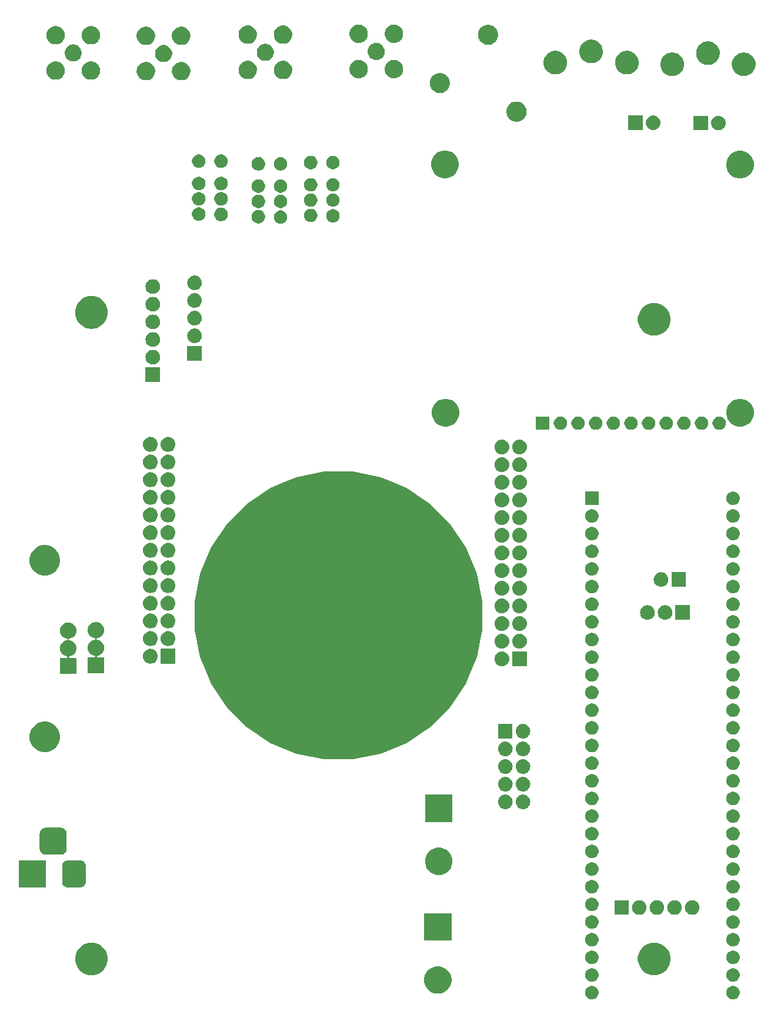
<source format=gbs>
G04 #@! TF.GenerationSoftware,KiCad,Pcbnew,6.0.0-rc1-unknown-e7fa02a~66~ubuntu18.04.1*
G04 #@! TF.CreationDate,2021-12-29T11:19:39-08:00
G04 #@! TF.ProjectId,rp_adapter,72705f61-6461-4707-9465-722e6b696361,rev?*
G04 #@! TF.SameCoordinates,Original*
G04 #@! TF.FileFunction,Soldermask,Bot*
G04 #@! TF.FilePolarity,Negative*
%FSLAX46Y46*%
G04 Gerber Fmt 4.6, Leading zero omitted, Abs format (unit mm)*
G04 Created by KiCad (PCBNEW 6.0.0-rc1-unknown-e7fa02a~66~ubuntu18.04.1) date Wed 29 Dec 2021 11:19:39 AM PST*
%MOMM*%
%LPD*%
G04 APERTURE LIST*
%ADD10C,0.100000*%
G04 APERTURE END LIST*
D10*
G36*
X162632603Y-165927968D02*
G01*
X162632606Y-165927969D01*
X162632605Y-165927969D01*
X162807678Y-166000486D01*
X162807679Y-166000487D01*
X162965241Y-166105767D01*
X163099233Y-166239759D01*
X163099234Y-166239761D01*
X163204514Y-166397322D01*
X163260603Y-166532734D01*
X163277032Y-166572397D01*
X163314000Y-166758250D01*
X163314000Y-166947750D01*
X163277032Y-167133603D01*
X163277031Y-167133605D01*
X163204514Y-167308678D01*
X163204513Y-167308679D01*
X163099233Y-167466241D01*
X162965241Y-167600233D01*
X162885923Y-167653232D01*
X162807678Y-167705514D01*
X162672266Y-167761603D01*
X162632603Y-167778032D01*
X162446750Y-167815000D01*
X162257250Y-167815000D01*
X162071397Y-167778032D01*
X162031734Y-167761603D01*
X161896322Y-167705514D01*
X161818077Y-167653232D01*
X161738759Y-167600233D01*
X161604767Y-167466241D01*
X161499487Y-167308679D01*
X161499486Y-167308678D01*
X161426969Y-167133605D01*
X161426968Y-167133603D01*
X161390000Y-166947750D01*
X161390000Y-166758250D01*
X161426968Y-166572397D01*
X161443397Y-166532734D01*
X161499486Y-166397322D01*
X161604766Y-166239761D01*
X161604767Y-166239759D01*
X161738759Y-166105767D01*
X161896321Y-166000487D01*
X161896322Y-166000486D01*
X162071395Y-165927969D01*
X162071394Y-165927969D01*
X162071397Y-165927968D01*
X162257250Y-165891000D01*
X162446750Y-165891000D01*
X162632603Y-165927968D01*
X162632603Y-165927968D01*
G37*
G36*
X142312603Y-165927968D02*
G01*
X142312606Y-165927969D01*
X142312605Y-165927969D01*
X142487678Y-166000486D01*
X142487679Y-166000487D01*
X142645241Y-166105767D01*
X142779233Y-166239759D01*
X142779234Y-166239761D01*
X142884514Y-166397322D01*
X142940603Y-166532734D01*
X142957032Y-166572397D01*
X142994000Y-166758250D01*
X142994000Y-166947750D01*
X142957032Y-167133603D01*
X142957031Y-167133605D01*
X142884514Y-167308678D01*
X142884513Y-167308679D01*
X142779233Y-167466241D01*
X142645241Y-167600233D01*
X142565923Y-167653232D01*
X142487678Y-167705514D01*
X142352266Y-167761603D01*
X142312603Y-167778032D01*
X142126750Y-167815000D01*
X141937250Y-167815000D01*
X141751397Y-167778032D01*
X141711734Y-167761603D01*
X141576322Y-167705514D01*
X141498077Y-167653232D01*
X141418759Y-167600233D01*
X141284767Y-167466241D01*
X141179487Y-167308679D01*
X141179486Y-167308678D01*
X141106969Y-167133605D01*
X141106968Y-167133603D01*
X141070000Y-166947750D01*
X141070000Y-166758250D01*
X141106968Y-166572397D01*
X141123397Y-166532734D01*
X141179486Y-166397322D01*
X141284766Y-166239761D01*
X141284767Y-166239759D01*
X141418759Y-166105767D01*
X141576321Y-166000487D01*
X141576322Y-166000486D01*
X141751395Y-165927969D01*
X141751394Y-165927969D01*
X141751397Y-165927968D01*
X141937250Y-165891000D01*
X142126750Y-165891000D01*
X142312603Y-165927968D01*
X142312603Y-165927968D01*
G37*
G36*
X120434739Y-163142340D02*
G01*
X120583270Y-163203864D01*
X120793324Y-163290871D01*
X121116047Y-163506508D01*
X121390492Y-163780953D01*
X121606129Y-164103676D01*
X121653587Y-164218250D01*
X121732081Y-164407750D01*
X121754660Y-164462262D01*
X121830380Y-164842933D01*
X121830380Y-165231067D01*
X121754660Y-165611738D01*
X121606129Y-165970324D01*
X121390492Y-166293047D01*
X121116047Y-166567492D01*
X120793324Y-166783129D01*
X120583270Y-166870136D01*
X120434739Y-166931660D01*
X120054067Y-167007380D01*
X119665933Y-167007380D01*
X119285261Y-166931660D01*
X119136730Y-166870136D01*
X118926676Y-166783129D01*
X118603953Y-166567492D01*
X118329508Y-166293047D01*
X118113871Y-165970324D01*
X117965340Y-165611738D01*
X117889620Y-165231067D01*
X117889620Y-164842933D01*
X117965340Y-164462262D01*
X117987920Y-164407750D01*
X118066413Y-164218250D01*
X118113871Y-164103676D01*
X118329508Y-163780953D01*
X118603953Y-163506508D01*
X118926676Y-163290871D01*
X119136730Y-163203864D01*
X119285261Y-163142340D01*
X119665933Y-163066620D01*
X120054067Y-163066620D01*
X120434739Y-163142340D01*
X120434739Y-163142340D01*
G37*
G36*
X142312603Y-163387968D02*
G01*
X142312606Y-163387969D01*
X142312605Y-163387969D01*
X142487678Y-163460486D01*
X142487679Y-163460487D01*
X142645241Y-163565767D01*
X142779233Y-163699759D01*
X142779234Y-163699761D01*
X142884514Y-163857322D01*
X142940603Y-163992734D01*
X142957032Y-164032397D01*
X142994000Y-164218250D01*
X142994000Y-164407750D01*
X142957032Y-164593603D01*
X142957031Y-164593605D01*
X142884514Y-164768678D01*
X142884513Y-164768679D01*
X142779233Y-164926241D01*
X142645241Y-165060233D01*
X142565923Y-165113232D01*
X142487678Y-165165514D01*
X142352266Y-165221603D01*
X142312603Y-165238032D01*
X142126750Y-165275000D01*
X141937250Y-165275000D01*
X141751397Y-165238032D01*
X141711734Y-165221603D01*
X141576322Y-165165514D01*
X141498077Y-165113232D01*
X141418759Y-165060233D01*
X141284767Y-164926241D01*
X141179487Y-164768679D01*
X141179486Y-164768678D01*
X141106969Y-164593605D01*
X141106968Y-164593603D01*
X141070000Y-164407750D01*
X141070000Y-164218250D01*
X141106968Y-164032397D01*
X141123397Y-163992734D01*
X141179486Y-163857322D01*
X141284766Y-163699761D01*
X141284767Y-163699759D01*
X141418759Y-163565767D01*
X141576321Y-163460487D01*
X141576322Y-163460486D01*
X141751395Y-163387969D01*
X141751394Y-163387969D01*
X141751397Y-163387968D01*
X141937250Y-163351000D01*
X142126750Y-163351000D01*
X142312603Y-163387968D01*
X142312603Y-163387968D01*
G37*
G36*
X162632603Y-163387968D02*
G01*
X162632606Y-163387969D01*
X162632605Y-163387969D01*
X162807678Y-163460486D01*
X162807679Y-163460487D01*
X162965241Y-163565767D01*
X163099233Y-163699759D01*
X163099234Y-163699761D01*
X163204514Y-163857322D01*
X163260603Y-163992734D01*
X163277032Y-164032397D01*
X163314000Y-164218250D01*
X163314000Y-164407750D01*
X163277032Y-164593603D01*
X163277031Y-164593605D01*
X163204514Y-164768678D01*
X163204513Y-164768679D01*
X163099233Y-164926241D01*
X162965241Y-165060233D01*
X162885923Y-165113232D01*
X162807678Y-165165514D01*
X162672266Y-165221603D01*
X162632603Y-165238032D01*
X162446750Y-165275000D01*
X162257250Y-165275000D01*
X162071397Y-165238032D01*
X162031734Y-165221603D01*
X161896322Y-165165514D01*
X161818077Y-165113232D01*
X161738759Y-165060233D01*
X161604767Y-164926241D01*
X161499487Y-164768679D01*
X161499486Y-164768678D01*
X161426969Y-164593605D01*
X161426968Y-164593603D01*
X161390000Y-164407750D01*
X161390000Y-164218250D01*
X161426968Y-164032397D01*
X161443397Y-163992734D01*
X161499486Y-163857322D01*
X161604766Y-163699761D01*
X161604767Y-163699759D01*
X161738759Y-163565767D01*
X161896321Y-163460487D01*
X161896322Y-163460486D01*
X162071395Y-163387969D01*
X162071394Y-163387969D01*
X162071397Y-163387968D01*
X162257250Y-163351000D01*
X162446750Y-163351000D01*
X162632603Y-163387968D01*
X162632603Y-163387968D01*
G37*
G36*
X70344959Y-159672577D02*
G01*
X70685470Y-159740309D01*
X71113143Y-159917457D01*
X71498038Y-160174636D01*
X71825364Y-160501962D01*
X72082543Y-160886857D01*
X72259691Y-161314530D01*
X72350000Y-161768545D01*
X72350000Y-162231455D01*
X72259691Y-162685470D01*
X72082543Y-163113143D01*
X71825364Y-163498038D01*
X71498038Y-163825364D01*
X71113143Y-164082543D01*
X70685470Y-164259691D01*
X70344959Y-164327423D01*
X70231456Y-164350000D01*
X69768544Y-164350000D01*
X69655041Y-164327423D01*
X69314530Y-164259691D01*
X68886857Y-164082543D01*
X68501962Y-163825364D01*
X68174636Y-163498038D01*
X67917457Y-163113143D01*
X67740309Y-162685470D01*
X67650000Y-162231455D01*
X67650000Y-161768545D01*
X67740309Y-161314530D01*
X67917457Y-160886857D01*
X68174636Y-160501962D01*
X68501962Y-160174636D01*
X68886857Y-159917457D01*
X69314530Y-159740309D01*
X69655041Y-159672577D01*
X69768544Y-159650000D01*
X70231456Y-159650000D01*
X70344959Y-159672577D01*
X70344959Y-159672577D01*
G37*
G36*
X151344959Y-159672577D02*
G01*
X151685470Y-159740309D01*
X152113143Y-159917457D01*
X152498038Y-160174636D01*
X152825364Y-160501962D01*
X153082543Y-160886857D01*
X153259691Y-161314530D01*
X153350000Y-161768545D01*
X153350000Y-162231455D01*
X153259691Y-162685470D01*
X153082543Y-163113143D01*
X152825364Y-163498038D01*
X152498038Y-163825364D01*
X152113143Y-164082543D01*
X151685470Y-164259691D01*
X151344959Y-164327423D01*
X151231456Y-164350000D01*
X150768544Y-164350000D01*
X150655041Y-164327423D01*
X150314530Y-164259691D01*
X149886857Y-164082543D01*
X149501962Y-163825364D01*
X149174636Y-163498038D01*
X148917457Y-163113143D01*
X148740309Y-162685470D01*
X148650000Y-162231455D01*
X148650000Y-161768545D01*
X148740309Y-161314530D01*
X148917457Y-160886857D01*
X149174636Y-160501962D01*
X149501962Y-160174636D01*
X149886857Y-159917457D01*
X150314530Y-159740309D01*
X150655041Y-159672577D01*
X150768544Y-159650000D01*
X151231456Y-159650000D01*
X151344959Y-159672577D01*
X151344959Y-159672577D01*
G37*
G36*
X162632603Y-160847968D02*
G01*
X162632606Y-160847969D01*
X162632605Y-160847969D01*
X162807678Y-160920486D01*
X162807679Y-160920487D01*
X162965241Y-161025767D01*
X163099233Y-161159759D01*
X163099234Y-161159761D01*
X163204514Y-161317322D01*
X163260603Y-161452734D01*
X163277032Y-161492397D01*
X163314000Y-161678250D01*
X163314000Y-161867750D01*
X163277032Y-162053603D01*
X163277031Y-162053605D01*
X163204514Y-162228678D01*
X163152232Y-162306923D01*
X163099233Y-162386241D01*
X162965241Y-162520233D01*
X162885923Y-162573232D01*
X162807678Y-162625514D01*
X162672266Y-162681603D01*
X162632603Y-162698032D01*
X162446750Y-162735000D01*
X162257250Y-162735000D01*
X162071397Y-162698032D01*
X162031734Y-162681603D01*
X161896322Y-162625514D01*
X161818077Y-162573232D01*
X161738759Y-162520233D01*
X161604767Y-162386241D01*
X161551768Y-162306923D01*
X161499486Y-162228678D01*
X161426969Y-162053605D01*
X161426968Y-162053603D01*
X161390000Y-161867750D01*
X161390000Y-161678250D01*
X161426968Y-161492397D01*
X161443397Y-161452734D01*
X161499486Y-161317322D01*
X161604766Y-161159761D01*
X161604767Y-161159759D01*
X161738759Y-161025767D01*
X161896321Y-160920487D01*
X161896322Y-160920486D01*
X162071395Y-160847969D01*
X162071394Y-160847969D01*
X162071397Y-160847968D01*
X162257250Y-160811000D01*
X162446750Y-160811000D01*
X162632603Y-160847968D01*
X162632603Y-160847968D01*
G37*
G36*
X142312603Y-160847968D02*
G01*
X142312606Y-160847969D01*
X142312605Y-160847969D01*
X142487678Y-160920486D01*
X142487679Y-160920487D01*
X142645241Y-161025767D01*
X142779233Y-161159759D01*
X142779234Y-161159761D01*
X142884514Y-161317322D01*
X142940603Y-161452734D01*
X142957032Y-161492397D01*
X142994000Y-161678250D01*
X142994000Y-161867750D01*
X142957032Y-162053603D01*
X142957031Y-162053605D01*
X142884514Y-162228678D01*
X142832232Y-162306923D01*
X142779233Y-162386241D01*
X142645241Y-162520233D01*
X142565923Y-162573232D01*
X142487678Y-162625514D01*
X142352266Y-162681603D01*
X142312603Y-162698032D01*
X142126750Y-162735000D01*
X141937250Y-162735000D01*
X141751397Y-162698032D01*
X141711734Y-162681603D01*
X141576322Y-162625514D01*
X141498077Y-162573232D01*
X141418759Y-162520233D01*
X141284767Y-162386241D01*
X141231768Y-162306923D01*
X141179486Y-162228678D01*
X141106969Y-162053605D01*
X141106968Y-162053603D01*
X141070000Y-161867750D01*
X141070000Y-161678250D01*
X141106968Y-161492397D01*
X141123397Y-161452734D01*
X141179486Y-161317322D01*
X141284766Y-161159761D01*
X141284767Y-161159759D01*
X141418759Y-161025767D01*
X141576321Y-160920487D01*
X141576322Y-160920486D01*
X141751395Y-160847969D01*
X141751394Y-160847969D01*
X141751397Y-160847968D01*
X141937250Y-160811000D01*
X142126750Y-160811000D01*
X142312603Y-160847968D01*
X142312603Y-160847968D01*
G37*
G36*
X142312603Y-158307968D02*
G01*
X142312606Y-158307969D01*
X142312605Y-158307969D01*
X142487678Y-158380486D01*
X142487679Y-158380487D01*
X142645241Y-158485767D01*
X142779233Y-158619759D01*
X142779234Y-158619761D01*
X142884514Y-158777322D01*
X142940603Y-158912734D01*
X142957032Y-158952397D01*
X142994000Y-159138250D01*
X142994000Y-159327750D01*
X142957032Y-159513603D01*
X142957031Y-159513605D01*
X142884514Y-159688678D01*
X142884513Y-159688679D01*
X142779233Y-159846241D01*
X142645241Y-159980233D01*
X142565923Y-160033232D01*
X142487678Y-160085514D01*
X142352266Y-160141603D01*
X142312603Y-160158032D01*
X142126750Y-160195000D01*
X141937250Y-160195000D01*
X141751397Y-160158032D01*
X141711734Y-160141603D01*
X141576322Y-160085514D01*
X141498077Y-160033232D01*
X141418759Y-159980233D01*
X141284767Y-159846241D01*
X141179487Y-159688679D01*
X141179486Y-159688678D01*
X141106969Y-159513605D01*
X141106968Y-159513603D01*
X141070000Y-159327750D01*
X141070000Y-159138250D01*
X141106968Y-158952397D01*
X141123397Y-158912734D01*
X141179486Y-158777322D01*
X141284766Y-158619761D01*
X141284767Y-158619759D01*
X141418759Y-158485767D01*
X141576321Y-158380487D01*
X141576322Y-158380486D01*
X141751395Y-158307969D01*
X141751394Y-158307969D01*
X141751397Y-158307968D01*
X141937250Y-158271000D01*
X142126750Y-158271000D01*
X142312603Y-158307968D01*
X142312603Y-158307968D01*
G37*
G36*
X162632603Y-158307968D02*
G01*
X162632606Y-158307969D01*
X162632605Y-158307969D01*
X162807678Y-158380486D01*
X162807679Y-158380487D01*
X162965241Y-158485767D01*
X163099233Y-158619759D01*
X163099234Y-158619761D01*
X163204514Y-158777322D01*
X163260603Y-158912734D01*
X163277032Y-158952397D01*
X163314000Y-159138250D01*
X163314000Y-159327750D01*
X163277032Y-159513603D01*
X163277031Y-159513605D01*
X163204514Y-159688678D01*
X163204513Y-159688679D01*
X163099233Y-159846241D01*
X162965241Y-159980233D01*
X162885923Y-160033232D01*
X162807678Y-160085514D01*
X162672266Y-160141603D01*
X162632603Y-160158032D01*
X162446750Y-160195000D01*
X162257250Y-160195000D01*
X162071397Y-160158032D01*
X162031734Y-160141603D01*
X161896322Y-160085514D01*
X161818077Y-160033232D01*
X161738759Y-159980233D01*
X161604767Y-159846241D01*
X161499487Y-159688679D01*
X161499486Y-159688678D01*
X161426969Y-159513605D01*
X161426968Y-159513603D01*
X161390000Y-159327750D01*
X161390000Y-159138250D01*
X161426968Y-158952397D01*
X161443397Y-158912734D01*
X161499486Y-158777322D01*
X161604766Y-158619761D01*
X161604767Y-158619759D01*
X161738759Y-158485767D01*
X161896321Y-158380487D01*
X161896322Y-158380486D01*
X162071395Y-158307969D01*
X162071394Y-158307969D01*
X162071397Y-158307968D01*
X162257250Y-158271000D01*
X162446750Y-158271000D01*
X162632603Y-158307968D01*
X162632603Y-158307968D01*
G37*
G36*
X121830380Y-159387380D02*
G01*
X117889620Y-159387380D01*
X117889620Y-155446620D01*
X121830380Y-155446620D01*
X121830380Y-159387380D01*
X121830380Y-159387380D01*
G37*
G36*
X162632603Y-155767968D02*
G01*
X162632606Y-155767969D01*
X162632605Y-155767969D01*
X162807678Y-155840486D01*
X162807679Y-155840487D01*
X162965241Y-155945767D01*
X163099233Y-156079759D01*
X163099234Y-156079761D01*
X163204514Y-156237322D01*
X163260603Y-156372734D01*
X163277032Y-156412397D01*
X163314000Y-156598250D01*
X163314000Y-156787750D01*
X163277032Y-156973603D01*
X163277031Y-156973605D01*
X163204514Y-157148678D01*
X163204513Y-157148679D01*
X163099233Y-157306241D01*
X162965241Y-157440233D01*
X162885923Y-157493232D01*
X162807678Y-157545514D01*
X162672266Y-157601603D01*
X162632603Y-157618032D01*
X162446750Y-157655000D01*
X162257250Y-157655000D01*
X162071397Y-157618032D01*
X162031734Y-157601603D01*
X161896322Y-157545514D01*
X161818077Y-157493232D01*
X161738759Y-157440233D01*
X161604767Y-157306241D01*
X161499487Y-157148679D01*
X161499486Y-157148678D01*
X161426969Y-156973605D01*
X161426968Y-156973603D01*
X161390000Y-156787750D01*
X161390000Y-156598250D01*
X161426968Y-156412397D01*
X161443397Y-156372734D01*
X161499486Y-156237322D01*
X161604766Y-156079761D01*
X161604767Y-156079759D01*
X161738759Y-155945767D01*
X161896321Y-155840487D01*
X161896322Y-155840486D01*
X162071395Y-155767969D01*
X162071394Y-155767969D01*
X162071397Y-155767968D01*
X162257250Y-155731000D01*
X162446750Y-155731000D01*
X162632603Y-155767968D01*
X162632603Y-155767968D01*
G37*
G36*
X142312603Y-155767968D02*
G01*
X142312606Y-155767969D01*
X142312605Y-155767969D01*
X142487678Y-155840486D01*
X142487679Y-155840487D01*
X142645241Y-155945767D01*
X142779233Y-156079759D01*
X142779234Y-156079761D01*
X142884514Y-156237322D01*
X142940603Y-156372734D01*
X142957032Y-156412397D01*
X142994000Y-156598250D01*
X142994000Y-156787750D01*
X142957032Y-156973603D01*
X142957031Y-156973605D01*
X142884514Y-157148678D01*
X142884513Y-157148679D01*
X142779233Y-157306241D01*
X142645241Y-157440233D01*
X142565923Y-157493232D01*
X142487678Y-157545514D01*
X142352266Y-157601603D01*
X142312603Y-157618032D01*
X142126750Y-157655000D01*
X141937250Y-157655000D01*
X141751397Y-157618032D01*
X141711734Y-157601603D01*
X141576322Y-157545514D01*
X141498077Y-157493232D01*
X141418759Y-157440233D01*
X141284767Y-157306241D01*
X141179487Y-157148679D01*
X141179486Y-157148678D01*
X141106969Y-156973605D01*
X141106968Y-156973603D01*
X141070000Y-156787750D01*
X141070000Y-156598250D01*
X141106968Y-156412397D01*
X141123397Y-156372734D01*
X141179486Y-156237322D01*
X141284766Y-156079761D01*
X141284767Y-156079759D01*
X141418759Y-155945767D01*
X141576321Y-155840487D01*
X141576322Y-155840486D01*
X141751395Y-155767969D01*
X141751394Y-155767969D01*
X141751397Y-155767968D01*
X141937250Y-155731000D01*
X142126750Y-155731000D01*
X142312603Y-155767968D01*
X142312603Y-155767968D01*
G37*
G36*
X156609707Y-153567597D02*
G01*
X156686836Y-153575193D01*
X156818787Y-153615220D01*
X156884763Y-153635233D01*
X157067172Y-153732733D01*
X157227054Y-153863946D01*
X157358267Y-154023828D01*
X157455767Y-154206237D01*
X157475780Y-154272213D01*
X157515807Y-154404164D01*
X157536080Y-154610000D01*
X157515807Y-154815836D01*
X157490205Y-154900234D01*
X157455767Y-155013763D01*
X157358267Y-155196172D01*
X157227054Y-155356054D01*
X157067172Y-155487267D01*
X156884763Y-155584767D01*
X156818787Y-155604780D01*
X156686836Y-155644807D01*
X156609707Y-155652403D01*
X156532580Y-155660000D01*
X156429420Y-155660000D01*
X156352293Y-155652403D01*
X156275164Y-155644807D01*
X156143213Y-155604780D01*
X156077237Y-155584767D01*
X155894828Y-155487267D01*
X155734946Y-155356054D01*
X155603733Y-155196172D01*
X155506233Y-155013763D01*
X155471795Y-154900234D01*
X155446193Y-154815836D01*
X155425920Y-154610000D01*
X155446193Y-154404164D01*
X155486220Y-154272213D01*
X155506233Y-154206237D01*
X155603733Y-154023828D01*
X155734946Y-153863946D01*
X155894828Y-153732733D01*
X156077237Y-153635233D01*
X156143213Y-153615220D01*
X156275164Y-153575193D01*
X156352293Y-153567597D01*
X156429420Y-153560000D01*
X156532580Y-153560000D01*
X156609707Y-153567597D01*
X156609707Y-153567597D01*
G37*
G36*
X147371000Y-155660000D02*
G01*
X145271000Y-155660000D01*
X145271000Y-153560000D01*
X147371000Y-153560000D01*
X147371000Y-155660000D01*
X147371000Y-155660000D01*
G37*
G36*
X148989707Y-153567597D02*
G01*
X149066836Y-153575193D01*
X149198787Y-153615220D01*
X149264763Y-153635233D01*
X149447172Y-153732733D01*
X149607054Y-153863946D01*
X149738267Y-154023828D01*
X149835767Y-154206237D01*
X149855780Y-154272213D01*
X149895807Y-154404164D01*
X149916080Y-154610000D01*
X149895807Y-154815836D01*
X149870205Y-154900234D01*
X149835767Y-155013763D01*
X149738267Y-155196172D01*
X149607054Y-155356054D01*
X149447172Y-155487267D01*
X149264763Y-155584767D01*
X149198787Y-155604780D01*
X149066836Y-155644807D01*
X148989707Y-155652403D01*
X148912580Y-155660000D01*
X148809420Y-155660000D01*
X148732293Y-155652403D01*
X148655164Y-155644807D01*
X148523213Y-155604780D01*
X148457237Y-155584767D01*
X148274828Y-155487267D01*
X148114946Y-155356054D01*
X147983733Y-155196172D01*
X147886233Y-155013763D01*
X147851795Y-154900234D01*
X147826193Y-154815836D01*
X147805920Y-154610000D01*
X147826193Y-154404164D01*
X147866220Y-154272213D01*
X147886233Y-154206237D01*
X147983733Y-154023828D01*
X148114946Y-153863946D01*
X148274828Y-153732733D01*
X148457237Y-153635233D01*
X148523213Y-153615220D01*
X148655164Y-153575193D01*
X148732293Y-153567597D01*
X148809420Y-153560000D01*
X148912580Y-153560000D01*
X148989707Y-153567597D01*
X148989707Y-153567597D01*
G37*
G36*
X151529707Y-153567597D02*
G01*
X151606836Y-153575193D01*
X151738787Y-153615220D01*
X151804763Y-153635233D01*
X151987172Y-153732733D01*
X152147054Y-153863946D01*
X152278267Y-154023828D01*
X152375767Y-154206237D01*
X152395780Y-154272213D01*
X152435807Y-154404164D01*
X152456080Y-154610000D01*
X152435807Y-154815836D01*
X152410205Y-154900234D01*
X152375767Y-155013763D01*
X152278267Y-155196172D01*
X152147054Y-155356054D01*
X151987172Y-155487267D01*
X151804763Y-155584767D01*
X151738787Y-155604780D01*
X151606836Y-155644807D01*
X151529707Y-155652403D01*
X151452580Y-155660000D01*
X151349420Y-155660000D01*
X151272293Y-155652403D01*
X151195164Y-155644807D01*
X151063213Y-155604780D01*
X150997237Y-155584767D01*
X150814828Y-155487267D01*
X150654946Y-155356054D01*
X150523733Y-155196172D01*
X150426233Y-155013763D01*
X150391795Y-154900234D01*
X150366193Y-154815836D01*
X150345920Y-154610000D01*
X150366193Y-154404164D01*
X150406220Y-154272213D01*
X150426233Y-154206237D01*
X150523733Y-154023828D01*
X150654946Y-153863946D01*
X150814828Y-153732733D01*
X150997237Y-153635233D01*
X151063213Y-153615220D01*
X151195164Y-153575193D01*
X151272293Y-153567597D01*
X151349420Y-153560000D01*
X151452580Y-153560000D01*
X151529707Y-153567597D01*
X151529707Y-153567597D01*
G37*
G36*
X154069707Y-153567597D02*
G01*
X154146836Y-153575193D01*
X154278787Y-153615220D01*
X154344763Y-153635233D01*
X154527172Y-153732733D01*
X154687054Y-153863946D01*
X154818267Y-154023828D01*
X154915767Y-154206237D01*
X154935780Y-154272213D01*
X154975807Y-154404164D01*
X154996080Y-154610000D01*
X154975807Y-154815836D01*
X154950205Y-154900234D01*
X154915767Y-155013763D01*
X154818267Y-155196172D01*
X154687054Y-155356054D01*
X154527172Y-155487267D01*
X154344763Y-155584767D01*
X154278787Y-155604780D01*
X154146836Y-155644807D01*
X154069707Y-155652403D01*
X153992580Y-155660000D01*
X153889420Y-155660000D01*
X153812293Y-155652403D01*
X153735164Y-155644807D01*
X153603213Y-155604780D01*
X153537237Y-155584767D01*
X153354828Y-155487267D01*
X153194946Y-155356054D01*
X153063733Y-155196172D01*
X152966233Y-155013763D01*
X152931795Y-154900234D01*
X152906193Y-154815836D01*
X152885920Y-154610000D01*
X152906193Y-154404164D01*
X152946220Y-154272213D01*
X152966233Y-154206237D01*
X153063733Y-154023828D01*
X153194946Y-153863946D01*
X153354828Y-153732733D01*
X153537237Y-153635233D01*
X153603213Y-153615220D01*
X153735164Y-153575193D01*
X153812293Y-153567597D01*
X153889420Y-153560000D01*
X153992580Y-153560000D01*
X154069707Y-153567597D01*
X154069707Y-153567597D01*
G37*
G36*
X162632603Y-153227968D02*
G01*
X162632606Y-153227969D01*
X162632605Y-153227969D01*
X162807678Y-153300486D01*
X162807679Y-153300487D01*
X162965241Y-153405767D01*
X163099233Y-153539759D01*
X163122909Y-153575193D01*
X163204514Y-153697322D01*
X163260603Y-153832734D01*
X163277032Y-153872397D01*
X163314000Y-154058250D01*
X163314000Y-154247750D01*
X163277032Y-154433603D01*
X163277031Y-154433605D01*
X163204514Y-154608678D01*
X163152232Y-154686923D01*
X163099233Y-154766241D01*
X162965241Y-154900233D01*
X162885923Y-154953232D01*
X162807678Y-155005514D01*
X162672266Y-155061603D01*
X162632603Y-155078032D01*
X162446750Y-155115000D01*
X162257250Y-155115000D01*
X162071397Y-155078032D01*
X162031734Y-155061603D01*
X161896322Y-155005514D01*
X161818077Y-154953232D01*
X161738759Y-154900233D01*
X161604767Y-154766241D01*
X161551768Y-154686923D01*
X161499486Y-154608678D01*
X161426969Y-154433605D01*
X161426968Y-154433603D01*
X161390000Y-154247750D01*
X161390000Y-154058250D01*
X161426968Y-153872397D01*
X161443397Y-153832734D01*
X161499486Y-153697322D01*
X161581091Y-153575193D01*
X161604767Y-153539759D01*
X161738759Y-153405767D01*
X161896321Y-153300487D01*
X161896322Y-153300486D01*
X162071395Y-153227969D01*
X162071394Y-153227969D01*
X162071397Y-153227968D01*
X162257250Y-153191000D01*
X162446750Y-153191000D01*
X162632603Y-153227968D01*
X162632603Y-153227968D01*
G37*
G36*
X142312603Y-153227968D02*
G01*
X142312606Y-153227969D01*
X142312605Y-153227969D01*
X142487678Y-153300486D01*
X142487679Y-153300487D01*
X142645241Y-153405767D01*
X142779233Y-153539759D01*
X142802909Y-153575193D01*
X142884514Y-153697322D01*
X142940603Y-153832734D01*
X142957032Y-153872397D01*
X142994000Y-154058250D01*
X142994000Y-154247750D01*
X142957032Y-154433603D01*
X142957031Y-154433605D01*
X142884514Y-154608678D01*
X142832232Y-154686923D01*
X142779233Y-154766241D01*
X142645241Y-154900233D01*
X142565923Y-154953232D01*
X142487678Y-155005514D01*
X142352266Y-155061603D01*
X142312603Y-155078032D01*
X142126750Y-155115000D01*
X141937250Y-155115000D01*
X141751397Y-155078032D01*
X141711734Y-155061603D01*
X141576322Y-155005514D01*
X141498077Y-154953232D01*
X141418759Y-154900233D01*
X141284767Y-154766241D01*
X141231768Y-154686923D01*
X141179486Y-154608678D01*
X141106969Y-154433605D01*
X141106968Y-154433603D01*
X141070000Y-154247750D01*
X141070000Y-154058250D01*
X141106968Y-153872397D01*
X141123397Y-153832734D01*
X141179486Y-153697322D01*
X141261091Y-153575193D01*
X141284767Y-153539759D01*
X141418759Y-153405767D01*
X141576321Y-153300487D01*
X141576322Y-153300486D01*
X141751395Y-153227969D01*
X141751394Y-153227969D01*
X141751397Y-153227968D01*
X141937250Y-153191000D01*
X142126750Y-153191000D01*
X142312603Y-153227968D01*
X142312603Y-153227968D01*
G37*
G36*
X162632603Y-150687968D02*
G01*
X162632606Y-150687969D01*
X162632605Y-150687969D01*
X162807678Y-150760486D01*
X162807679Y-150760487D01*
X162965241Y-150865767D01*
X163099233Y-150999759D01*
X163099234Y-150999761D01*
X163204514Y-151157322D01*
X163260603Y-151292734D01*
X163277032Y-151332397D01*
X163314000Y-151518250D01*
X163314000Y-151707750D01*
X163277032Y-151893603D01*
X163277031Y-151893605D01*
X163204514Y-152068678D01*
X163204513Y-152068679D01*
X163099233Y-152226241D01*
X162965241Y-152360233D01*
X162885923Y-152413232D01*
X162807678Y-152465514D01*
X162672266Y-152521603D01*
X162632603Y-152538032D01*
X162446750Y-152575000D01*
X162257250Y-152575000D01*
X162071397Y-152538032D01*
X162031734Y-152521603D01*
X161896322Y-152465514D01*
X161818077Y-152413232D01*
X161738759Y-152360233D01*
X161604767Y-152226241D01*
X161499487Y-152068679D01*
X161499486Y-152068678D01*
X161426969Y-151893605D01*
X161426968Y-151893603D01*
X161390000Y-151707750D01*
X161390000Y-151518250D01*
X161426968Y-151332397D01*
X161443397Y-151292734D01*
X161499486Y-151157322D01*
X161604766Y-150999761D01*
X161604767Y-150999759D01*
X161738759Y-150865767D01*
X161896321Y-150760487D01*
X161896322Y-150760486D01*
X162071395Y-150687969D01*
X162071394Y-150687969D01*
X162071397Y-150687968D01*
X162257250Y-150651000D01*
X162446750Y-150651000D01*
X162632603Y-150687968D01*
X162632603Y-150687968D01*
G37*
G36*
X142312603Y-150687968D02*
G01*
X142312606Y-150687969D01*
X142312605Y-150687969D01*
X142487678Y-150760486D01*
X142487679Y-150760487D01*
X142645241Y-150865767D01*
X142779233Y-150999759D01*
X142779234Y-150999761D01*
X142884514Y-151157322D01*
X142940603Y-151292734D01*
X142957032Y-151332397D01*
X142994000Y-151518250D01*
X142994000Y-151707750D01*
X142957032Y-151893603D01*
X142957031Y-151893605D01*
X142884514Y-152068678D01*
X142884513Y-152068679D01*
X142779233Y-152226241D01*
X142645241Y-152360233D01*
X142565923Y-152413232D01*
X142487678Y-152465514D01*
X142352266Y-152521603D01*
X142312603Y-152538032D01*
X142126750Y-152575000D01*
X141937250Y-152575000D01*
X141751397Y-152538032D01*
X141711734Y-152521603D01*
X141576322Y-152465514D01*
X141498077Y-152413232D01*
X141418759Y-152360233D01*
X141284767Y-152226241D01*
X141179487Y-152068679D01*
X141179486Y-152068678D01*
X141106969Y-151893605D01*
X141106968Y-151893603D01*
X141070000Y-151707750D01*
X141070000Y-151518250D01*
X141106968Y-151332397D01*
X141123397Y-151292734D01*
X141179486Y-151157322D01*
X141284766Y-150999761D01*
X141284767Y-150999759D01*
X141418759Y-150865767D01*
X141576321Y-150760487D01*
X141576322Y-150760486D01*
X141751395Y-150687969D01*
X141751394Y-150687969D01*
X141751397Y-150687968D01*
X141937250Y-150651000D01*
X142126750Y-150651000D01*
X142312603Y-150687968D01*
X142312603Y-150687968D01*
G37*
G36*
X63439000Y-151720000D02*
G01*
X59539000Y-151720000D01*
X59539000Y-147820000D01*
X63439000Y-147820000D01*
X63439000Y-151720000D01*
X63439000Y-151720000D01*
G37*
G36*
X68555017Y-147835724D02*
G01*
X68702630Y-147880503D01*
X68838677Y-147953222D01*
X68957919Y-148051081D01*
X69055778Y-148170323D01*
X69128497Y-148306370D01*
X69173276Y-148453983D01*
X69189000Y-148613640D01*
X69189000Y-150926360D01*
X69173276Y-151086017D01*
X69128497Y-151233630D01*
X69055778Y-151369677D01*
X68957919Y-151488919D01*
X68838677Y-151586778D01*
X68702630Y-151659497D01*
X68555017Y-151704276D01*
X68395360Y-151720000D01*
X66582640Y-151720000D01*
X66422983Y-151704276D01*
X66275370Y-151659497D01*
X66139323Y-151586778D01*
X66020081Y-151488919D01*
X65922222Y-151369677D01*
X65849503Y-151233630D01*
X65804724Y-151086017D01*
X65789000Y-150926360D01*
X65789000Y-148613640D01*
X65804724Y-148453983D01*
X65849503Y-148306370D01*
X65922222Y-148170323D01*
X66020081Y-148051081D01*
X66139323Y-147953222D01*
X66275370Y-147880503D01*
X66422983Y-147835724D01*
X66582640Y-147820000D01*
X68395360Y-147820000D01*
X68555017Y-147835724D01*
X68555017Y-147835724D01*
G37*
G36*
X142312603Y-148147968D02*
G01*
X142312606Y-148147969D01*
X142312605Y-148147969D01*
X142487678Y-148220486D01*
X142487679Y-148220487D01*
X142645241Y-148325767D01*
X142779233Y-148459759D01*
X142832232Y-148539077D01*
X142884514Y-148617322D01*
X142940603Y-148752734D01*
X142957032Y-148792397D01*
X142994000Y-148978250D01*
X142994000Y-149167750D01*
X142957032Y-149353603D01*
X142957031Y-149353605D01*
X142884514Y-149528678D01*
X142884513Y-149528679D01*
X142779233Y-149686241D01*
X142645241Y-149820233D01*
X142583241Y-149861660D01*
X142487678Y-149925514D01*
X142352266Y-149981603D01*
X142312603Y-149998032D01*
X142126750Y-150035000D01*
X141937250Y-150035000D01*
X141751397Y-149998032D01*
X141711734Y-149981603D01*
X141576322Y-149925514D01*
X141480759Y-149861660D01*
X141418759Y-149820233D01*
X141284767Y-149686241D01*
X141179487Y-149528679D01*
X141179486Y-149528678D01*
X141106969Y-149353605D01*
X141106968Y-149353603D01*
X141070000Y-149167750D01*
X141070000Y-148978250D01*
X141106968Y-148792397D01*
X141123397Y-148752734D01*
X141179486Y-148617322D01*
X141231768Y-148539077D01*
X141284767Y-148459759D01*
X141418759Y-148325767D01*
X141576321Y-148220487D01*
X141576322Y-148220486D01*
X141751395Y-148147969D01*
X141751394Y-148147969D01*
X141751397Y-148147968D01*
X141937250Y-148111000D01*
X142126750Y-148111000D01*
X142312603Y-148147968D01*
X142312603Y-148147968D01*
G37*
G36*
X162632603Y-148147968D02*
G01*
X162632606Y-148147969D01*
X162632605Y-148147969D01*
X162807678Y-148220486D01*
X162807679Y-148220487D01*
X162965241Y-148325767D01*
X163099233Y-148459759D01*
X163152232Y-148539077D01*
X163204514Y-148617322D01*
X163260603Y-148752734D01*
X163277032Y-148792397D01*
X163314000Y-148978250D01*
X163314000Y-149167750D01*
X163277032Y-149353603D01*
X163277031Y-149353605D01*
X163204514Y-149528678D01*
X163204513Y-149528679D01*
X163099233Y-149686241D01*
X162965241Y-149820233D01*
X162903241Y-149861660D01*
X162807678Y-149925514D01*
X162672266Y-149981603D01*
X162632603Y-149998032D01*
X162446750Y-150035000D01*
X162257250Y-150035000D01*
X162071397Y-149998032D01*
X162031734Y-149981603D01*
X161896322Y-149925514D01*
X161800759Y-149861660D01*
X161738759Y-149820233D01*
X161604767Y-149686241D01*
X161499487Y-149528679D01*
X161499486Y-149528678D01*
X161426969Y-149353605D01*
X161426968Y-149353603D01*
X161390000Y-149167750D01*
X161390000Y-148978250D01*
X161426968Y-148792397D01*
X161443397Y-148752734D01*
X161499486Y-148617322D01*
X161551768Y-148539077D01*
X161604767Y-148459759D01*
X161738759Y-148325767D01*
X161896321Y-148220487D01*
X161896322Y-148220486D01*
X162071395Y-148147969D01*
X162071394Y-148147969D01*
X162071397Y-148147968D01*
X162257250Y-148111000D01*
X162446750Y-148111000D01*
X162632603Y-148147968D01*
X162632603Y-148147968D01*
G37*
G36*
X120564739Y-146072340D02*
G01*
X120634799Y-146101360D01*
X120923324Y-146220871D01*
X121246047Y-146436508D01*
X121520492Y-146710953D01*
X121736129Y-147033676D01*
X121782754Y-147146239D01*
X121884660Y-147392261D01*
X121905096Y-147495000D01*
X121960380Y-147772933D01*
X121960380Y-148161067D01*
X121884660Y-148541738D01*
X121736129Y-148900324D01*
X121520492Y-149223047D01*
X121246047Y-149497492D01*
X120923324Y-149713129D01*
X120713270Y-149800136D01*
X120564739Y-149861660D01*
X120184067Y-149937380D01*
X119795933Y-149937380D01*
X119415261Y-149861660D01*
X119266730Y-149800136D01*
X119056676Y-149713129D01*
X118733953Y-149497492D01*
X118459508Y-149223047D01*
X118243871Y-148900324D01*
X118095340Y-148541738D01*
X118019620Y-148161067D01*
X118019620Y-147772933D01*
X118074904Y-147495000D01*
X118095340Y-147392261D01*
X118197246Y-147146239D01*
X118243871Y-147033676D01*
X118459508Y-146710953D01*
X118733953Y-146436508D01*
X119056676Y-146220871D01*
X119345201Y-146101360D01*
X119415261Y-146072340D01*
X119795933Y-145996620D01*
X120184067Y-145996620D01*
X120564739Y-146072340D01*
X120564739Y-146072340D01*
G37*
G36*
X162632603Y-145607968D02*
G01*
X162632606Y-145607969D01*
X162632605Y-145607969D01*
X162807678Y-145680486D01*
X162807679Y-145680487D01*
X162965241Y-145785767D01*
X163099233Y-145919759D01*
X163099234Y-145919761D01*
X163204514Y-146077322D01*
X163260603Y-146212734D01*
X163277032Y-146252397D01*
X163314000Y-146438250D01*
X163314000Y-146627750D01*
X163277032Y-146813603D01*
X163277031Y-146813605D01*
X163204514Y-146988678D01*
X163183585Y-147020000D01*
X163099233Y-147146241D01*
X162965241Y-147280233D01*
X162885923Y-147333232D01*
X162807678Y-147385514D01*
X162672266Y-147441603D01*
X162632603Y-147458032D01*
X162446750Y-147495000D01*
X162257250Y-147495000D01*
X162071397Y-147458032D01*
X162031734Y-147441603D01*
X161896322Y-147385514D01*
X161818077Y-147333232D01*
X161738759Y-147280233D01*
X161604767Y-147146241D01*
X161520415Y-147020000D01*
X161499486Y-146988678D01*
X161426969Y-146813605D01*
X161426968Y-146813603D01*
X161390000Y-146627750D01*
X161390000Y-146438250D01*
X161426968Y-146252397D01*
X161443397Y-146212734D01*
X161499486Y-146077322D01*
X161604766Y-145919761D01*
X161604767Y-145919759D01*
X161738759Y-145785767D01*
X161896321Y-145680487D01*
X161896322Y-145680486D01*
X162071395Y-145607969D01*
X162071394Y-145607969D01*
X162071397Y-145607968D01*
X162257250Y-145571000D01*
X162446750Y-145571000D01*
X162632603Y-145607968D01*
X162632603Y-145607968D01*
G37*
G36*
X142312603Y-145607968D02*
G01*
X142312606Y-145607969D01*
X142312605Y-145607969D01*
X142487678Y-145680486D01*
X142487679Y-145680487D01*
X142645241Y-145785767D01*
X142779233Y-145919759D01*
X142779234Y-145919761D01*
X142884514Y-146077322D01*
X142940603Y-146212734D01*
X142957032Y-146252397D01*
X142994000Y-146438250D01*
X142994000Y-146627750D01*
X142957032Y-146813603D01*
X142957031Y-146813605D01*
X142884514Y-146988678D01*
X142863585Y-147020000D01*
X142779233Y-147146241D01*
X142645241Y-147280233D01*
X142565923Y-147333232D01*
X142487678Y-147385514D01*
X142352266Y-147441603D01*
X142312603Y-147458032D01*
X142126750Y-147495000D01*
X141937250Y-147495000D01*
X141751397Y-147458032D01*
X141711734Y-147441603D01*
X141576322Y-147385514D01*
X141498077Y-147333232D01*
X141418759Y-147280233D01*
X141284767Y-147146241D01*
X141200415Y-147020000D01*
X141179486Y-146988678D01*
X141106969Y-146813605D01*
X141106968Y-146813603D01*
X141070000Y-146627750D01*
X141070000Y-146438250D01*
X141106968Y-146252397D01*
X141123397Y-146212734D01*
X141179486Y-146077322D01*
X141284766Y-145919761D01*
X141284767Y-145919759D01*
X141418759Y-145785767D01*
X141576321Y-145680487D01*
X141576322Y-145680486D01*
X141751395Y-145607969D01*
X141751394Y-145607969D01*
X141751397Y-145607968D01*
X141937250Y-145571000D01*
X142126750Y-145571000D01*
X142312603Y-145607968D01*
X142312603Y-145607968D01*
G37*
G36*
X65704398Y-143138126D02*
G01*
X65875472Y-143190021D01*
X66033121Y-143274286D01*
X66171307Y-143387693D01*
X66284714Y-143525879D01*
X66368979Y-143683528D01*
X66420874Y-143854602D01*
X66439000Y-144038640D01*
X66439000Y-146101360D01*
X66420874Y-146285398D01*
X66368979Y-146456472D01*
X66284714Y-146614121D01*
X66171307Y-146752307D01*
X66033121Y-146865714D01*
X65875472Y-146949979D01*
X65704398Y-147001874D01*
X65520360Y-147020000D01*
X63457640Y-147020000D01*
X63273602Y-147001874D01*
X63102528Y-146949979D01*
X62944879Y-146865714D01*
X62806693Y-146752307D01*
X62693286Y-146614121D01*
X62609021Y-146456472D01*
X62557126Y-146285398D01*
X62539000Y-146101360D01*
X62539000Y-144038640D01*
X62557126Y-143854602D01*
X62609021Y-143683528D01*
X62693286Y-143525879D01*
X62806693Y-143387693D01*
X62944879Y-143274286D01*
X63102528Y-143190021D01*
X63273602Y-143138126D01*
X63457640Y-143120000D01*
X65520360Y-143120000D01*
X65704398Y-143138126D01*
X65704398Y-143138126D01*
G37*
G36*
X162632603Y-143067968D02*
G01*
X162632606Y-143067969D01*
X162632605Y-143067969D01*
X162807678Y-143140486D01*
X162807679Y-143140487D01*
X162965241Y-143245767D01*
X163099233Y-143379759D01*
X163099234Y-143379761D01*
X163204514Y-143537322D01*
X163211140Y-143553319D01*
X163277032Y-143712397D01*
X163314000Y-143898250D01*
X163314000Y-144087750D01*
X163277032Y-144273603D01*
X163277031Y-144273605D01*
X163204514Y-144448678D01*
X163204513Y-144448679D01*
X163099233Y-144606241D01*
X162965241Y-144740233D01*
X162885923Y-144793232D01*
X162807678Y-144845514D01*
X162672266Y-144901603D01*
X162632603Y-144918032D01*
X162446750Y-144955000D01*
X162257250Y-144955000D01*
X162071397Y-144918032D01*
X162031734Y-144901603D01*
X161896322Y-144845514D01*
X161818077Y-144793232D01*
X161738759Y-144740233D01*
X161604767Y-144606241D01*
X161499487Y-144448679D01*
X161499486Y-144448678D01*
X161426969Y-144273605D01*
X161426968Y-144273603D01*
X161390000Y-144087750D01*
X161390000Y-143898250D01*
X161426968Y-143712397D01*
X161492860Y-143553319D01*
X161499486Y-143537322D01*
X161604766Y-143379761D01*
X161604767Y-143379759D01*
X161738759Y-143245767D01*
X161896321Y-143140487D01*
X161896322Y-143140486D01*
X162071395Y-143067969D01*
X162071394Y-143067969D01*
X162071397Y-143067968D01*
X162257250Y-143031000D01*
X162446750Y-143031000D01*
X162632603Y-143067968D01*
X162632603Y-143067968D01*
G37*
G36*
X142312603Y-143067968D02*
G01*
X142312606Y-143067969D01*
X142312605Y-143067969D01*
X142487678Y-143140486D01*
X142487679Y-143140487D01*
X142645241Y-143245767D01*
X142779233Y-143379759D01*
X142779234Y-143379761D01*
X142884514Y-143537322D01*
X142891140Y-143553319D01*
X142957032Y-143712397D01*
X142994000Y-143898250D01*
X142994000Y-144087750D01*
X142957032Y-144273603D01*
X142957031Y-144273605D01*
X142884514Y-144448678D01*
X142884513Y-144448679D01*
X142779233Y-144606241D01*
X142645241Y-144740233D01*
X142565923Y-144793232D01*
X142487678Y-144845514D01*
X142352266Y-144901603D01*
X142312603Y-144918032D01*
X142126750Y-144955000D01*
X141937250Y-144955000D01*
X141751397Y-144918032D01*
X141711734Y-144901603D01*
X141576322Y-144845514D01*
X141498077Y-144793232D01*
X141418759Y-144740233D01*
X141284767Y-144606241D01*
X141179487Y-144448679D01*
X141179486Y-144448678D01*
X141106969Y-144273605D01*
X141106968Y-144273603D01*
X141070000Y-144087750D01*
X141070000Y-143898250D01*
X141106968Y-143712397D01*
X141172860Y-143553319D01*
X141179486Y-143537322D01*
X141284766Y-143379761D01*
X141284767Y-143379759D01*
X141418759Y-143245767D01*
X141576321Y-143140487D01*
X141576322Y-143140486D01*
X141751395Y-143067969D01*
X141751394Y-143067969D01*
X141751397Y-143067968D01*
X141937250Y-143031000D01*
X142126750Y-143031000D01*
X142312603Y-143067968D01*
X142312603Y-143067968D01*
G37*
G36*
X162632603Y-140527968D02*
G01*
X162632606Y-140527969D01*
X162632605Y-140527969D01*
X162807678Y-140600486D01*
X162807679Y-140600487D01*
X162965241Y-140705767D01*
X163099233Y-140839759D01*
X163099234Y-140839761D01*
X163204514Y-140997322D01*
X163260603Y-141132734D01*
X163277032Y-141172397D01*
X163314000Y-141358250D01*
X163314000Y-141547750D01*
X163277032Y-141733603D01*
X163277031Y-141733605D01*
X163204514Y-141908678D01*
X163204513Y-141908679D01*
X163099233Y-142066241D01*
X162965241Y-142200233D01*
X162885923Y-142253232D01*
X162807678Y-142305514D01*
X162672266Y-142361603D01*
X162632603Y-142378032D01*
X162446750Y-142415000D01*
X162257250Y-142415000D01*
X162071397Y-142378032D01*
X162031734Y-142361603D01*
X161896322Y-142305514D01*
X161818077Y-142253232D01*
X161738759Y-142200233D01*
X161604767Y-142066241D01*
X161499487Y-141908679D01*
X161499486Y-141908678D01*
X161426969Y-141733605D01*
X161426968Y-141733603D01*
X161390000Y-141547750D01*
X161390000Y-141358250D01*
X161426968Y-141172397D01*
X161443397Y-141132734D01*
X161499486Y-140997322D01*
X161604766Y-140839761D01*
X161604767Y-140839759D01*
X161738759Y-140705767D01*
X161896321Y-140600487D01*
X161896322Y-140600486D01*
X162071395Y-140527969D01*
X162071394Y-140527969D01*
X162071397Y-140527968D01*
X162257250Y-140491000D01*
X162446750Y-140491000D01*
X162632603Y-140527968D01*
X162632603Y-140527968D01*
G37*
G36*
X142312603Y-140527968D02*
G01*
X142312606Y-140527969D01*
X142312605Y-140527969D01*
X142487678Y-140600486D01*
X142487679Y-140600487D01*
X142645241Y-140705767D01*
X142779233Y-140839759D01*
X142779234Y-140839761D01*
X142884514Y-140997322D01*
X142940603Y-141132734D01*
X142957032Y-141172397D01*
X142994000Y-141358250D01*
X142994000Y-141547750D01*
X142957032Y-141733603D01*
X142957031Y-141733605D01*
X142884514Y-141908678D01*
X142884513Y-141908679D01*
X142779233Y-142066241D01*
X142645241Y-142200233D01*
X142565923Y-142253232D01*
X142487678Y-142305514D01*
X142352266Y-142361603D01*
X142312603Y-142378032D01*
X142126750Y-142415000D01*
X141937250Y-142415000D01*
X141751397Y-142378032D01*
X141711734Y-142361603D01*
X141576322Y-142305514D01*
X141498077Y-142253232D01*
X141418759Y-142200233D01*
X141284767Y-142066241D01*
X141179487Y-141908679D01*
X141179486Y-141908678D01*
X141106969Y-141733605D01*
X141106968Y-141733603D01*
X141070000Y-141547750D01*
X141070000Y-141358250D01*
X141106968Y-141172397D01*
X141123397Y-141132734D01*
X141179486Y-140997322D01*
X141284766Y-140839761D01*
X141284767Y-140839759D01*
X141418759Y-140705767D01*
X141576321Y-140600487D01*
X141576322Y-140600486D01*
X141751395Y-140527969D01*
X141751394Y-140527969D01*
X141751397Y-140527968D01*
X141937250Y-140491000D01*
X142126750Y-140491000D01*
X142312603Y-140527968D01*
X142312603Y-140527968D01*
G37*
G36*
X121960380Y-142317380D02*
G01*
X118019620Y-142317380D01*
X118019620Y-138376620D01*
X121960380Y-138376620D01*
X121960380Y-142317380D01*
X121960380Y-142317380D01*
G37*
G36*
X132237707Y-138355597D02*
G01*
X132314836Y-138363193D01*
X132446787Y-138403220D01*
X132512763Y-138423233D01*
X132695172Y-138520733D01*
X132855054Y-138651946D01*
X132986267Y-138811828D01*
X133083767Y-138994237D01*
X133083767Y-138994238D01*
X133143807Y-139192164D01*
X133164080Y-139398000D01*
X133143807Y-139603836D01*
X133126699Y-139660233D01*
X133083767Y-139801763D01*
X132986267Y-139984172D01*
X132855054Y-140144054D01*
X132695172Y-140275267D01*
X132512763Y-140372767D01*
X132446787Y-140392780D01*
X132314836Y-140432807D01*
X132237707Y-140440403D01*
X132160580Y-140448000D01*
X132057420Y-140448000D01*
X131980293Y-140440403D01*
X131903164Y-140432807D01*
X131771213Y-140392780D01*
X131705237Y-140372767D01*
X131522828Y-140275267D01*
X131362946Y-140144054D01*
X131231733Y-139984172D01*
X131134233Y-139801763D01*
X131091301Y-139660233D01*
X131074193Y-139603836D01*
X131053920Y-139398000D01*
X131074193Y-139192164D01*
X131134233Y-138994238D01*
X131134233Y-138994237D01*
X131231733Y-138811828D01*
X131362946Y-138651946D01*
X131522828Y-138520733D01*
X131705237Y-138423233D01*
X131771213Y-138403220D01*
X131903164Y-138363193D01*
X131980293Y-138355597D01*
X132057420Y-138348000D01*
X132160580Y-138348000D01*
X132237707Y-138355597D01*
X132237707Y-138355597D01*
G37*
G36*
X129697707Y-138355597D02*
G01*
X129774836Y-138363193D01*
X129906787Y-138403220D01*
X129972763Y-138423233D01*
X130155172Y-138520733D01*
X130315054Y-138651946D01*
X130446267Y-138811828D01*
X130543767Y-138994237D01*
X130543767Y-138994238D01*
X130603807Y-139192164D01*
X130624080Y-139398000D01*
X130603807Y-139603836D01*
X130586699Y-139660233D01*
X130543767Y-139801763D01*
X130446267Y-139984172D01*
X130315054Y-140144054D01*
X130155172Y-140275267D01*
X129972763Y-140372767D01*
X129906787Y-140392780D01*
X129774836Y-140432807D01*
X129697707Y-140440403D01*
X129620580Y-140448000D01*
X129517420Y-140448000D01*
X129440293Y-140440403D01*
X129363164Y-140432807D01*
X129231213Y-140392780D01*
X129165237Y-140372767D01*
X128982828Y-140275267D01*
X128822946Y-140144054D01*
X128691733Y-139984172D01*
X128594233Y-139801763D01*
X128551301Y-139660233D01*
X128534193Y-139603836D01*
X128513920Y-139398000D01*
X128534193Y-139192164D01*
X128594233Y-138994238D01*
X128594233Y-138994237D01*
X128691733Y-138811828D01*
X128822946Y-138651946D01*
X128982828Y-138520733D01*
X129165237Y-138423233D01*
X129231213Y-138403220D01*
X129363164Y-138363193D01*
X129440293Y-138355597D01*
X129517420Y-138348000D01*
X129620580Y-138348000D01*
X129697707Y-138355597D01*
X129697707Y-138355597D01*
G37*
G36*
X142312603Y-137987968D02*
G01*
X142312606Y-137987969D01*
X142312605Y-137987969D01*
X142487678Y-138060486D01*
X142487679Y-138060487D01*
X142645241Y-138165767D01*
X142779233Y-138299759D01*
X142779234Y-138299761D01*
X142884514Y-138457322D01*
X142910779Y-138520733D01*
X142957032Y-138632397D01*
X142994000Y-138818250D01*
X142994000Y-139007750D01*
X142957032Y-139193603D01*
X142957031Y-139193605D01*
X142884514Y-139368678D01*
X142884513Y-139368679D01*
X142779233Y-139526241D01*
X142645241Y-139660233D01*
X142565923Y-139713232D01*
X142487678Y-139765514D01*
X142400164Y-139801763D01*
X142312603Y-139838032D01*
X142126750Y-139875000D01*
X141937250Y-139875000D01*
X141751397Y-139838032D01*
X141663836Y-139801763D01*
X141576322Y-139765514D01*
X141498077Y-139713232D01*
X141418759Y-139660233D01*
X141284767Y-139526241D01*
X141179487Y-139368679D01*
X141179486Y-139368678D01*
X141106969Y-139193605D01*
X141106968Y-139193603D01*
X141070000Y-139007750D01*
X141070000Y-138818250D01*
X141106968Y-138632397D01*
X141153221Y-138520733D01*
X141179486Y-138457322D01*
X141284766Y-138299761D01*
X141284767Y-138299759D01*
X141418759Y-138165767D01*
X141576321Y-138060487D01*
X141576322Y-138060486D01*
X141751395Y-137987969D01*
X141751394Y-137987969D01*
X141751397Y-137987968D01*
X141937250Y-137951000D01*
X142126750Y-137951000D01*
X142312603Y-137987968D01*
X142312603Y-137987968D01*
G37*
G36*
X162632603Y-137987968D02*
G01*
X162632606Y-137987969D01*
X162632605Y-137987969D01*
X162807678Y-138060486D01*
X162807679Y-138060487D01*
X162965241Y-138165767D01*
X163099233Y-138299759D01*
X163099234Y-138299761D01*
X163204514Y-138457322D01*
X163230779Y-138520733D01*
X163277032Y-138632397D01*
X163314000Y-138818250D01*
X163314000Y-139007750D01*
X163277032Y-139193603D01*
X163277031Y-139193605D01*
X163204514Y-139368678D01*
X163204513Y-139368679D01*
X163099233Y-139526241D01*
X162965241Y-139660233D01*
X162885923Y-139713232D01*
X162807678Y-139765514D01*
X162720164Y-139801763D01*
X162632603Y-139838032D01*
X162446750Y-139875000D01*
X162257250Y-139875000D01*
X162071397Y-139838032D01*
X161983836Y-139801763D01*
X161896322Y-139765514D01*
X161818077Y-139713232D01*
X161738759Y-139660233D01*
X161604767Y-139526241D01*
X161499487Y-139368679D01*
X161499486Y-139368678D01*
X161426969Y-139193605D01*
X161426968Y-139193603D01*
X161390000Y-139007750D01*
X161390000Y-138818250D01*
X161426968Y-138632397D01*
X161473221Y-138520733D01*
X161499486Y-138457322D01*
X161604766Y-138299761D01*
X161604767Y-138299759D01*
X161738759Y-138165767D01*
X161896321Y-138060487D01*
X161896322Y-138060486D01*
X162071395Y-137987969D01*
X162071394Y-137987969D01*
X162071397Y-137987968D01*
X162257250Y-137951000D01*
X162446750Y-137951000D01*
X162632603Y-137987968D01*
X162632603Y-137987968D01*
G37*
G36*
X132237707Y-135815596D02*
G01*
X132314836Y-135823193D01*
X132446787Y-135863220D01*
X132512763Y-135883233D01*
X132695172Y-135980733D01*
X132855054Y-136111946D01*
X132986267Y-136271828D01*
X133083767Y-136454237D01*
X133083767Y-136454238D01*
X133143807Y-136652164D01*
X133164080Y-136858000D01*
X133143807Y-137063836D01*
X133126699Y-137120233D01*
X133083767Y-137261763D01*
X132986267Y-137444172D01*
X132855054Y-137604054D01*
X132695172Y-137735267D01*
X132512763Y-137832767D01*
X132446787Y-137852780D01*
X132314836Y-137892807D01*
X132237707Y-137900403D01*
X132160580Y-137908000D01*
X132057420Y-137908000D01*
X131980293Y-137900403D01*
X131903164Y-137892807D01*
X131771213Y-137852780D01*
X131705237Y-137832767D01*
X131522828Y-137735267D01*
X131362946Y-137604054D01*
X131231733Y-137444172D01*
X131134233Y-137261763D01*
X131091301Y-137120233D01*
X131074193Y-137063836D01*
X131053920Y-136858000D01*
X131074193Y-136652164D01*
X131134233Y-136454238D01*
X131134233Y-136454237D01*
X131231733Y-136271828D01*
X131362946Y-136111946D01*
X131522828Y-135980733D01*
X131705237Y-135883233D01*
X131771213Y-135863220D01*
X131903164Y-135823193D01*
X131980293Y-135815596D01*
X132057420Y-135808000D01*
X132160580Y-135808000D01*
X132237707Y-135815596D01*
X132237707Y-135815596D01*
G37*
G36*
X129697707Y-135815596D02*
G01*
X129774836Y-135823193D01*
X129906787Y-135863220D01*
X129972763Y-135883233D01*
X130155172Y-135980733D01*
X130315054Y-136111946D01*
X130446267Y-136271828D01*
X130543767Y-136454237D01*
X130543767Y-136454238D01*
X130603807Y-136652164D01*
X130624080Y-136858000D01*
X130603807Y-137063836D01*
X130586699Y-137120233D01*
X130543767Y-137261763D01*
X130446267Y-137444172D01*
X130315054Y-137604054D01*
X130155172Y-137735267D01*
X129972763Y-137832767D01*
X129906787Y-137852780D01*
X129774836Y-137892807D01*
X129697707Y-137900403D01*
X129620580Y-137908000D01*
X129517420Y-137908000D01*
X129440293Y-137900403D01*
X129363164Y-137892807D01*
X129231213Y-137852780D01*
X129165237Y-137832767D01*
X128982828Y-137735267D01*
X128822946Y-137604054D01*
X128691733Y-137444172D01*
X128594233Y-137261763D01*
X128551301Y-137120233D01*
X128534193Y-137063836D01*
X128513920Y-136858000D01*
X128534193Y-136652164D01*
X128594233Y-136454238D01*
X128594233Y-136454237D01*
X128691733Y-136271828D01*
X128822946Y-136111946D01*
X128982828Y-135980733D01*
X129165237Y-135883233D01*
X129231213Y-135863220D01*
X129363164Y-135823193D01*
X129440293Y-135815596D01*
X129517420Y-135808000D01*
X129620580Y-135808000D01*
X129697707Y-135815596D01*
X129697707Y-135815596D01*
G37*
G36*
X142312603Y-135447968D02*
G01*
X142312606Y-135447969D01*
X142312605Y-135447969D01*
X142487678Y-135520486D01*
X142487679Y-135520487D01*
X142645241Y-135625767D01*
X142779233Y-135759759D01*
X142779234Y-135759761D01*
X142884514Y-135917322D01*
X142910779Y-135980733D01*
X142957032Y-136092397D01*
X142994000Y-136278250D01*
X142994000Y-136467750D01*
X142957032Y-136653603D01*
X142957031Y-136653605D01*
X142884514Y-136828678D01*
X142884513Y-136828679D01*
X142779233Y-136986241D01*
X142645241Y-137120233D01*
X142565923Y-137173232D01*
X142487678Y-137225514D01*
X142400164Y-137261763D01*
X142312603Y-137298032D01*
X142126750Y-137335000D01*
X141937250Y-137335000D01*
X141751397Y-137298032D01*
X141663836Y-137261763D01*
X141576322Y-137225514D01*
X141498077Y-137173232D01*
X141418759Y-137120233D01*
X141284767Y-136986241D01*
X141179487Y-136828679D01*
X141179486Y-136828678D01*
X141106969Y-136653605D01*
X141106968Y-136653603D01*
X141070000Y-136467750D01*
X141070000Y-136278250D01*
X141106968Y-136092397D01*
X141153221Y-135980733D01*
X141179486Y-135917322D01*
X141284766Y-135759761D01*
X141284767Y-135759759D01*
X141418759Y-135625767D01*
X141576321Y-135520487D01*
X141576322Y-135520486D01*
X141751395Y-135447969D01*
X141751394Y-135447969D01*
X141751397Y-135447968D01*
X141937250Y-135411000D01*
X142126750Y-135411000D01*
X142312603Y-135447968D01*
X142312603Y-135447968D01*
G37*
G36*
X162632603Y-135447968D02*
G01*
X162632606Y-135447969D01*
X162632605Y-135447969D01*
X162807678Y-135520486D01*
X162807679Y-135520487D01*
X162965241Y-135625767D01*
X163099233Y-135759759D01*
X163099234Y-135759761D01*
X163204514Y-135917322D01*
X163230779Y-135980733D01*
X163277032Y-136092397D01*
X163314000Y-136278250D01*
X163314000Y-136467750D01*
X163277032Y-136653603D01*
X163277031Y-136653605D01*
X163204514Y-136828678D01*
X163204513Y-136828679D01*
X163099233Y-136986241D01*
X162965241Y-137120233D01*
X162885923Y-137173232D01*
X162807678Y-137225514D01*
X162720164Y-137261763D01*
X162632603Y-137298032D01*
X162446750Y-137335000D01*
X162257250Y-137335000D01*
X162071397Y-137298032D01*
X161983836Y-137261763D01*
X161896322Y-137225514D01*
X161818077Y-137173232D01*
X161738759Y-137120233D01*
X161604767Y-136986241D01*
X161499487Y-136828679D01*
X161499486Y-136828678D01*
X161426969Y-136653605D01*
X161426968Y-136653603D01*
X161390000Y-136467750D01*
X161390000Y-136278250D01*
X161426968Y-136092397D01*
X161473221Y-135980733D01*
X161499486Y-135917322D01*
X161604766Y-135759761D01*
X161604767Y-135759759D01*
X161738759Y-135625767D01*
X161896321Y-135520487D01*
X161896322Y-135520486D01*
X162071395Y-135447969D01*
X162071394Y-135447969D01*
X162071397Y-135447968D01*
X162257250Y-135411000D01*
X162446750Y-135411000D01*
X162632603Y-135447968D01*
X162632603Y-135447968D01*
G37*
G36*
X132237707Y-133275597D02*
G01*
X132314836Y-133283193D01*
X132446787Y-133323220D01*
X132512763Y-133343233D01*
X132695172Y-133440733D01*
X132855054Y-133571946D01*
X132986267Y-133731828D01*
X133083767Y-133914237D01*
X133083767Y-133914238D01*
X133143807Y-134112164D01*
X133164080Y-134318000D01*
X133143807Y-134523836D01*
X133126699Y-134580233D01*
X133083767Y-134721763D01*
X132986267Y-134904172D01*
X132855054Y-135064054D01*
X132695172Y-135195267D01*
X132512763Y-135292767D01*
X132446787Y-135312780D01*
X132314836Y-135352807D01*
X132237707Y-135360404D01*
X132160580Y-135368000D01*
X132057420Y-135368000D01*
X131980293Y-135360404D01*
X131903164Y-135352807D01*
X131771213Y-135312780D01*
X131705237Y-135292767D01*
X131522828Y-135195267D01*
X131362946Y-135064054D01*
X131231733Y-134904172D01*
X131134233Y-134721763D01*
X131091301Y-134580233D01*
X131074193Y-134523836D01*
X131053920Y-134318000D01*
X131074193Y-134112164D01*
X131134233Y-133914238D01*
X131134233Y-133914237D01*
X131231733Y-133731828D01*
X131362946Y-133571946D01*
X131522828Y-133440733D01*
X131705237Y-133343233D01*
X131771213Y-133323220D01*
X131903164Y-133283193D01*
X131980293Y-133275597D01*
X132057420Y-133268000D01*
X132160580Y-133268000D01*
X132237707Y-133275597D01*
X132237707Y-133275597D01*
G37*
G36*
X129697707Y-133275597D02*
G01*
X129774836Y-133283193D01*
X129906787Y-133323220D01*
X129972763Y-133343233D01*
X130155172Y-133440733D01*
X130315054Y-133571946D01*
X130446267Y-133731828D01*
X130543767Y-133914237D01*
X130543767Y-133914238D01*
X130603807Y-134112164D01*
X130624080Y-134318000D01*
X130603807Y-134523836D01*
X130586699Y-134580233D01*
X130543767Y-134721763D01*
X130446267Y-134904172D01*
X130315054Y-135064054D01*
X130155172Y-135195267D01*
X129972763Y-135292767D01*
X129906787Y-135312780D01*
X129774836Y-135352807D01*
X129697707Y-135360404D01*
X129620580Y-135368000D01*
X129517420Y-135368000D01*
X129440293Y-135360404D01*
X129363164Y-135352807D01*
X129231213Y-135312780D01*
X129165237Y-135292767D01*
X128982828Y-135195267D01*
X128822946Y-135064054D01*
X128691733Y-134904172D01*
X128594233Y-134721763D01*
X128551301Y-134580233D01*
X128534193Y-134523836D01*
X128513920Y-134318000D01*
X128534193Y-134112164D01*
X128594233Y-133914238D01*
X128594233Y-133914237D01*
X128691733Y-133731828D01*
X128822946Y-133571946D01*
X128982828Y-133440733D01*
X129165237Y-133343233D01*
X129231213Y-133323220D01*
X129363164Y-133283193D01*
X129440293Y-133275597D01*
X129517420Y-133268000D01*
X129620580Y-133268000D01*
X129697707Y-133275597D01*
X129697707Y-133275597D01*
G37*
G36*
X162632603Y-132907968D02*
G01*
X162632606Y-132907969D01*
X162632605Y-132907969D01*
X162807678Y-132980486D01*
X162807679Y-132980487D01*
X162965241Y-133085767D01*
X163099233Y-133219759D01*
X163099234Y-133219761D01*
X163204514Y-133377322D01*
X163230779Y-133440733D01*
X163277032Y-133552397D01*
X163314000Y-133738250D01*
X163314000Y-133927750D01*
X163277032Y-134113603D01*
X163277031Y-134113605D01*
X163204514Y-134288678D01*
X163204513Y-134288679D01*
X163099233Y-134446241D01*
X162965241Y-134580233D01*
X162885923Y-134633232D01*
X162807678Y-134685514D01*
X162720164Y-134721763D01*
X162632603Y-134758032D01*
X162446750Y-134795000D01*
X162257250Y-134795000D01*
X162071397Y-134758032D01*
X161983836Y-134721763D01*
X161896322Y-134685514D01*
X161818077Y-134633232D01*
X161738759Y-134580233D01*
X161604767Y-134446241D01*
X161499487Y-134288679D01*
X161499486Y-134288678D01*
X161426969Y-134113605D01*
X161426968Y-134113603D01*
X161390000Y-133927750D01*
X161390000Y-133738250D01*
X161426968Y-133552397D01*
X161473221Y-133440733D01*
X161499486Y-133377322D01*
X161604766Y-133219761D01*
X161604767Y-133219759D01*
X161738759Y-133085767D01*
X161896321Y-132980487D01*
X161896322Y-132980486D01*
X162071395Y-132907969D01*
X162071394Y-132907969D01*
X162071397Y-132907968D01*
X162257250Y-132871000D01*
X162446750Y-132871000D01*
X162632603Y-132907968D01*
X162632603Y-132907968D01*
G37*
G36*
X142312603Y-132907968D02*
G01*
X142312606Y-132907969D01*
X142312605Y-132907969D01*
X142487678Y-132980486D01*
X142487679Y-132980487D01*
X142645241Y-133085767D01*
X142779233Y-133219759D01*
X142779234Y-133219761D01*
X142884514Y-133377322D01*
X142910779Y-133440733D01*
X142957032Y-133552397D01*
X142994000Y-133738250D01*
X142994000Y-133927750D01*
X142957032Y-134113603D01*
X142957031Y-134113605D01*
X142884514Y-134288678D01*
X142884513Y-134288679D01*
X142779233Y-134446241D01*
X142645241Y-134580233D01*
X142565923Y-134633232D01*
X142487678Y-134685514D01*
X142400164Y-134721763D01*
X142312603Y-134758032D01*
X142126750Y-134795000D01*
X141937250Y-134795000D01*
X141751397Y-134758032D01*
X141663836Y-134721763D01*
X141576322Y-134685514D01*
X141498077Y-134633232D01*
X141418759Y-134580233D01*
X141284767Y-134446241D01*
X141179487Y-134288679D01*
X141179486Y-134288678D01*
X141106969Y-134113605D01*
X141106968Y-134113603D01*
X141070000Y-133927750D01*
X141070000Y-133738250D01*
X141106968Y-133552397D01*
X141153221Y-133440733D01*
X141179486Y-133377322D01*
X141284766Y-133219761D01*
X141284767Y-133219759D01*
X141418759Y-133085767D01*
X141576321Y-132980487D01*
X141576322Y-132980486D01*
X141751395Y-132907969D01*
X141751394Y-132907969D01*
X141751397Y-132907968D01*
X141937250Y-132871000D01*
X142126750Y-132871000D01*
X142312603Y-132907968D01*
X142312603Y-132907968D01*
G37*
G36*
X111597966Y-92700489D02*
G01*
X113158375Y-93346832D01*
X115365127Y-94260898D01*
X118500247Y-96355718D01*
X118755484Y-96526262D01*
X121638738Y-99409516D01*
X121638740Y-99409519D01*
X123904102Y-102799873D01*
X124721235Y-104772607D01*
X125464511Y-106567034D01*
X126260000Y-110566227D01*
X126260000Y-114643773D01*
X125464511Y-118642966D01*
X124831578Y-120171000D01*
X123904102Y-122410127D01*
X121862389Y-125465766D01*
X121638738Y-125800484D01*
X118755484Y-128683738D01*
X118755481Y-128683740D01*
X115365127Y-130949102D01*
X113434779Y-131748678D01*
X111597966Y-132509511D01*
X107598773Y-133305000D01*
X103521227Y-133305000D01*
X99522034Y-132509511D01*
X97685221Y-131748678D01*
X95754873Y-130949102D01*
X92364519Y-128683740D01*
X92364516Y-128683738D01*
X89481262Y-125800484D01*
X89257611Y-125465766D01*
X87215898Y-122410127D01*
X86288422Y-120171000D01*
X85655489Y-118642966D01*
X84860000Y-114643773D01*
X84860000Y-110566227D01*
X85655489Y-106567034D01*
X86398765Y-104772607D01*
X87215898Y-102799873D01*
X89481260Y-99409519D01*
X89481262Y-99409516D01*
X92364516Y-96526262D01*
X92619753Y-96355718D01*
X95754873Y-94260898D01*
X97961625Y-93346832D01*
X99522034Y-92700489D01*
X103521227Y-91905000D01*
X107598773Y-91905000D01*
X111597966Y-92700489D01*
X111597966Y-92700489D01*
G37*
G36*
X132237707Y-130735597D02*
G01*
X132314836Y-130743193D01*
X132446787Y-130783220D01*
X132512763Y-130803233D01*
X132695172Y-130900733D01*
X132855054Y-131031946D01*
X132986267Y-131191828D01*
X133083767Y-131374237D01*
X133083767Y-131374238D01*
X133143807Y-131572164D01*
X133164080Y-131778000D01*
X133143807Y-131983836D01*
X133126699Y-132040233D01*
X133083767Y-132181763D01*
X132986267Y-132364172D01*
X132855054Y-132524054D01*
X132695172Y-132655267D01*
X132512763Y-132752767D01*
X132446787Y-132772780D01*
X132314836Y-132812807D01*
X132237707Y-132820403D01*
X132160580Y-132828000D01*
X132057420Y-132828000D01*
X131980293Y-132820403D01*
X131903164Y-132812807D01*
X131771213Y-132772780D01*
X131705237Y-132752767D01*
X131522828Y-132655267D01*
X131362946Y-132524054D01*
X131231733Y-132364172D01*
X131134233Y-132181763D01*
X131091301Y-132040233D01*
X131074193Y-131983836D01*
X131053920Y-131778000D01*
X131074193Y-131572164D01*
X131134233Y-131374238D01*
X131134233Y-131374237D01*
X131231733Y-131191828D01*
X131362946Y-131031946D01*
X131522828Y-130900733D01*
X131705237Y-130803233D01*
X131771213Y-130783220D01*
X131903164Y-130743193D01*
X131980293Y-130735597D01*
X132057420Y-130728000D01*
X132160580Y-130728000D01*
X132237707Y-130735597D01*
X132237707Y-130735597D01*
G37*
G36*
X129697707Y-130735597D02*
G01*
X129774836Y-130743193D01*
X129906787Y-130783220D01*
X129972763Y-130803233D01*
X130155172Y-130900733D01*
X130315054Y-131031946D01*
X130446267Y-131191828D01*
X130543767Y-131374237D01*
X130543767Y-131374238D01*
X130603807Y-131572164D01*
X130624080Y-131778000D01*
X130603807Y-131983836D01*
X130586699Y-132040233D01*
X130543767Y-132181763D01*
X130446267Y-132364172D01*
X130315054Y-132524054D01*
X130155172Y-132655267D01*
X129972763Y-132752767D01*
X129906787Y-132772780D01*
X129774836Y-132812807D01*
X129697707Y-132820403D01*
X129620580Y-132828000D01*
X129517420Y-132828000D01*
X129440293Y-132820403D01*
X129363164Y-132812807D01*
X129231213Y-132772780D01*
X129165237Y-132752767D01*
X128982828Y-132655267D01*
X128822946Y-132524054D01*
X128691733Y-132364172D01*
X128594233Y-132181763D01*
X128551301Y-132040233D01*
X128534193Y-131983836D01*
X128513920Y-131778000D01*
X128534193Y-131572164D01*
X128594233Y-131374238D01*
X128594233Y-131374237D01*
X128691733Y-131191828D01*
X128822946Y-131031946D01*
X128982828Y-130900733D01*
X129165237Y-130803233D01*
X129231213Y-130783220D01*
X129363164Y-130743193D01*
X129440293Y-130735597D01*
X129517420Y-130728000D01*
X129620580Y-130728000D01*
X129697707Y-130735597D01*
X129697707Y-130735597D01*
G37*
G36*
X63916716Y-127950544D02*
G01*
X64317090Y-128116384D01*
X64677421Y-128357150D01*
X64983850Y-128663579D01*
X65224616Y-129023910D01*
X65390456Y-129424284D01*
X65475000Y-129849317D01*
X65475000Y-130282683D01*
X65390456Y-130707716D01*
X65224616Y-131108090D01*
X64983850Y-131468421D01*
X64677421Y-131774850D01*
X64317090Y-132015616D01*
X63916716Y-132181456D01*
X63491683Y-132266000D01*
X63058317Y-132266000D01*
X62633284Y-132181456D01*
X62232910Y-132015616D01*
X61872579Y-131774850D01*
X61566150Y-131468421D01*
X61325384Y-131108090D01*
X61159544Y-130707716D01*
X61075000Y-130282683D01*
X61075000Y-129849317D01*
X61159544Y-129424284D01*
X61325384Y-129023910D01*
X61566150Y-128663579D01*
X61872579Y-128357150D01*
X62232910Y-128116384D01*
X62633284Y-127950544D01*
X63058317Y-127866000D01*
X63491683Y-127866000D01*
X63916716Y-127950544D01*
X63916716Y-127950544D01*
G37*
G36*
X162632603Y-130367968D02*
G01*
X162632606Y-130367969D01*
X162632605Y-130367969D01*
X162807678Y-130440486D01*
X162807679Y-130440487D01*
X162965241Y-130545767D01*
X163099233Y-130679759D01*
X163099234Y-130679761D01*
X163204514Y-130837322D01*
X163230779Y-130900733D01*
X163277032Y-131012397D01*
X163314000Y-131198250D01*
X163314000Y-131387750D01*
X163277032Y-131573603D01*
X163277031Y-131573605D01*
X163204514Y-131748678D01*
X163204513Y-131748679D01*
X163099233Y-131906241D01*
X162965241Y-132040233D01*
X162885923Y-132093232D01*
X162807678Y-132145514D01*
X162720164Y-132181763D01*
X162632603Y-132218032D01*
X162446750Y-132255000D01*
X162257250Y-132255000D01*
X162071397Y-132218032D01*
X161983836Y-132181763D01*
X161896322Y-132145514D01*
X161818077Y-132093232D01*
X161738759Y-132040233D01*
X161604767Y-131906241D01*
X161499487Y-131748679D01*
X161499486Y-131748678D01*
X161426969Y-131573605D01*
X161426968Y-131573603D01*
X161390000Y-131387750D01*
X161390000Y-131198250D01*
X161426968Y-131012397D01*
X161473221Y-130900733D01*
X161499486Y-130837322D01*
X161604766Y-130679761D01*
X161604767Y-130679759D01*
X161738759Y-130545767D01*
X161896321Y-130440487D01*
X161896322Y-130440486D01*
X162071395Y-130367969D01*
X162071394Y-130367969D01*
X162071397Y-130367968D01*
X162257250Y-130331000D01*
X162446750Y-130331000D01*
X162632603Y-130367968D01*
X162632603Y-130367968D01*
G37*
G36*
X142312603Y-130367968D02*
G01*
X142312606Y-130367969D01*
X142312605Y-130367969D01*
X142487678Y-130440486D01*
X142487679Y-130440487D01*
X142645241Y-130545767D01*
X142779233Y-130679759D01*
X142779234Y-130679761D01*
X142884514Y-130837322D01*
X142910779Y-130900733D01*
X142957032Y-131012397D01*
X142994000Y-131198250D01*
X142994000Y-131387750D01*
X142957032Y-131573603D01*
X142957031Y-131573605D01*
X142884514Y-131748678D01*
X142884513Y-131748679D01*
X142779233Y-131906241D01*
X142645241Y-132040233D01*
X142565923Y-132093232D01*
X142487678Y-132145514D01*
X142400164Y-132181763D01*
X142312603Y-132218032D01*
X142126750Y-132255000D01*
X141937250Y-132255000D01*
X141751397Y-132218032D01*
X141663836Y-132181763D01*
X141576322Y-132145514D01*
X141498077Y-132093232D01*
X141418759Y-132040233D01*
X141284767Y-131906241D01*
X141179487Y-131748679D01*
X141179486Y-131748678D01*
X141106969Y-131573605D01*
X141106968Y-131573603D01*
X141070000Y-131387750D01*
X141070000Y-131198250D01*
X141106968Y-131012397D01*
X141153221Y-130900733D01*
X141179486Y-130837322D01*
X141284766Y-130679761D01*
X141284767Y-130679759D01*
X141418759Y-130545767D01*
X141576321Y-130440487D01*
X141576322Y-130440486D01*
X141751395Y-130367969D01*
X141751394Y-130367969D01*
X141751397Y-130367968D01*
X141937250Y-130331000D01*
X142126750Y-130331000D01*
X142312603Y-130367968D01*
X142312603Y-130367968D01*
G37*
G36*
X132237707Y-128195597D02*
G01*
X132314836Y-128203193D01*
X132446787Y-128243220D01*
X132512763Y-128263233D01*
X132695172Y-128360733D01*
X132855054Y-128491946D01*
X132986267Y-128651828D01*
X133083767Y-128834237D01*
X133083767Y-128834238D01*
X133143807Y-129032164D01*
X133164080Y-129238000D01*
X133143807Y-129443836D01*
X133126699Y-129500233D01*
X133083767Y-129641763D01*
X132986267Y-129824172D01*
X132855054Y-129984054D01*
X132695172Y-130115267D01*
X132512763Y-130212767D01*
X132446787Y-130232780D01*
X132314836Y-130272807D01*
X132237707Y-130280403D01*
X132160580Y-130288000D01*
X132057420Y-130288000D01*
X131980293Y-130280403D01*
X131903164Y-130272807D01*
X131771213Y-130232780D01*
X131705237Y-130212767D01*
X131522828Y-130115267D01*
X131362946Y-129984054D01*
X131231733Y-129824172D01*
X131134233Y-129641763D01*
X131091301Y-129500233D01*
X131074193Y-129443836D01*
X131053920Y-129238000D01*
X131074193Y-129032164D01*
X131134233Y-128834238D01*
X131134233Y-128834237D01*
X131231733Y-128651828D01*
X131362946Y-128491946D01*
X131522828Y-128360733D01*
X131705237Y-128263233D01*
X131771213Y-128243220D01*
X131903164Y-128203193D01*
X131980293Y-128195597D01*
X132057420Y-128188000D01*
X132160580Y-128188000D01*
X132237707Y-128195597D01*
X132237707Y-128195597D01*
G37*
G36*
X130619000Y-130288000D02*
G01*
X128519000Y-130288000D01*
X128519000Y-128188000D01*
X130619000Y-128188000D01*
X130619000Y-130288000D01*
X130619000Y-130288000D01*
G37*
G36*
X142312603Y-127827968D02*
G01*
X142312606Y-127827969D01*
X142312605Y-127827969D01*
X142487678Y-127900486D01*
X142487679Y-127900487D01*
X142645241Y-128005767D01*
X142779233Y-128139759D01*
X142779234Y-128139761D01*
X142884514Y-128297322D01*
X142909295Y-128357150D01*
X142957032Y-128472397D01*
X142994000Y-128658250D01*
X142994000Y-128847750D01*
X142957032Y-129033603D01*
X142957031Y-129033605D01*
X142884514Y-129208678D01*
X142884513Y-129208679D01*
X142779233Y-129366241D01*
X142645241Y-129500233D01*
X142565923Y-129553232D01*
X142487678Y-129605514D01*
X142400164Y-129641763D01*
X142312603Y-129678032D01*
X142126750Y-129715000D01*
X141937250Y-129715000D01*
X141751397Y-129678032D01*
X141663836Y-129641763D01*
X141576322Y-129605514D01*
X141498077Y-129553232D01*
X141418759Y-129500233D01*
X141284767Y-129366241D01*
X141179487Y-129208679D01*
X141179486Y-129208678D01*
X141106969Y-129033605D01*
X141106968Y-129033603D01*
X141070000Y-128847750D01*
X141070000Y-128658250D01*
X141106968Y-128472397D01*
X141154705Y-128357150D01*
X141179486Y-128297322D01*
X141284766Y-128139761D01*
X141284767Y-128139759D01*
X141418759Y-128005767D01*
X141576321Y-127900487D01*
X141576322Y-127900486D01*
X141751395Y-127827969D01*
X141751394Y-127827969D01*
X141751397Y-127827968D01*
X141937250Y-127791000D01*
X142126750Y-127791000D01*
X142312603Y-127827968D01*
X142312603Y-127827968D01*
G37*
G36*
X162632603Y-127827968D02*
G01*
X162632606Y-127827969D01*
X162632605Y-127827969D01*
X162807678Y-127900486D01*
X162807679Y-127900487D01*
X162965241Y-128005767D01*
X163099233Y-128139759D01*
X163099234Y-128139761D01*
X163204514Y-128297322D01*
X163229295Y-128357150D01*
X163277032Y-128472397D01*
X163314000Y-128658250D01*
X163314000Y-128847750D01*
X163277032Y-129033603D01*
X163277031Y-129033605D01*
X163204514Y-129208678D01*
X163204513Y-129208679D01*
X163099233Y-129366241D01*
X162965241Y-129500233D01*
X162885923Y-129553232D01*
X162807678Y-129605514D01*
X162720164Y-129641763D01*
X162632603Y-129678032D01*
X162446750Y-129715000D01*
X162257250Y-129715000D01*
X162071397Y-129678032D01*
X161983836Y-129641763D01*
X161896322Y-129605514D01*
X161818077Y-129553232D01*
X161738759Y-129500233D01*
X161604767Y-129366241D01*
X161499487Y-129208679D01*
X161499486Y-129208678D01*
X161426969Y-129033605D01*
X161426968Y-129033603D01*
X161390000Y-128847750D01*
X161390000Y-128658250D01*
X161426968Y-128472397D01*
X161474705Y-128357150D01*
X161499486Y-128297322D01*
X161604766Y-128139761D01*
X161604767Y-128139759D01*
X161738759Y-128005767D01*
X161896321Y-127900487D01*
X161896322Y-127900486D01*
X162071395Y-127827969D01*
X162071394Y-127827969D01*
X162071397Y-127827968D01*
X162257250Y-127791000D01*
X162446750Y-127791000D01*
X162632603Y-127827968D01*
X162632603Y-127827968D01*
G37*
G36*
X142312603Y-125287968D02*
G01*
X142312606Y-125287969D01*
X142312605Y-125287969D01*
X142487678Y-125360486D01*
X142487679Y-125360487D01*
X142645241Y-125465767D01*
X142779233Y-125599759D01*
X142779234Y-125599761D01*
X142884514Y-125757322D01*
X142902392Y-125800484D01*
X142957032Y-125932397D01*
X142994000Y-126118250D01*
X142994000Y-126307750D01*
X142957032Y-126493603D01*
X142957031Y-126493605D01*
X142884514Y-126668678D01*
X142884513Y-126668679D01*
X142779233Y-126826241D01*
X142645241Y-126960233D01*
X142565923Y-127013232D01*
X142487678Y-127065514D01*
X142352266Y-127121603D01*
X142312603Y-127138032D01*
X142126750Y-127175000D01*
X141937250Y-127175000D01*
X141751397Y-127138032D01*
X141711734Y-127121603D01*
X141576322Y-127065514D01*
X141498077Y-127013232D01*
X141418759Y-126960233D01*
X141284767Y-126826241D01*
X141179487Y-126668679D01*
X141179486Y-126668678D01*
X141106969Y-126493605D01*
X141106968Y-126493603D01*
X141070000Y-126307750D01*
X141070000Y-126118250D01*
X141106968Y-125932397D01*
X141161608Y-125800484D01*
X141179486Y-125757322D01*
X141284766Y-125599761D01*
X141284767Y-125599759D01*
X141418759Y-125465767D01*
X141576321Y-125360487D01*
X141576322Y-125360486D01*
X141751395Y-125287969D01*
X141751394Y-125287969D01*
X141751397Y-125287968D01*
X141937250Y-125251000D01*
X142126750Y-125251000D01*
X142312603Y-125287968D01*
X142312603Y-125287968D01*
G37*
G36*
X162632603Y-125287968D02*
G01*
X162632606Y-125287969D01*
X162632605Y-125287969D01*
X162807678Y-125360486D01*
X162807679Y-125360487D01*
X162965241Y-125465767D01*
X163099233Y-125599759D01*
X163099234Y-125599761D01*
X163204514Y-125757322D01*
X163222392Y-125800484D01*
X163277032Y-125932397D01*
X163314000Y-126118250D01*
X163314000Y-126307750D01*
X163277032Y-126493603D01*
X163277031Y-126493605D01*
X163204514Y-126668678D01*
X163204513Y-126668679D01*
X163099233Y-126826241D01*
X162965241Y-126960233D01*
X162885923Y-127013232D01*
X162807678Y-127065514D01*
X162672266Y-127121603D01*
X162632603Y-127138032D01*
X162446750Y-127175000D01*
X162257250Y-127175000D01*
X162071397Y-127138032D01*
X162031734Y-127121603D01*
X161896322Y-127065514D01*
X161818077Y-127013232D01*
X161738759Y-126960233D01*
X161604767Y-126826241D01*
X161499487Y-126668679D01*
X161499486Y-126668678D01*
X161426969Y-126493605D01*
X161426968Y-126493603D01*
X161390000Y-126307750D01*
X161390000Y-126118250D01*
X161426968Y-125932397D01*
X161481608Y-125800484D01*
X161499486Y-125757322D01*
X161604766Y-125599761D01*
X161604767Y-125599759D01*
X161738759Y-125465767D01*
X161896321Y-125360487D01*
X161896322Y-125360486D01*
X162071395Y-125287969D01*
X162071394Y-125287969D01*
X162071397Y-125287968D01*
X162257250Y-125251000D01*
X162446750Y-125251000D01*
X162632603Y-125287968D01*
X162632603Y-125287968D01*
G37*
G36*
X142312603Y-122747968D02*
G01*
X142312606Y-122747969D01*
X142312605Y-122747969D01*
X142487678Y-122820486D01*
X142487679Y-122820487D01*
X142645241Y-122925767D01*
X142779233Y-123059759D01*
X142779234Y-123059761D01*
X142884514Y-123217322D01*
X142940603Y-123352734D01*
X142957032Y-123392397D01*
X142994000Y-123578250D01*
X142994000Y-123767750D01*
X142957032Y-123953603D01*
X142957031Y-123953605D01*
X142884514Y-124128678D01*
X142884513Y-124128679D01*
X142779233Y-124286241D01*
X142645241Y-124420233D01*
X142565923Y-124473232D01*
X142487678Y-124525514D01*
X142352266Y-124581603D01*
X142312603Y-124598032D01*
X142126750Y-124635000D01*
X141937250Y-124635000D01*
X141751397Y-124598032D01*
X141711734Y-124581603D01*
X141576322Y-124525514D01*
X141498077Y-124473232D01*
X141418759Y-124420233D01*
X141284767Y-124286241D01*
X141179487Y-124128679D01*
X141179486Y-124128678D01*
X141106969Y-123953605D01*
X141106968Y-123953603D01*
X141070000Y-123767750D01*
X141070000Y-123578250D01*
X141106968Y-123392397D01*
X141123397Y-123352734D01*
X141179486Y-123217322D01*
X141284766Y-123059761D01*
X141284767Y-123059759D01*
X141418759Y-122925767D01*
X141576321Y-122820487D01*
X141576322Y-122820486D01*
X141751395Y-122747969D01*
X141751394Y-122747969D01*
X141751397Y-122747968D01*
X141937250Y-122711000D01*
X142126750Y-122711000D01*
X142312603Y-122747968D01*
X142312603Y-122747968D01*
G37*
G36*
X162632603Y-122747968D02*
G01*
X162632606Y-122747969D01*
X162632605Y-122747969D01*
X162807678Y-122820486D01*
X162807679Y-122820487D01*
X162965241Y-122925767D01*
X163099233Y-123059759D01*
X163099234Y-123059761D01*
X163204514Y-123217322D01*
X163260603Y-123352734D01*
X163277032Y-123392397D01*
X163314000Y-123578250D01*
X163314000Y-123767750D01*
X163277032Y-123953603D01*
X163277031Y-123953605D01*
X163204514Y-124128678D01*
X163204513Y-124128679D01*
X163099233Y-124286241D01*
X162965241Y-124420233D01*
X162885923Y-124473232D01*
X162807678Y-124525514D01*
X162672266Y-124581603D01*
X162632603Y-124598032D01*
X162446750Y-124635000D01*
X162257250Y-124635000D01*
X162071397Y-124598032D01*
X162031734Y-124581603D01*
X161896322Y-124525514D01*
X161818077Y-124473232D01*
X161738759Y-124420233D01*
X161604767Y-124286241D01*
X161499487Y-124128679D01*
X161499486Y-124128678D01*
X161426969Y-123953605D01*
X161426968Y-123953603D01*
X161390000Y-123767750D01*
X161390000Y-123578250D01*
X161426968Y-123392397D01*
X161443397Y-123352734D01*
X161499486Y-123217322D01*
X161604766Y-123059761D01*
X161604767Y-123059759D01*
X161738759Y-122925767D01*
X161896321Y-122820487D01*
X161896322Y-122820486D01*
X162071395Y-122747969D01*
X162071394Y-122747969D01*
X162071397Y-122747968D01*
X162257250Y-122711000D01*
X162446750Y-122711000D01*
X162632603Y-122747968D01*
X162632603Y-122747968D01*
G37*
G36*
X142312603Y-120207968D02*
G01*
X142312606Y-120207969D01*
X142312605Y-120207969D01*
X142487678Y-120280486D01*
X142487679Y-120280487D01*
X142645241Y-120385767D01*
X142779233Y-120519759D01*
X142779234Y-120519761D01*
X142884514Y-120677322D01*
X142940603Y-120812734D01*
X142957032Y-120852397D01*
X142994000Y-121038250D01*
X142994000Y-121227750D01*
X142957032Y-121413603D01*
X142957031Y-121413605D01*
X142884514Y-121588678D01*
X142884513Y-121588679D01*
X142779233Y-121746241D01*
X142645241Y-121880233D01*
X142565923Y-121933232D01*
X142487678Y-121985514D01*
X142352266Y-122041603D01*
X142312603Y-122058032D01*
X142126750Y-122095000D01*
X141937250Y-122095000D01*
X141751397Y-122058032D01*
X141711734Y-122041603D01*
X141576322Y-121985514D01*
X141498077Y-121933232D01*
X141418759Y-121880233D01*
X141284767Y-121746241D01*
X141179487Y-121588679D01*
X141179486Y-121588678D01*
X141106969Y-121413605D01*
X141106968Y-121413603D01*
X141070000Y-121227750D01*
X141070000Y-121038250D01*
X141106968Y-120852397D01*
X141123397Y-120812734D01*
X141179486Y-120677322D01*
X141284766Y-120519761D01*
X141284767Y-120519759D01*
X141418759Y-120385767D01*
X141576321Y-120280487D01*
X141576322Y-120280486D01*
X141751395Y-120207969D01*
X141751394Y-120207969D01*
X141751397Y-120207968D01*
X141937250Y-120171000D01*
X142126750Y-120171000D01*
X142312603Y-120207968D01*
X142312603Y-120207968D01*
G37*
G36*
X162632603Y-120207968D02*
G01*
X162632606Y-120207969D01*
X162632605Y-120207969D01*
X162807678Y-120280486D01*
X162807679Y-120280487D01*
X162965241Y-120385767D01*
X163099233Y-120519759D01*
X163099234Y-120519761D01*
X163204514Y-120677322D01*
X163260603Y-120812734D01*
X163277032Y-120852397D01*
X163314000Y-121038250D01*
X163314000Y-121227750D01*
X163277032Y-121413603D01*
X163277031Y-121413605D01*
X163204514Y-121588678D01*
X163204513Y-121588679D01*
X163099233Y-121746241D01*
X162965241Y-121880233D01*
X162885923Y-121933232D01*
X162807678Y-121985514D01*
X162672266Y-122041603D01*
X162632603Y-122058032D01*
X162446750Y-122095000D01*
X162257250Y-122095000D01*
X162071397Y-122058032D01*
X162031734Y-122041603D01*
X161896322Y-121985514D01*
X161818077Y-121933232D01*
X161738759Y-121880233D01*
X161604767Y-121746241D01*
X161499487Y-121588679D01*
X161499486Y-121588678D01*
X161426969Y-121413605D01*
X161426968Y-121413603D01*
X161390000Y-121227750D01*
X161390000Y-121038250D01*
X161426968Y-120852397D01*
X161443397Y-120812734D01*
X161499486Y-120677322D01*
X161604766Y-120519761D01*
X161604767Y-120519759D01*
X161738759Y-120385767D01*
X161896321Y-120280487D01*
X161896322Y-120280486D01*
X162071395Y-120207969D01*
X162071394Y-120207969D01*
X162071397Y-120207968D01*
X162257250Y-120171000D01*
X162446750Y-120171000D01*
X162632603Y-120207968D01*
X162632603Y-120207968D01*
G37*
G36*
X66854991Y-113628617D02*
G01*
X66911429Y-113634176D01*
X66950661Y-113646077D01*
X67128677Y-113700077D01*
X67328895Y-113807096D01*
X67504384Y-113951116D01*
X67648404Y-114126605D01*
X67755423Y-114326823D01*
X67786178Y-114428210D01*
X67821324Y-114544071D01*
X67843576Y-114770000D01*
X67826643Y-114941929D01*
X67821324Y-114995928D01*
X67755423Y-115213177D01*
X67648404Y-115413395D01*
X67504384Y-115588884D01*
X67328895Y-115732904D01*
X67128677Y-115839923D01*
X67089444Y-115851824D01*
X66911429Y-115905824D01*
X66823451Y-115914489D01*
X66812151Y-115915602D01*
X66788117Y-115920383D01*
X66765478Y-115929760D01*
X66745104Y-115943374D01*
X66727777Y-115960701D01*
X66714163Y-115981076D01*
X66704785Y-116003715D01*
X66700005Y-116027748D01*
X66700005Y-116052252D01*
X66704786Y-116076286D01*
X66714163Y-116098925D01*
X66727777Y-116119299D01*
X66745104Y-116136626D01*
X66765479Y-116150240D01*
X66788118Y-116159618D01*
X66812151Y-116164398D01*
X66911429Y-116174176D01*
X66950661Y-116186077D01*
X67128677Y-116240077D01*
X67328895Y-116347096D01*
X67504384Y-116491116D01*
X67648404Y-116666605D01*
X67755423Y-116866823D01*
X67786178Y-116968210D01*
X67821324Y-117084071D01*
X67843576Y-117310000D01*
X67826643Y-117481929D01*
X67821324Y-117535928D01*
X67755423Y-117753177D01*
X67648404Y-117953395D01*
X67504384Y-118128884D01*
X67328895Y-118272904D01*
X67128677Y-118379923D01*
X67052552Y-118403015D01*
X66911429Y-118445824D01*
X66888298Y-118448102D01*
X66864265Y-118452883D01*
X66841626Y-118462260D01*
X66821252Y-118475874D01*
X66803925Y-118493201D01*
X66790311Y-118513576D01*
X66780933Y-118536215D01*
X66776153Y-118560248D01*
X66776153Y-118584752D01*
X66780934Y-118608786D01*
X66790311Y-118631425D01*
X66803925Y-118651799D01*
X66821252Y-118669126D01*
X66841627Y-118682740D01*
X66864266Y-118692118D01*
X66900551Y-118697500D01*
X67838000Y-118697500D01*
X67838000Y-121002500D01*
X65438000Y-121002500D01*
X65438000Y-118697500D01*
X66375449Y-118697500D01*
X66399835Y-118695098D01*
X66423284Y-118687985D01*
X66444895Y-118676434D01*
X66463837Y-118660888D01*
X66479383Y-118641946D01*
X66490934Y-118620335D01*
X66498047Y-118596886D01*
X66500449Y-118572500D01*
X66498047Y-118548114D01*
X66490934Y-118524665D01*
X66479383Y-118503054D01*
X66463837Y-118484112D01*
X66444895Y-118468566D01*
X66423284Y-118457015D01*
X66387702Y-118448102D01*
X66364571Y-118445824D01*
X66223448Y-118403015D01*
X66147323Y-118379923D01*
X65947105Y-118272904D01*
X65771616Y-118128884D01*
X65627596Y-117953395D01*
X65520577Y-117753177D01*
X65454676Y-117535928D01*
X65449358Y-117481929D01*
X65432424Y-117310000D01*
X65454676Y-117084071D01*
X65489822Y-116968210D01*
X65520577Y-116866823D01*
X65627596Y-116666605D01*
X65771616Y-116491116D01*
X65947105Y-116347096D01*
X66147323Y-116240077D01*
X66325339Y-116186077D01*
X66364571Y-116174176D01*
X66463849Y-116164398D01*
X66487883Y-116159617D01*
X66510522Y-116150240D01*
X66530896Y-116136626D01*
X66548223Y-116119299D01*
X66561837Y-116098924D01*
X66571215Y-116076285D01*
X66575995Y-116052252D01*
X66575995Y-116027748D01*
X66571214Y-116003714D01*
X66561837Y-115981075D01*
X66548223Y-115960701D01*
X66530896Y-115943374D01*
X66510521Y-115929760D01*
X66487882Y-115920382D01*
X66463849Y-115915602D01*
X66452549Y-115914489D01*
X66364571Y-115905824D01*
X66186556Y-115851824D01*
X66147323Y-115839923D01*
X65947105Y-115732904D01*
X65771616Y-115588884D01*
X65627596Y-115413395D01*
X65520577Y-115213177D01*
X65454676Y-114995928D01*
X65449358Y-114941929D01*
X65432424Y-114770000D01*
X65454676Y-114544071D01*
X65489822Y-114428210D01*
X65520577Y-114326823D01*
X65627596Y-114126605D01*
X65771616Y-113951116D01*
X65947105Y-113807096D01*
X66147323Y-113700077D01*
X66325339Y-113646077D01*
X66364571Y-113634176D01*
X66421009Y-113628617D01*
X66533884Y-113617500D01*
X66742116Y-113617500D01*
X66854991Y-113628617D01*
X66854991Y-113628617D01*
G37*
G36*
X70868991Y-113574617D02*
G01*
X70925429Y-113580176D01*
X71034052Y-113613126D01*
X71142677Y-113646077D01*
X71342895Y-113753096D01*
X71518384Y-113897116D01*
X71662404Y-114072605D01*
X71769423Y-114272823D01*
X71785804Y-114326824D01*
X71835324Y-114490071D01*
X71857576Y-114716000D01*
X71835324Y-114941929D01*
X71818943Y-114995929D01*
X71769423Y-115159177D01*
X71662404Y-115359395D01*
X71518384Y-115534884D01*
X71342895Y-115678904D01*
X71142677Y-115785923D01*
X71034053Y-115818873D01*
X70925429Y-115851824D01*
X70837451Y-115860489D01*
X70826151Y-115861602D01*
X70802117Y-115866383D01*
X70779478Y-115875760D01*
X70759104Y-115889374D01*
X70741777Y-115906701D01*
X70728163Y-115927076D01*
X70718785Y-115949715D01*
X70714005Y-115973748D01*
X70714005Y-115998252D01*
X70718786Y-116022286D01*
X70728163Y-116044925D01*
X70741777Y-116065299D01*
X70759104Y-116082626D01*
X70779479Y-116096240D01*
X70802118Y-116105618D01*
X70826151Y-116110398D01*
X70925429Y-116120176D01*
X71024537Y-116150240D01*
X71142677Y-116186077D01*
X71342895Y-116293096D01*
X71518384Y-116437116D01*
X71662404Y-116612605D01*
X71769423Y-116812823D01*
X71785804Y-116866824D01*
X71835324Y-117030071D01*
X71857576Y-117256000D01*
X71835324Y-117481929D01*
X71818943Y-117535929D01*
X71769423Y-117699177D01*
X71662404Y-117899395D01*
X71518384Y-118074884D01*
X71342895Y-118218904D01*
X71142677Y-118325923D01*
X71034052Y-118358874D01*
X70925429Y-118391824D01*
X70902298Y-118394102D01*
X70878265Y-118398883D01*
X70855626Y-118408260D01*
X70835252Y-118421874D01*
X70817925Y-118439201D01*
X70804311Y-118459576D01*
X70794933Y-118482215D01*
X70790153Y-118506248D01*
X70790153Y-118530752D01*
X70794934Y-118554786D01*
X70804311Y-118577425D01*
X70817925Y-118597799D01*
X70835252Y-118615126D01*
X70855627Y-118628740D01*
X70878266Y-118638118D01*
X70914551Y-118643500D01*
X71852000Y-118643500D01*
X71852000Y-120948500D01*
X69452000Y-120948500D01*
X69452000Y-118643500D01*
X70389449Y-118643500D01*
X70413835Y-118641098D01*
X70437284Y-118633985D01*
X70458895Y-118622434D01*
X70477837Y-118606888D01*
X70493383Y-118587946D01*
X70504934Y-118566335D01*
X70512047Y-118542886D01*
X70514449Y-118518500D01*
X70512047Y-118494114D01*
X70504934Y-118470665D01*
X70493383Y-118449054D01*
X70477837Y-118430112D01*
X70458895Y-118414566D01*
X70437284Y-118403015D01*
X70401702Y-118394102D01*
X70378571Y-118391824D01*
X70269948Y-118358874D01*
X70161323Y-118325923D01*
X69961105Y-118218904D01*
X69785616Y-118074884D01*
X69641596Y-117899395D01*
X69534577Y-117699177D01*
X69485057Y-117535929D01*
X69468676Y-117481929D01*
X69446424Y-117256000D01*
X69468676Y-117030071D01*
X69518196Y-116866824D01*
X69534577Y-116812823D01*
X69641596Y-116612605D01*
X69785616Y-116437116D01*
X69961105Y-116293096D01*
X70161323Y-116186077D01*
X70279463Y-116150240D01*
X70378571Y-116120176D01*
X70477849Y-116110398D01*
X70501883Y-116105617D01*
X70524522Y-116096240D01*
X70544896Y-116082626D01*
X70562223Y-116065299D01*
X70575837Y-116044924D01*
X70585215Y-116022285D01*
X70589995Y-115998252D01*
X70589995Y-115973748D01*
X70585214Y-115949714D01*
X70575837Y-115927075D01*
X70562223Y-115906701D01*
X70544896Y-115889374D01*
X70524521Y-115875760D01*
X70501882Y-115866382D01*
X70477849Y-115861602D01*
X70466549Y-115860489D01*
X70378571Y-115851824D01*
X70269947Y-115818873D01*
X70161323Y-115785923D01*
X69961105Y-115678904D01*
X69785616Y-115534884D01*
X69641596Y-115359395D01*
X69534577Y-115159177D01*
X69485057Y-114995929D01*
X69468676Y-114941929D01*
X69446424Y-114716000D01*
X69468676Y-114490071D01*
X69518196Y-114326824D01*
X69534577Y-114272823D01*
X69641596Y-114072605D01*
X69785616Y-113897116D01*
X69961105Y-113753096D01*
X70161323Y-113646077D01*
X70269948Y-113613126D01*
X70378571Y-113580176D01*
X70435009Y-113574617D01*
X70547884Y-113563500D01*
X70756116Y-113563500D01*
X70868991Y-113574617D01*
X70868991Y-113574617D01*
G37*
G36*
X132675600Y-119901600D02*
G01*
X130548400Y-119901600D01*
X130548400Y-117774400D01*
X132675600Y-117774400D01*
X132675600Y-119901600D01*
X132675600Y-119901600D01*
G37*
G36*
X129280503Y-117789789D02*
G01*
X129480991Y-117850607D01*
X129665764Y-117949369D01*
X129827718Y-118082282D01*
X129960631Y-118244236D01*
X130059393Y-118429009D01*
X130120211Y-118629497D01*
X130140746Y-118838000D01*
X130120211Y-119046503D01*
X130059393Y-119246991D01*
X129960631Y-119431764D01*
X129827718Y-119593718D01*
X129665764Y-119726631D01*
X129480991Y-119825393D01*
X129280503Y-119886211D01*
X129124251Y-119901600D01*
X129019749Y-119901600D01*
X128863497Y-119886211D01*
X128663009Y-119825393D01*
X128478236Y-119726631D01*
X128316282Y-119593718D01*
X128183369Y-119431764D01*
X128084607Y-119246991D01*
X128023789Y-119046503D01*
X128003254Y-118838000D01*
X128023789Y-118629497D01*
X128084607Y-118429009D01*
X128183369Y-118244236D01*
X128316282Y-118082282D01*
X128478236Y-117949369D01*
X128663009Y-117850607D01*
X128863497Y-117789789D01*
X129019749Y-117774400D01*
X129124251Y-117774400D01*
X129280503Y-117789789D01*
X129280503Y-117789789D01*
G37*
G36*
X162632603Y-117667968D02*
G01*
X162632606Y-117667969D01*
X162632605Y-117667969D01*
X162807678Y-117740486D01*
X162826671Y-117753177D01*
X162965241Y-117845767D01*
X163099233Y-117979759D01*
X163099234Y-117979761D01*
X163204514Y-118137322D01*
X163248799Y-118244236D01*
X163277032Y-118312397D01*
X163314000Y-118498250D01*
X163314000Y-118687750D01*
X163277032Y-118873603D01*
X163277031Y-118873605D01*
X163204514Y-119048678D01*
X163152232Y-119126923D01*
X163099233Y-119206241D01*
X162965241Y-119340233D01*
X162885923Y-119393232D01*
X162807678Y-119445514D01*
X162672266Y-119501603D01*
X162632603Y-119518032D01*
X162446750Y-119555000D01*
X162257250Y-119555000D01*
X162071397Y-119518032D01*
X162031734Y-119501603D01*
X161896322Y-119445514D01*
X161818077Y-119393232D01*
X161738759Y-119340233D01*
X161604767Y-119206241D01*
X161551768Y-119126923D01*
X161499486Y-119048678D01*
X161426969Y-118873605D01*
X161426968Y-118873603D01*
X161390000Y-118687750D01*
X161390000Y-118498250D01*
X161426968Y-118312397D01*
X161455201Y-118244236D01*
X161499486Y-118137322D01*
X161604766Y-117979761D01*
X161604767Y-117979759D01*
X161738759Y-117845767D01*
X161877329Y-117753177D01*
X161896322Y-117740486D01*
X162071395Y-117667969D01*
X162071394Y-117667969D01*
X162071397Y-117667968D01*
X162257250Y-117631000D01*
X162446750Y-117631000D01*
X162632603Y-117667968D01*
X162632603Y-117667968D01*
G37*
G36*
X142312603Y-117667968D02*
G01*
X142312606Y-117667969D01*
X142312605Y-117667969D01*
X142487678Y-117740486D01*
X142506671Y-117753177D01*
X142645241Y-117845767D01*
X142779233Y-117979759D01*
X142779234Y-117979761D01*
X142884514Y-118137322D01*
X142928799Y-118244236D01*
X142957032Y-118312397D01*
X142994000Y-118498250D01*
X142994000Y-118687750D01*
X142957032Y-118873603D01*
X142957031Y-118873605D01*
X142884514Y-119048678D01*
X142832232Y-119126923D01*
X142779233Y-119206241D01*
X142645241Y-119340233D01*
X142565923Y-119393232D01*
X142487678Y-119445514D01*
X142352266Y-119501603D01*
X142312603Y-119518032D01*
X142126750Y-119555000D01*
X141937250Y-119555000D01*
X141751397Y-119518032D01*
X141711734Y-119501603D01*
X141576322Y-119445514D01*
X141498077Y-119393232D01*
X141418759Y-119340233D01*
X141284767Y-119206241D01*
X141231768Y-119126923D01*
X141179486Y-119048678D01*
X141106969Y-118873605D01*
X141106968Y-118873603D01*
X141070000Y-118687750D01*
X141070000Y-118498250D01*
X141106968Y-118312397D01*
X141135201Y-118244236D01*
X141179486Y-118137322D01*
X141284766Y-117979761D01*
X141284767Y-117979759D01*
X141418759Y-117845767D01*
X141557329Y-117753177D01*
X141576322Y-117740486D01*
X141751395Y-117667969D01*
X141751394Y-117667969D01*
X141751397Y-117667968D01*
X141937250Y-117631000D01*
X142126750Y-117631000D01*
X142312603Y-117667968D01*
X142312603Y-117667968D01*
G37*
G36*
X82081500Y-119523600D02*
G01*
X79954300Y-119523600D01*
X79954300Y-117396400D01*
X82081500Y-117396400D01*
X82081500Y-119523600D01*
X82081500Y-119523600D01*
G37*
G36*
X78686403Y-117411789D02*
G01*
X78886891Y-117472607D01*
X79071664Y-117571369D01*
X79233618Y-117704282D01*
X79366531Y-117866236D01*
X79465293Y-118051009D01*
X79526111Y-118251497D01*
X79546646Y-118460000D01*
X79526111Y-118668503D01*
X79465293Y-118868991D01*
X79366531Y-119053764D01*
X79233618Y-119215718D01*
X79071664Y-119348631D01*
X78886891Y-119447393D01*
X78686403Y-119508211D01*
X78530151Y-119523600D01*
X78425649Y-119523600D01*
X78269397Y-119508211D01*
X78068909Y-119447393D01*
X77884136Y-119348631D01*
X77722182Y-119215718D01*
X77589269Y-119053764D01*
X77490507Y-118868991D01*
X77429689Y-118668503D01*
X77409154Y-118460000D01*
X77429689Y-118251497D01*
X77490507Y-118051009D01*
X77589269Y-117866236D01*
X77722182Y-117704282D01*
X77884136Y-117571369D01*
X78068909Y-117472607D01*
X78269397Y-117411789D01*
X78425649Y-117396400D01*
X78530151Y-117396400D01*
X78686403Y-117411789D01*
X78686403Y-117411789D01*
G37*
G36*
X129280503Y-115249789D02*
G01*
X129480991Y-115310607D01*
X129665764Y-115409369D01*
X129827718Y-115542282D01*
X129960631Y-115704236D01*
X130059393Y-115889009D01*
X130120211Y-116089497D01*
X130140746Y-116298000D01*
X130120211Y-116506503D01*
X130059393Y-116706991D01*
X129960631Y-116891764D01*
X129827718Y-117053718D01*
X129665764Y-117186631D01*
X129480991Y-117285393D01*
X129280503Y-117346211D01*
X129124251Y-117361600D01*
X129019749Y-117361600D01*
X128863497Y-117346211D01*
X128663009Y-117285393D01*
X128478236Y-117186631D01*
X128316282Y-117053718D01*
X128183369Y-116891764D01*
X128084607Y-116706991D01*
X128023789Y-116506503D01*
X128003254Y-116298000D01*
X128023789Y-116089497D01*
X128084607Y-115889009D01*
X128183369Y-115704236D01*
X128316282Y-115542282D01*
X128478236Y-115409369D01*
X128663009Y-115310607D01*
X128863497Y-115249789D01*
X129019749Y-115234400D01*
X129124251Y-115234400D01*
X129280503Y-115249789D01*
X129280503Y-115249789D01*
G37*
G36*
X131820503Y-115249789D02*
G01*
X132020991Y-115310607D01*
X132205764Y-115409369D01*
X132367718Y-115542282D01*
X132500631Y-115704236D01*
X132599393Y-115889009D01*
X132660211Y-116089497D01*
X132680746Y-116298000D01*
X132660211Y-116506503D01*
X132599393Y-116706991D01*
X132500631Y-116891764D01*
X132367718Y-117053718D01*
X132205764Y-117186631D01*
X132020991Y-117285393D01*
X131820503Y-117346211D01*
X131664251Y-117361600D01*
X131559749Y-117361600D01*
X131403497Y-117346211D01*
X131203009Y-117285393D01*
X131018236Y-117186631D01*
X130856282Y-117053718D01*
X130723369Y-116891764D01*
X130624607Y-116706991D01*
X130563789Y-116506503D01*
X130543254Y-116298000D01*
X130563789Y-116089497D01*
X130624607Y-115889009D01*
X130723369Y-115704236D01*
X130856282Y-115542282D01*
X131018236Y-115409369D01*
X131203009Y-115310607D01*
X131403497Y-115249789D01*
X131559749Y-115234400D01*
X131664251Y-115234400D01*
X131820503Y-115249789D01*
X131820503Y-115249789D01*
G37*
G36*
X162632603Y-115127968D02*
G01*
X162632606Y-115127969D01*
X162632605Y-115127969D01*
X162807678Y-115200486D01*
X162826671Y-115213177D01*
X162965241Y-115305767D01*
X163099233Y-115439759D01*
X163099234Y-115439761D01*
X163204514Y-115597322D01*
X163248799Y-115704236D01*
X163277032Y-115772397D01*
X163314000Y-115958250D01*
X163314000Y-116147750D01*
X163277032Y-116333603D01*
X163277031Y-116333605D01*
X163204514Y-116508678D01*
X163152232Y-116586923D01*
X163099233Y-116666241D01*
X162965241Y-116800233D01*
X162946397Y-116812824D01*
X162807678Y-116905514D01*
X162672266Y-116961603D01*
X162632603Y-116978032D01*
X162446750Y-117015000D01*
X162257250Y-117015000D01*
X162071397Y-116978032D01*
X162031734Y-116961603D01*
X161896322Y-116905514D01*
X161757603Y-116812824D01*
X161738759Y-116800233D01*
X161604767Y-116666241D01*
X161551768Y-116586923D01*
X161499486Y-116508678D01*
X161426969Y-116333605D01*
X161426968Y-116333603D01*
X161390000Y-116147750D01*
X161390000Y-115958250D01*
X161426968Y-115772397D01*
X161455201Y-115704236D01*
X161499486Y-115597322D01*
X161604766Y-115439761D01*
X161604767Y-115439759D01*
X161738759Y-115305767D01*
X161877329Y-115213177D01*
X161896322Y-115200486D01*
X162071395Y-115127969D01*
X162071394Y-115127969D01*
X162071397Y-115127968D01*
X162257250Y-115091000D01*
X162446750Y-115091000D01*
X162632603Y-115127968D01*
X162632603Y-115127968D01*
G37*
G36*
X142312603Y-115127968D02*
G01*
X142312606Y-115127969D01*
X142312605Y-115127969D01*
X142487678Y-115200486D01*
X142506671Y-115213177D01*
X142645241Y-115305767D01*
X142779233Y-115439759D01*
X142779234Y-115439761D01*
X142884514Y-115597322D01*
X142928799Y-115704236D01*
X142957032Y-115772397D01*
X142994000Y-115958250D01*
X142994000Y-116147750D01*
X142957032Y-116333603D01*
X142957031Y-116333605D01*
X142884514Y-116508678D01*
X142832232Y-116586923D01*
X142779233Y-116666241D01*
X142645241Y-116800233D01*
X142626397Y-116812824D01*
X142487678Y-116905514D01*
X142352266Y-116961603D01*
X142312603Y-116978032D01*
X142126750Y-117015000D01*
X141937250Y-117015000D01*
X141751397Y-116978032D01*
X141711734Y-116961603D01*
X141576322Y-116905514D01*
X141437603Y-116812824D01*
X141418759Y-116800233D01*
X141284767Y-116666241D01*
X141231768Y-116586923D01*
X141179486Y-116508678D01*
X141106969Y-116333605D01*
X141106968Y-116333603D01*
X141070000Y-116147750D01*
X141070000Y-115958250D01*
X141106968Y-115772397D01*
X141135201Y-115704236D01*
X141179486Y-115597322D01*
X141284766Y-115439761D01*
X141284767Y-115439759D01*
X141418759Y-115305767D01*
X141557329Y-115213177D01*
X141576322Y-115200486D01*
X141751395Y-115127969D01*
X141751394Y-115127969D01*
X141751397Y-115127968D01*
X141937250Y-115091000D01*
X142126750Y-115091000D01*
X142312603Y-115127968D01*
X142312603Y-115127968D01*
G37*
G36*
X78686403Y-114871789D02*
G01*
X78886891Y-114932607D01*
X79071664Y-115031369D01*
X79233618Y-115164282D01*
X79366531Y-115326236D01*
X79465293Y-115511009D01*
X79526111Y-115711497D01*
X79546646Y-115920000D01*
X79526111Y-116128503D01*
X79465293Y-116328991D01*
X79366531Y-116513764D01*
X79233618Y-116675718D01*
X79071664Y-116808631D01*
X78886891Y-116907393D01*
X78686403Y-116968211D01*
X78530151Y-116983600D01*
X78425649Y-116983600D01*
X78269397Y-116968211D01*
X78068909Y-116907393D01*
X77884136Y-116808631D01*
X77722182Y-116675718D01*
X77589269Y-116513764D01*
X77490507Y-116328991D01*
X77429689Y-116128503D01*
X77409154Y-115920000D01*
X77429689Y-115711497D01*
X77490507Y-115511009D01*
X77589269Y-115326236D01*
X77722182Y-115164282D01*
X77884136Y-115031369D01*
X78068909Y-114932607D01*
X78269397Y-114871789D01*
X78425649Y-114856400D01*
X78530151Y-114856400D01*
X78686403Y-114871789D01*
X78686403Y-114871789D01*
G37*
G36*
X81226403Y-114871789D02*
G01*
X81426891Y-114932607D01*
X81611664Y-115031369D01*
X81773618Y-115164282D01*
X81906531Y-115326236D01*
X82005293Y-115511009D01*
X82066111Y-115711497D01*
X82086646Y-115920000D01*
X82066111Y-116128503D01*
X82005293Y-116328991D01*
X81906531Y-116513764D01*
X81773618Y-116675718D01*
X81611664Y-116808631D01*
X81426891Y-116907393D01*
X81226403Y-116968211D01*
X81070151Y-116983600D01*
X80965649Y-116983600D01*
X80809397Y-116968211D01*
X80608909Y-116907393D01*
X80424136Y-116808631D01*
X80262182Y-116675718D01*
X80129269Y-116513764D01*
X80030507Y-116328991D01*
X79969689Y-116128503D01*
X79949154Y-115920000D01*
X79969689Y-115711497D01*
X80030507Y-115511009D01*
X80129269Y-115326236D01*
X80262182Y-115164282D01*
X80424136Y-115031369D01*
X80608909Y-114932607D01*
X80809397Y-114871789D01*
X80965649Y-114856400D01*
X81070151Y-114856400D01*
X81226403Y-114871789D01*
X81226403Y-114871789D01*
G37*
G36*
X131820503Y-112709789D02*
G01*
X132020991Y-112770607D01*
X132205764Y-112869369D01*
X132367718Y-113002282D01*
X132500631Y-113164236D01*
X132599393Y-113349009D01*
X132660211Y-113549497D01*
X132680746Y-113758000D01*
X132660211Y-113966503D01*
X132599393Y-114166991D01*
X132500631Y-114351764D01*
X132367718Y-114513718D01*
X132205764Y-114646631D01*
X132020991Y-114745393D01*
X131820503Y-114806211D01*
X131664251Y-114821600D01*
X131559749Y-114821600D01*
X131403497Y-114806211D01*
X131203009Y-114745393D01*
X131018236Y-114646631D01*
X130856282Y-114513718D01*
X130723369Y-114351764D01*
X130624607Y-114166991D01*
X130563789Y-113966503D01*
X130543254Y-113758000D01*
X130563789Y-113549497D01*
X130624607Y-113349009D01*
X130723369Y-113164236D01*
X130856282Y-113002282D01*
X131018236Y-112869369D01*
X131203009Y-112770607D01*
X131403497Y-112709789D01*
X131559749Y-112694400D01*
X131664251Y-112694400D01*
X131820503Y-112709789D01*
X131820503Y-112709789D01*
G37*
G36*
X129280503Y-112709789D02*
G01*
X129480991Y-112770607D01*
X129665764Y-112869369D01*
X129827718Y-113002282D01*
X129960631Y-113164236D01*
X130059393Y-113349009D01*
X130120211Y-113549497D01*
X130140746Y-113758000D01*
X130120211Y-113966503D01*
X130059393Y-114166991D01*
X129960631Y-114351764D01*
X129827718Y-114513718D01*
X129665764Y-114646631D01*
X129480991Y-114745393D01*
X129280503Y-114806211D01*
X129124251Y-114821600D01*
X129019749Y-114821600D01*
X128863497Y-114806211D01*
X128663009Y-114745393D01*
X128478236Y-114646631D01*
X128316282Y-114513718D01*
X128183369Y-114351764D01*
X128084607Y-114166991D01*
X128023789Y-113966503D01*
X128003254Y-113758000D01*
X128023789Y-113549497D01*
X128084607Y-113349009D01*
X128183369Y-113164236D01*
X128316282Y-113002282D01*
X128478236Y-112869369D01*
X128663009Y-112770607D01*
X128863497Y-112709789D01*
X129019749Y-112694400D01*
X129124251Y-112694400D01*
X129280503Y-112709789D01*
X129280503Y-112709789D01*
G37*
G36*
X142312603Y-112587968D02*
G01*
X142312606Y-112587969D01*
X142312605Y-112587969D01*
X142487678Y-112660486D01*
X142487679Y-112660487D01*
X142645241Y-112765767D01*
X142779233Y-112899759D01*
X142826841Y-112971009D01*
X142884514Y-113057322D01*
X142921977Y-113147767D01*
X142957032Y-113232397D01*
X142994000Y-113418250D01*
X142994000Y-113607750D01*
X142957032Y-113793603D01*
X142957031Y-113793605D01*
X142884514Y-113968678D01*
X142832232Y-114046923D01*
X142779233Y-114126241D01*
X142645241Y-114260233D01*
X142626397Y-114272824D01*
X142487678Y-114365514D01*
X142352266Y-114421603D01*
X142312603Y-114438032D01*
X142126750Y-114475000D01*
X141937250Y-114475000D01*
X141751397Y-114438032D01*
X141711734Y-114421603D01*
X141576322Y-114365514D01*
X141437603Y-114272824D01*
X141418759Y-114260233D01*
X141284767Y-114126241D01*
X141231768Y-114046923D01*
X141179486Y-113968678D01*
X141106969Y-113793605D01*
X141106968Y-113793603D01*
X141070000Y-113607750D01*
X141070000Y-113418250D01*
X141106968Y-113232397D01*
X141142023Y-113147767D01*
X141179486Y-113057322D01*
X141237159Y-112971009D01*
X141284767Y-112899759D01*
X141418759Y-112765767D01*
X141576321Y-112660487D01*
X141576322Y-112660486D01*
X141751395Y-112587969D01*
X141751394Y-112587969D01*
X141751397Y-112587968D01*
X141937250Y-112551000D01*
X142126750Y-112551000D01*
X142312603Y-112587968D01*
X142312603Y-112587968D01*
G37*
G36*
X162632603Y-112587968D02*
G01*
X162632606Y-112587969D01*
X162632605Y-112587969D01*
X162807678Y-112660486D01*
X162807679Y-112660487D01*
X162965241Y-112765767D01*
X163099233Y-112899759D01*
X163146841Y-112971009D01*
X163204514Y-113057322D01*
X163241977Y-113147767D01*
X163277032Y-113232397D01*
X163314000Y-113418250D01*
X163314000Y-113607750D01*
X163277032Y-113793603D01*
X163277031Y-113793605D01*
X163204514Y-113968678D01*
X163152232Y-114046923D01*
X163099233Y-114126241D01*
X162965241Y-114260233D01*
X162946397Y-114272824D01*
X162807678Y-114365514D01*
X162672266Y-114421603D01*
X162632603Y-114438032D01*
X162446750Y-114475000D01*
X162257250Y-114475000D01*
X162071397Y-114438032D01*
X162031734Y-114421603D01*
X161896322Y-114365514D01*
X161757603Y-114272824D01*
X161738759Y-114260233D01*
X161604767Y-114126241D01*
X161551768Y-114046923D01*
X161499486Y-113968678D01*
X161426969Y-113793605D01*
X161426968Y-113793603D01*
X161390000Y-113607750D01*
X161390000Y-113418250D01*
X161426968Y-113232397D01*
X161462023Y-113147767D01*
X161499486Y-113057322D01*
X161557159Y-112971009D01*
X161604767Y-112899759D01*
X161738759Y-112765767D01*
X161896321Y-112660487D01*
X161896322Y-112660486D01*
X162071395Y-112587969D01*
X162071394Y-112587969D01*
X162071397Y-112587968D01*
X162257250Y-112551000D01*
X162446750Y-112551000D01*
X162632603Y-112587968D01*
X162632603Y-112587968D01*
G37*
G36*
X81226403Y-112331789D02*
G01*
X81426891Y-112392607D01*
X81611664Y-112491369D01*
X81773618Y-112624282D01*
X81906531Y-112786236D01*
X82005293Y-112971009D01*
X82066111Y-113171497D01*
X82086646Y-113380000D01*
X82066111Y-113588503D01*
X82005293Y-113788991D01*
X81906531Y-113973764D01*
X81773618Y-114135718D01*
X81611664Y-114268631D01*
X81426891Y-114367393D01*
X81226403Y-114428211D01*
X81070151Y-114443600D01*
X80965649Y-114443600D01*
X80809397Y-114428211D01*
X80608909Y-114367393D01*
X80424136Y-114268631D01*
X80262182Y-114135718D01*
X80129269Y-113973764D01*
X80030507Y-113788991D01*
X79969689Y-113588503D01*
X79949154Y-113380000D01*
X79969689Y-113171497D01*
X80030507Y-112971009D01*
X80129269Y-112786236D01*
X80262182Y-112624282D01*
X80424136Y-112491369D01*
X80608909Y-112392607D01*
X80809397Y-112331789D01*
X80965649Y-112316400D01*
X81070151Y-112316400D01*
X81226403Y-112331789D01*
X81226403Y-112331789D01*
G37*
G36*
X78686403Y-112331789D02*
G01*
X78886891Y-112392607D01*
X79071664Y-112491369D01*
X79233618Y-112624282D01*
X79366531Y-112786236D01*
X79465293Y-112971009D01*
X79526111Y-113171497D01*
X79546646Y-113380000D01*
X79526111Y-113588503D01*
X79465293Y-113788991D01*
X79366531Y-113973764D01*
X79233618Y-114135718D01*
X79071664Y-114268631D01*
X78886891Y-114367393D01*
X78686403Y-114428211D01*
X78530151Y-114443600D01*
X78425649Y-114443600D01*
X78269397Y-114428211D01*
X78068909Y-114367393D01*
X77884136Y-114268631D01*
X77722182Y-114135718D01*
X77589269Y-113973764D01*
X77490507Y-113788991D01*
X77429689Y-113588503D01*
X77409154Y-113380000D01*
X77429689Y-113171497D01*
X77490507Y-112971009D01*
X77589269Y-112786236D01*
X77722182Y-112624282D01*
X77884136Y-112491369D01*
X78068909Y-112392607D01*
X78269397Y-112331789D01*
X78425649Y-112316400D01*
X78530151Y-112316400D01*
X78686403Y-112331789D01*
X78686403Y-112331789D01*
G37*
G36*
X152697707Y-111130597D02*
G01*
X152774836Y-111138193D01*
X152906787Y-111178220D01*
X152972763Y-111198233D01*
X153155172Y-111295733D01*
X153315054Y-111426946D01*
X153446267Y-111586828D01*
X153543767Y-111769237D01*
X153543767Y-111769238D01*
X153603807Y-111967164D01*
X153624080Y-112173000D01*
X153603807Y-112378836D01*
X153569671Y-112491369D01*
X153543767Y-112576763D01*
X153446267Y-112759172D01*
X153315054Y-112919054D01*
X153155172Y-113050267D01*
X152972763Y-113147767D01*
X152918471Y-113164236D01*
X152774836Y-113207807D01*
X152697707Y-113215404D01*
X152620580Y-113223000D01*
X152517420Y-113223000D01*
X152440293Y-113215404D01*
X152363164Y-113207807D01*
X152219529Y-113164236D01*
X152165237Y-113147767D01*
X151982828Y-113050267D01*
X151822946Y-112919054D01*
X151691733Y-112759172D01*
X151594233Y-112576763D01*
X151568329Y-112491369D01*
X151534193Y-112378836D01*
X151513920Y-112173000D01*
X151534193Y-111967164D01*
X151594233Y-111769238D01*
X151594233Y-111769237D01*
X151691733Y-111586828D01*
X151822946Y-111426946D01*
X151982828Y-111295733D01*
X152165237Y-111198233D01*
X152231213Y-111178220D01*
X152363164Y-111138193D01*
X152440293Y-111130597D01*
X152517420Y-111123000D01*
X152620580Y-111123000D01*
X152697707Y-111130597D01*
X152697707Y-111130597D01*
G37*
G36*
X150157707Y-111130597D02*
G01*
X150234836Y-111138193D01*
X150366787Y-111178220D01*
X150432763Y-111198233D01*
X150615172Y-111295733D01*
X150775054Y-111426946D01*
X150906267Y-111586828D01*
X151003767Y-111769237D01*
X151003767Y-111769238D01*
X151063807Y-111967164D01*
X151084080Y-112173000D01*
X151063807Y-112378836D01*
X151029671Y-112491369D01*
X151003767Y-112576763D01*
X150906267Y-112759172D01*
X150775054Y-112919054D01*
X150615172Y-113050267D01*
X150432763Y-113147767D01*
X150378471Y-113164236D01*
X150234836Y-113207807D01*
X150157707Y-113215404D01*
X150080580Y-113223000D01*
X149977420Y-113223000D01*
X149900293Y-113215404D01*
X149823164Y-113207807D01*
X149679529Y-113164236D01*
X149625237Y-113147767D01*
X149442828Y-113050267D01*
X149282946Y-112919054D01*
X149151733Y-112759172D01*
X149054233Y-112576763D01*
X149028329Y-112491369D01*
X148994193Y-112378836D01*
X148973920Y-112173000D01*
X148994193Y-111967164D01*
X149054233Y-111769238D01*
X149054233Y-111769237D01*
X149151733Y-111586828D01*
X149282946Y-111426946D01*
X149442828Y-111295733D01*
X149625237Y-111198233D01*
X149691213Y-111178220D01*
X149823164Y-111138193D01*
X149900293Y-111130597D01*
X149977420Y-111123000D01*
X150080580Y-111123000D01*
X150157707Y-111130597D01*
X150157707Y-111130597D01*
G37*
G36*
X156159000Y-113223000D02*
G01*
X154059000Y-113223000D01*
X154059000Y-111123000D01*
X156159000Y-111123000D01*
X156159000Y-113223000D01*
X156159000Y-113223000D01*
G37*
G36*
X129280503Y-110169789D02*
G01*
X129480991Y-110230607D01*
X129665764Y-110329369D01*
X129827718Y-110462282D01*
X129960631Y-110624236D01*
X130059393Y-110809009D01*
X130120211Y-111009497D01*
X130140746Y-111218000D01*
X130120211Y-111426503D01*
X130059393Y-111626991D01*
X129960631Y-111811764D01*
X129827718Y-111973718D01*
X129665764Y-112106631D01*
X129480991Y-112205393D01*
X129280503Y-112266211D01*
X129124251Y-112281600D01*
X129019749Y-112281600D01*
X128863497Y-112266211D01*
X128663009Y-112205393D01*
X128478236Y-112106631D01*
X128316282Y-111973718D01*
X128183369Y-111811764D01*
X128084607Y-111626991D01*
X128023789Y-111426503D01*
X128003254Y-111218000D01*
X128023789Y-111009497D01*
X128084607Y-110809009D01*
X128183369Y-110624236D01*
X128316282Y-110462282D01*
X128478236Y-110329369D01*
X128663009Y-110230607D01*
X128863497Y-110169789D01*
X129019749Y-110154400D01*
X129124251Y-110154400D01*
X129280503Y-110169789D01*
X129280503Y-110169789D01*
G37*
G36*
X131820503Y-110169789D02*
G01*
X132020991Y-110230607D01*
X132205764Y-110329369D01*
X132367718Y-110462282D01*
X132500631Y-110624236D01*
X132599393Y-110809009D01*
X132660211Y-111009497D01*
X132680746Y-111218000D01*
X132660211Y-111426503D01*
X132599393Y-111626991D01*
X132500631Y-111811764D01*
X132367718Y-111973718D01*
X132205764Y-112106631D01*
X132020991Y-112205393D01*
X131820503Y-112266211D01*
X131664251Y-112281600D01*
X131559749Y-112281600D01*
X131403497Y-112266211D01*
X131203009Y-112205393D01*
X131018236Y-112106631D01*
X130856282Y-111973718D01*
X130723369Y-111811764D01*
X130624607Y-111626991D01*
X130563789Y-111426503D01*
X130543254Y-111218000D01*
X130563789Y-111009497D01*
X130624607Y-110809009D01*
X130723369Y-110624236D01*
X130856282Y-110462282D01*
X131018236Y-110329369D01*
X131203009Y-110230607D01*
X131403497Y-110169789D01*
X131559749Y-110154400D01*
X131664251Y-110154400D01*
X131820503Y-110169789D01*
X131820503Y-110169789D01*
G37*
G36*
X142312603Y-110047968D02*
G01*
X142312606Y-110047969D01*
X142312605Y-110047969D01*
X142487678Y-110120486D01*
X142487679Y-110120487D01*
X142645241Y-110225767D01*
X142779233Y-110359759D01*
X142779234Y-110359761D01*
X142884514Y-110517322D01*
X142904771Y-110566227D01*
X142957032Y-110692397D01*
X142994000Y-110878250D01*
X142994000Y-111067750D01*
X142957032Y-111253603D01*
X142957031Y-111253605D01*
X142884514Y-111428678D01*
X142832232Y-111506923D01*
X142779233Y-111586241D01*
X142645241Y-111720233D01*
X142571902Y-111769237D01*
X142487678Y-111825514D01*
X142352266Y-111881603D01*
X142312603Y-111898032D01*
X142126750Y-111935000D01*
X141937250Y-111935000D01*
X141751397Y-111898032D01*
X141711734Y-111881603D01*
X141576322Y-111825514D01*
X141492098Y-111769237D01*
X141418759Y-111720233D01*
X141284767Y-111586241D01*
X141231768Y-111506923D01*
X141179486Y-111428678D01*
X141106969Y-111253605D01*
X141106968Y-111253603D01*
X141070000Y-111067750D01*
X141070000Y-110878250D01*
X141106968Y-110692397D01*
X141159229Y-110566227D01*
X141179486Y-110517322D01*
X141284766Y-110359761D01*
X141284767Y-110359759D01*
X141418759Y-110225767D01*
X141576321Y-110120487D01*
X141576322Y-110120486D01*
X141751395Y-110047969D01*
X141751394Y-110047969D01*
X141751397Y-110047968D01*
X141937250Y-110011000D01*
X142126750Y-110011000D01*
X142312603Y-110047968D01*
X142312603Y-110047968D01*
G37*
G36*
X162632603Y-110047968D02*
G01*
X162632606Y-110047969D01*
X162632605Y-110047969D01*
X162807678Y-110120486D01*
X162807679Y-110120487D01*
X162965241Y-110225767D01*
X163099233Y-110359759D01*
X163099234Y-110359761D01*
X163204514Y-110517322D01*
X163224771Y-110566227D01*
X163277032Y-110692397D01*
X163314000Y-110878250D01*
X163314000Y-111067750D01*
X163277032Y-111253603D01*
X163277031Y-111253605D01*
X163204514Y-111428678D01*
X163152232Y-111506923D01*
X163099233Y-111586241D01*
X162965241Y-111720233D01*
X162891902Y-111769237D01*
X162807678Y-111825514D01*
X162672266Y-111881603D01*
X162632603Y-111898032D01*
X162446750Y-111935000D01*
X162257250Y-111935000D01*
X162071397Y-111898032D01*
X162031734Y-111881603D01*
X161896322Y-111825514D01*
X161812098Y-111769237D01*
X161738759Y-111720233D01*
X161604767Y-111586241D01*
X161551768Y-111506923D01*
X161499486Y-111428678D01*
X161426969Y-111253605D01*
X161426968Y-111253603D01*
X161390000Y-111067750D01*
X161390000Y-110878250D01*
X161426968Y-110692397D01*
X161479229Y-110566227D01*
X161499486Y-110517322D01*
X161604766Y-110359761D01*
X161604767Y-110359759D01*
X161738759Y-110225767D01*
X161896321Y-110120487D01*
X161896322Y-110120486D01*
X162071395Y-110047969D01*
X162071394Y-110047969D01*
X162071397Y-110047968D01*
X162257250Y-110011000D01*
X162446750Y-110011000D01*
X162632603Y-110047968D01*
X162632603Y-110047968D01*
G37*
G36*
X78686403Y-109791789D02*
G01*
X78886891Y-109852607D01*
X79071664Y-109951369D01*
X79233618Y-110084282D01*
X79366531Y-110246236D01*
X79465293Y-110431009D01*
X79526111Y-110631497D01*
X79546646Y-110840000D01*
X79526111Y-111048503D01*
X79465293Y-111248991D01*
X79366531Y-111433764D01*
X79233618Y-111595718D01*
X79071664Y-111728631D01*
X78886891Y-111827393D01*
X78686403Y-111888211D01*
X78530151Y-111903600D01*
X78425649Y-111903600D01*
X78269397Y-111888211D01*
X78068909Y-111827393D01*
X77884136Y-111728631D01*
X77722182Y-111595718D01*
X77589269Y-111433764D01*
X77490507Y-111248991D01*
X77429689Y-111048503D01*
X77409154Y-110840000D01*
X77429689Y-110631497D01*
X77490507Y-110431009D01*
X77589269Y-110246236D01*
X77722182Y-110084282D01*
X77884136Y-109951369D01*
X78068909Y-109852607D01*
X78269397Y-109791789D01*
X78425649Y-109776400D01*
X78530151Y-109776400D01*
X78686403Y-109791789D01*
X78686403Y-109791789D01*
G37*
G36*
X81226403Y-109791789D02*
G01*
X81426891Y-109852607D01*
X81611664Y-109951369D01*
X81773618Y-110084282D01*
X81906531Y-110246236D01*
X82005293Y-110431009D01*
X82066111Y-110631497D01*
X82086646Y-110840000D01*
X82066111Y-111048503D01*
X82005293Y-111248991D01*
X81906531Y-111433764D01*
X81773618Y-111595718D01*
X81611664Y-111728631D01*
X81426891Y-111827393D01*
X81226403Y-111888211D01*
X81070151Y-111903600D01*
X80965649Y-111903600D01*
X80809397Y-111888211D01*
X80608909Y-111827393D01*
X80424136Y-111728631D01*
X80262182Y-111595718D01*
X80129269Y-111433764D01*
X80030507Y-111248991D01*
X79969689Y-111048503D01*
X79949154Y-110840000D01*
X79969689Y-110631497D01*
X80030507Y-110431009D01*
X80129269Y-110246236D01*
X80262182Y-110084282D01*
X80424136Y-109951369D01*
X80608909Y-109852607D01*
X80809397Y-109791789D01*
X80965649Y-109776400D01*
X81070151Y-109776400D01*
X81226403Y-109791789D01*
X81226403Y-109791789D01*
G37*
G36*
X131820503Y-107629789D02*
G01*
X132020991Y-107690607D01*
X132205764Y-107789369D01*
X132367718Y-107922282D01*
X132500631Y-108084236D01*
X132599393Y-108269009D01*
X132660211Y-108469497D01*
X132680746Y-108678000D01*
X132660211Y-108886503D01*
X132599393Y-109086991D01*
X132500631Y-109271764D01*
X132367718Y-109433718D01*
X132205764Y-109566631D01*
X132020991Y-109665393D01*
X131820503Y-109726211D01*
X131664251Y-109741600D01*
X131559749Y-109741600D01*
X131403497Y-109726211D01*
X131203009Y-109665393D01*
X131018236Y-109566631D01*
X130856282Y-109433718D01*
X130723369Y-109271764D01*
X130624607Y-109086991D01*
X130563789Y-108886503D01*
X130543254Y-108678000D01*
X130563789Y-108469497D01*
X130624607Y-108269009D01*
X130723369Y-108084236D01*
X130856282Y-107922282D01*
X131018236Y-107789369D01*
X131203009Y-107690607D01*
X131403497Y-107629789D01*
X131559749Y-107614400D01*
X131664251Y-107614400D01*
X131820503Y-107629789D01*
X131820503Y-107629789D01*
G37*
G36*
X129280503Y-107629789D02*
G01*
X129480991Y-107690607D01*
X129665764Y-107789369D01*
X129827718Y-107922282D01*
X129960631Y-108084236D01*
X130059393Y-108269009D01*
X130120211Y-108469497D01*
X130140746Y-108678000D01*
X130120211Y-108886503D01*
X130059393Y-109086991D01*
X129960631Y-109271764D01*
X129827718Y-109433718D01*
X129665764Y-109566631D01*
X129480991Y-109665393D01*
X129280503Y-109726211D01*
X129124251Y-109741600D01*
X129019749Y-109741600D01*
X128863497Y-109726211D01*
X128663009Y-109665393D01*
X128478236Y-109566631D01*
X128316282Y-109433718D01*
X128183369Y-109271764D01*
X128084607Y-109086991D01*
X128023789Y-108886503D01*
X128003254Y-108678000D01*
X128023789Y-108469497D01*
X128084607Y-108269009D01*
X128183369Y-108084236D01*
X128316282Y-107922282D01*
X128478236Y-107789369D01*
X128663009Y-107690607D01*
X128863497Y-107629789D01*
X129019749Y-107614400D01*
X129124251Y-107614400D01*
X129280503Y-107629789D01*
X129280503Y-107629789D01*
G37*
G36*
X162632603Y-107507968D02*
G01*
X162632606Y-107507969D01*
X162632605Y-107507969D01*
X162807678Y-107580486D01*
X162807679Y-107580487D01*
X162965241Y-107685767D01*
X163099233Y-107819759D01*
X163099234Y-107819761D01*
X163204514Y-107977322D01*
X163248799Y-108084236D01*
X163277032Y-108152397D01*
X163314000Y-108338250D01*
X163314000Y-108527750D01*
X163277032Y-108713603D01*
X163277031Y-108713605D01*
X163204514Y-108888678D01*
X163152232Y-108966923D01*
X163099233Y-109046241D01*
X162965241Y-109180233D01*
X162885923Y-109233232D01*
X162807678Y-109285514D01*
X162672266Y-109341603D01*
X162632603Y-109358032D01*
X162446750Y-109395000D01*
X162257250Y-109395000D01*
X162071397Y-109358032D01*
X162031734Y-109341603D01*
X161896322Y-109285514D01*
X161818077Y-109233232D01*
X161738759Y-109180233D01*
X161604767Y-109046241D01*
X161551768Y-108966923D01*
X161499486Y-108888678D01*
X161426969Y-108713605D01*
X161426968Y-108713603D01*
X161390000Y-108527750D01*
X161390000Y-108338250D01*
X161426968Y-108152397D01*
X161455201Y-108084236D01*
X161499486Y-107977322D01*
X161604766Y-107819761D01*
X161604767Y-107819759D01*
X161738759Y-107685767D01*
X161896321Y-107580487D01*
X161896322Y-107580486D01*
X162071395Y-107507969D01*
X162071394Y-107507969D01*
X162071397Y-107507968D01*
X162257250Y-107471000D01*
X162446750Y-107471000D01*
X162632603Y-107507968D01*
X162632603Y-107507968D01*
G37*
G36*
X142312603Y-107507968D02*
G01*
X142312606Y-107507969D01*
X142312605Y-107507969D01*
X142487678Y-107580486D01*
X142487679Y-107580487D01*
X142645241Y-107685767D01*
X142779233Y-107819759D01*
X142779234Y-107819761D01*
X142884514Y-107977322D01*
X142928799Y-108084236D01*
X142957032Y-108152397D01*
X142994000Y-108338250D01*
X142994000Y-108527750D01*
X142957032Y-108713603D01*
X142957031Y-108713605D01*
X142884514Y-108888678D01*
X142832232Y-108966923D01*
X142779233Y-109046241D01*
X142645241Y-109180233D01*
X142565923Y-109233232D01*
X142487678Y-109285514D01*
X142352266Y-109341603D01*
X142312603Y-109358032D01*
X142126750Y-109395000D01*
X141937250Y-109395000D01*
X141751397Y-109358032D01*
X141711734Y-109341603D01*
X141576322Y-109285514D01*
X141498077Y-109233232D01*
X141418759Y-109180233D01*
X141284767Y-109046241D01*
X141231768Y-108966923D01*
X141179486Y-108888678D01*
X141106969Y-108713605D01*
X141106968Y-108713603D01*
X141070000Y-108527750D01*
X141070000Y-108338250D01*
X141106968Y-108152397D01*
X141135201Y-108084236D01*
X141179486Y-107977322D01*
X141284766Y-107819761D01*
X141284767Y-107819759D01*
X141418759Y-107685767D01*
X141576321Y-107580487D01*
X141576322Y-107580486D01*
X141751395Y-107507969D01*
X141751394Y-107507969D01*
X141751397Y-107507968D01*
X141937250Y-107471000D01*
X142126750Y-107471000D01*
X142312603Y-107507968D01*
X142312603Y-107507968D01*
G37*
G36*
X78686403Y-107251789D02*
G01*
X78886891Y-107312607D01*
X79071664Y-107411369D01*
X79233618Y-107544282D01*
X79366531Y-107706236D01*
X79465293Y-107891009D01*
X79526111Y-108091497D01*
X79546646Y-108300000D01*
X79526111Y-108508503D01*
X79465293Y-108708991D01*
X79366531Y-108893764D01*
X79233618Y-109055718D01*
X79071664Y-109188631D01*
X78886891Y-109287393D01*
X78686403Y-109348211D01*
X78530151Y-109363600D01*
X78425649Y-109363600D01*
X78269397Y-109348211D01*
X78068909Y-109287393D01*
X77884136Y-109188631D01*
X77722182Y-109055718D01*
X77589269Y-108893764D01*
X77490507Y-108708991D01*
X77429689Y-108508503D01*
X77409154Y-108300000D01*
X77429689Y-108091497D01*
X77490507Y-107891009D01*
X77589269Y-107706236D01*
X77722182Y-107544282D01*
X77884136Y-107411369D01*
X78068909Y-107312607D01*
X78269397Y-107251789D01*
X78425649Y-107236400D01*
X78530151Y-107236400D01*
X78686403Y-107251789D01*
X78686403Y-107251789D01*
G37*
G36*
X81226403Y-107251789D02*
G01*
X81426891Y-107312607D01*
X81611664Y-107411369D01*
X81773618Y-107544282D01*
X81906531Y-107706236D01*
X82005293Y-107891009D01*
X82066111Y-108091497D01*
X82086646Y-108300000D01*
X82066111Y-108508503D01*
X82005293Y-108708991D01*
X81906531Y-108893764D01*
X81773618Y-109055718D01*
X81611664Y-109188631D01*
X81426891Y-109287393D01*
X81226403Y-109348211D01*
X81070151Y-109363600D01*
X80965649Y-109363600D01*
X80809397Y-109348211D01*
X80608909Y-109287393D01*
X80424136Y-109188631D01*
X80262182Y-109055718D01*
X80129269Y-108893764D01*
X80030507Y-108708991D01*
X79969689Y-108508503D01*
X79949154Y-108300000D01*
X79969689Y-108091497D01*
X80030507Y-107891009D01*
X80129269Y-107706236D01*
X80262182Y-107544282D01*
X80424136Y-107411369D01*
X80608909Y-107312607D01*
X80809397Y-107251789D01*
X80965649Y-107236400D01*
X81070151Y-107236400D01*
X81226403Y-107251789D01*
X81226403Y-107251789D01*
G37*
G36*
X155584000Y-108478000D02*
G01*
X153484000Y-108478000D01*
X153484000Y-106378000D01*
X155584000Y-106378000D01*
X155584000Y-108478000D01*
X155584000Y-108478000D01*
G37*
G36*
X152122707Y-106385597D02*
G01*
X152199836Y-106393193D01*
X152331787Y-106433220D01*
X152397763Y-106453233D01*
X152580172Y-106550733D01*
X152740054Y-106681946D01*
X152871267Y-106841828D01*
X152968767Y-107024237D01*
X152968767Y-107024238D01*
X153028807Y-107222164D01*
X153049080Y-107428000D01*
X153028807Y-107633836D01*
X153006844Y-107706237D01*
X152968767Y-107831763D01*
X152871267Y-108014172D01*
X152740054Y-108174054D01*
X152580172Y-108305267D01*
X152397763Y-108402767D01*
X152331787Y-108422780D01*
X152199836Y-108462807D01*
X152131911Y-108469497D01*
X152045580Y-108478000D01*
X151942420Y-108478000D01*
X151856089Y-108469497D01*
X151788164Y-108462807D01*
X151656213Y-108422780D01*
X151590237Y-108402767D01*
X151407828Y-108305267D01*
X151247946Y-108174054D01*
X151116733Y-108014172D01*
X151019233Y-107831763D01*
X150981156Y-107706237D01*
X150959193Y-107633836D01*
X150938920Y-107428000D01*
X150959193Y-107222164D01*
X151019233Y-107024238D01*
X151019233Y-107024237D01*
X151116733Y-106841828D01*
X151247946Y-106681946D01*
X151407828Y-106550733D01*
X151590237Y-106453233D01*
X151656213Y-106433220D01*
X151788164Y-106393193D01*
X151865293Y-106385597D01*
X151942420Y-106378000D01*
X152045580Y-106378000D01*
X152122707Y-106385597D01*
X152122707Y-106385597D01*
G37*
G36*
X129280503Y-105089789D02*
G01*
X129480991Y-105150607D01*
X129665764Y-105249369D01*
X129827718Y-105382282D01*
X129960631Y-105544236D01*
X130059393Y-105729009D01*
X130120211Y-105929497D01*
X130140746Y-106138000D01*
X130120211Y-106346503D01*
X130059393Y-106546991D01*
X129960631Y-106731764D01*
X129827718Y-106893718D01*
X129665764Y-107026631D01*
X129480991Y-107125393D01*
X129280503Y-107186211D01*
X129124251Y-107201600D01*
X129019749Y-107201600D01*
X128863497Y-107186211D01*
X128663009Y-107125393D01*
X128478236Y-107026631D01*
X128316282Y-106893718D01*
X128183369Y-106731764D01*
X128084607Y-106546991D01*
X128023789Y-106346503D01*
X128003254Y-106138000D01*
X128023789Y-105929497D01*
X128084607Y-105729009D01*
X128183369Y-105544236D01*
X128316282Y-105382282D01*
X128478236Y-105249369D01*
X128663009Y-105150607D01*
X128863497Y-105089789D01*
X129019749Y-105074400D01*
X129124251Y-105074400D01*
X129280503Y-105089789D01*
X129280503Y-105089789D01*
G37*
G36*
X131820503Y-105089789D02*
G01*
X132020991Y-105150607D01*
X132205764Y-105249369D01*
X132367718Y-105382282D01*
X132500631Y-105544236D01*
X132599393Y-105729009D01*
X132660211Y-105929497D01*
X132680746Y-106138000D01*
X132660211Y-106346503D01*
X132599393Y-106546991D01*
X132500631Y-106731764D01*
X132367718Y-106893718D01*
X132205764Y-107026631D01*
X132020991Y-107125393D01*
X131820503Y-107186211D01*
X131664251Y-107201600D01*
X131559749Y-107201600D01*
X131403497Y-107186211D01*
X131203009Y-107125393D01*
X131018236Y-107026631D01*
X130856282Y-106893718D01*
X130723369Y-106731764D01*
X130624607Y-106546991D01*
X130563789Y-106346503D01*
X130543254Y-106138000D01*
X130563789Y-105929497D01*
X130624607Y-105729009D01*
X130723369Y-105544236D01*
X130856282Y-105382282D01*
X131018236Y-105249369D01*
X131203009Y-105150607D01*
X131403497Y-105089789D01*
X131559749Y-105074400D01*
X131664251Y-105074400D01*
X131820503Y-105089789D01*
X131820503Y-105089789D01*
G37*
G36*
X63916716Y-102550544D02*
G01*
X64317090Y-102716384D01*
X64677421Y-102957150D01*
X64983850Y-103263579D01*
X65224616Y-103623910D01*
X65390456Y-104024284D01*
X65475000Y-104449317D01*
X65475000Y-104882683D01*
X65390456Y-105307716D01*
X65224616Y-105708090D01*
X64983850Y-106068421D01*
X64677421Y-106374850D01*
X64317090Y-106615616D01*
X63916716Y-106781456D01*
X63491683Y-106866000D01*
X63058317Y-106866000D01*
X62633284Y-106781456D01*
X62232910Y-106615616D01*
X61872579Y-106374850D01*
X61566150Y-106068421D01*
X61325384Y-105708090D01*
X61159544Y-105307716D01*
X61075000Y-104882683D01*
X61075000Y-104449317D01*
X61159544Y-104024284D01*
X61325384Y-103623910D01*
X61566150Y-103263579D01*
X61872579Y-102957150D01*
X62232910Y-102716384D01*
X62633284Y-102550544D01*
X63058317Y-102466000D01*
X63491683Y-102466000D01*
X63916716Y-102550544D01*
X63916716Y-102550544D01*
G37*
G36*
X142312603Y-104967968D02*
G01*
X142312606Y-104967969D01*
X142312605Y-104967969D01*
X142487678Y-105040486D01*
X142487679Y-105040487D01*
X142645241Y-105145767D01*
X142779233Y-105279759D01*
X142779234Y-105279761D01*
X142884514Y-105437322D01*
X142928799Y-105544236D01*
X142957032Y-105612397D01*
X142994000Y-105798250D01*
X142994000Y-105987750D01*
X142957032Y-106173603D01*
X142957031Y-106173605D01*
X142884514Y-106348678D01*
X142867026Y-106374850D01*
X142779233Y-106506241D01*
X142645241Y-106640233D01*
X142582813Y-106681946D01*
X142487678Y-106745514D01*
X142352266Y-106801603D01*
X142312603Y-106818032D01*
X142126750Y-106855000D01*
X141937250Y-106855000D01*
X141751397Y-106818032D01*
X141711734Y-106801603D01*
X141576322Y-106745514D01*
X141481187Y-106681946D01*
X141418759Y-106640233D01*
X141284767Y-106506241D01*
X141196974Y-106374850D01*
X141179486Y-106348678D01*
X141106969Y-106173605D01*
X141106968Y-106173603D01*
X141070000Y-105987750D01*
X141070000Y-105798250D01*
X141106968Y-105612397D01*
X141135201Y-105544236D01*
X141179486Y-105437322D01*
X141284766Y-105279761D01*
X141284767Y-105279759D01*
X141418759Y-105145767D01*
X141576321Y-105040487D01*
X141576322Y-105040486D01*
X141751395Y-104967969D01*
X141751394Y-104967969D01*
X141751397Y-104967968D01*
X141937250Y-104931000D01*
X142126750Y-104931000D01*
X142312603Y-104967968D01*
X142312603Y-104967968D01*
G37*
G36*
X162632603Y-104967968D02*
G01*
X162632606Y-104967969D01*
X162632605Y-104967969D01*
X162807678Y-105040486D01*
X162807679Y-105040487D01*
X162965241Y-105145767D01*
X163099233Y-105279759D01*
X163099234Y-105279761D01*
X163204514Y-105437322D01*
X163248799Y-105544236D01*
X163277032Y-105612397D01*
X163314000Y-105798250D01*
X163314000Y-105987750D01*
X163277032Y-106173603D01*
X163277031Y-106173605D01*
X163204514Y-106348678D01*
X163187026Y-106374850D01*
X163099233Y-106506241D01*
X162965241Y-106640233D01*
X162902813Y-106681946D01*
X162807678Y-106745514D01*
X162672266Y-106801603D01*
X162632603Y-106818032D01*
X162446750Y-106855000D01*
X162257250Y-106855000D01*
X162071397Y-106818032D01*
X162031734Y-106801603D01*
X161896322Y-106745514D01*
X161801187Y-106681946D01*
X161738759Y-106640233D01*
X161604767Y-106506241D01*
X161516974Y-106374850D01*
X161499486Y-106348678D01*
X161426969Y-106173605D01*
X161426968Y-106173603D01*
X161390000Y-105987750D01*
X161390000Y-105798250D01*
X161426968Y-105612397D01*
X161455201Y-105544236D01*
X161499486Y-105437322D01*
X161604766Y-105279761D01*
X161604767Y-105279759D01*
X161738759Y-105145767D01*
X161896321Y-105040487D01*
X161896322Y-105040486D01*
X162071395Y-104967969D01*
X162071394Y-104967969D01*
X162071397Y-104967968D01*
X162257250Y-104931000D01*
X162446750Y-104931000D01*
X162632603Y-104967968D01*
X162632603Y-104967968D01*
G37*
G36*
X81226403Y-104711789D02*
G01*
X81426891Y-104772607D01*
X81611664Y-104871369D01*
X81773618Y-105004282D01*
X81906531Y-105166236D01*
X82005293Y-105351009D01*
X82066111Y-105551497D01*
X82086646Y-105760000D01*
X82066111Y-105968503D01*
X82005293Y-106168991D01*
X81906531Y-106353764D01*
X81773618Y-106515718D01*
X81611664Y-106648631D01*
X81426891Y-106747393D01*
X81226403Y-106808211D01*
X81070151Y-106823600D01*
X80965649Y-106823600D01*
X80809397Y-106808211D01*
X80608909Y-106747393D01*
X80424136Y-106648631D01*
X80262182Y-106515718D01*
X80129269Y-106353764D01*
X80030507Y-106168991D01*
X79969689Y-105968503D01*
X79949154Y-105760000D01*
X79969689Y-105551497D01*
X80030507Y-105351009D01*
X80129269Y-105166236D01*
X80262182Y-105004282D01*
X80424136Y-104871369D01*
X80608909Y-104772607D01*
X80809397Y-104711789D01*
X80965649Y-104696400D01*
X81070151Y-104696400D01*
X81226403Y-104711789D01*
X81226403Y-104711789D01*
G37*
G36*
X78686403Y-104711789D02*
G01*
X78886891Y-104772607D01*
X79071664Y-104871369D01*
X79233618Y-105004282D01*
X79366531Y-105166236D01*
X79465293Y-105351009D01*
X79526111Y-105551497D01*
X79546646Y-105760000D01*
X79526111Y-105968503D01*
X79465293Y-106168991D01*
X79366531Y-106353764D01*
X79233618Y-106515718D01*
X79071664Y-106648631D01*
X78886891Y-106747393D01*
X78686403Y-106808211D01*
X78530151Y-106823600D01*
X78425649Y-106823600D01*
X78269397Y-106808211D01*
X78068909Y-106747393D01*
X77884136Y-106648631D01*
X77722182Y-106515718D01*
X77589269Y-106353764D01*
X77490507Y-106168991D01*
X77429689Y-105968503D01*
X77409154Y-105760000D01*
X77429689Y-105551497D01*
X77490507Y-105351009D01*
X77589269Y-105166236D01*
X77722182Y-105004282D01*
X77884136Y-104871369D01*
X78068909Y-104772607D01*
X78269397Y-104711789D01*
X78425649Y-104696400D01*
X78530151Y-104696400D01*
X78686403Y-104711789D01*
X78686403Y-104711789D01*
G37*
G36*
X131820503Y-102549789D02*
G01*
X132020991Y-102610607D01*
X132205764Y-102709369D01*
X132367718Y-102842282D01*
X132500631Y-103004236D01*
X132599393Y-103189009D01*
X132660211Y-103389497D01*
X132680746Y-103598000D01*
X132660211Y-103806503D01*
X132599393Y-104006991D01*
X132500631Y-104191764D01*
X132367718Y-104353718D01*
X132205764Y-104486631D01*
X132020991Y-104585393D01*
X131820503Y-104646211D01*
X131664251Y-104661600D01*
X131559749Y-104661600D01*
X131403497Y-104646211D01*
X131203009Y-104585393D01*
X131018236Y-104486631D01*
X130856282Y-104353718D01*
X130723369Y-104191764D01*
X130624607Y-104006991D01*
X130563789Y-103806503D01*
X130543254Y-103598000D01*
X130563789Y-103389497D01*
X130624607Y-103189009D01*
X130723369Y-103004236D01*
X130856282Y-102842282D01*
X131018236Y-102709369D01*
X131203009Y-102610607D01*
X131403497Y-102549789D01*
X131559749Y-102534400D01*
X131664251Y-102534400D01*
X131820503Y-102549789D01*
X131820503Y-102549789D01*
G37*
G36*
X129280503Y-102549789D02*
G01*
X129480991Y-102610607D01*
X129665764Y-102709369D01*
X129827718Y-102842282D01*
X129960631Y-103004236D01*
X130059393Y-103189009D01*
X130120211Y-103389497D01*
X130140746Y-103598000D01*
X130120211Y-103806503D01*
X130059393Y-104006991D01*
X129960631Y-104191764D01*
X129827718Y-104353718D01*
X129665764Y-104486631D01*
X129480991Y-104585393D01*
X129280503Y-104646211D01*
X129124251Y-104661600D01*
X129019749Y-104661600D01*
X128863497Y-104646211D01*
X128663009Y-104585393D01*
X128478236Y-104486631D01*
X128316282Y-104353718D01*
X128183369Y-104191764D01*
X128084607Y-104006991D01*
X128023789Y-103806503D01*
X128003254Y-103598000D01*
X128023789Y-103389497D01*
X128084607Y-103189009D01*
X128183369Y-103004236D01*
X128316282Y-102842282D01*
X128478236Y-102709369D01*
X128663009Y-102610607D01*
X128863497Y-102549789D01*
X129019749Y-102534400D01*
X129124251Y-102534400D01*
X129280503Y-102549789D01*
X129280503Y-102549789D01*
G37*
G36*
X142312603Y-102427968D02*
G01*
X142312606Y-102427969D01*
X142312605Y-102427969D01*
X142487678Y-102500486D01*
X142487679Y-102500487D01*
X142645241Y-102605767D01*
X142779233Y-102739759D01*
X142779234Y-102739761D01*
X142884514Y-102897322D01*
X142909295Y-102957150D01*
X142957032Y-103072397D01*
X142994000Y-103258250D01*
X142994000Y-103447750D01*
X142957032Y-103633603D01*
X142957031Y-103633605D01*
X142884514Y-103808678D01*
X142832232Y-103886923D01*
X142779233Y-103966241D01*
X142645241Y-104100233D01*
X142565923Y-104153232D01*
X142487678Y-104205514D01*
X142352266Y-104261603D01*
X142312603Y-104278032D01*
X142126750Y-104315000D01*
X141937250Y-104315000D01*
X141751397Y-104278032D01*
X141711734Y-104261603D01*
X141576322Y-104205514D01*
X141498077Y-104153232D01*
X141418759Y-104100233D01*
X141284767Y-103966241D01*
X141231768Y-103886923D01*
X141179486Y-103808678D01*
X141106969Y-103633605D01*
X141106968Y-103633603D01*
X141070000Y-103447750D01*
X141070000Y-103258250D01*
X141106968Y-103072397D01*
X141154705Y-102957150D01*
X141179486Y-102897322D01*
X141284766Y-102739761D01*
X141284767Y-102739759D01*
X141418759Y-102605767D01*
X141576321Y-102500487D01*
X141576322Y-102500486D01*
X141751395Y-102427969D01*
X141751394Y-102427969D01*
X141751397Y-102427968D01*
X141937250Y-102391000D01*
X142126750Y-102391000D01*
X142312603Y-102427968D01*
X142312603Y-102427968D01*
G37*
G36*
X162632603Y-102427968D02*
G01*
X162632606Y-102427969D01*
X162632605Y-102427969D01*
X162807678Y-102500486D01*
X162807679Y-102500487D01*
X162965241Y-102605767D01*
X163099233Y-102739759D01*
X163099234Y-102739761D01*
X163204514Y-102897322D01*
X163229295Y-102957150D01*
X163277032Y-103072397D01*
X163314000Y-103258250D01*
X163314000Y-103447750D01*
X163277032Y-103633603D01*
X163277031Y-103633605D01*
X163204514Y-103808678D01*
X163152232Y-103886923D01*
X163099233Y-103966241D01*
X162965241Y-104100233D01*
X162885923Y-104153232D01*
X162807678Y-104205514D01*
X162672266Y-104261603D01*
X162632603Y-104278032D01*
X162446750Y-104315000D01*
X162257250Y-104315000D01*
X162071397Y-104278032D01*
X162031734Y-104261603D01*
X161896322Y-104205514D01*
X161818077Y-104153232D01*
X161738759Y-104100233D01*
X161604767Y-103966241D01*
X161551768Y-103886923D01*
X161499486Y-103808678D01*
X161426969Y-103633605D01*
X161426968Y-103633603D01*
X161390000Y-103447750D01*
X161390000Y-103258250D01*
X161426968Y-103072397D01*
X161474705Y-102957150D01*
X161499486Y-102897322D01*
X161604766Y-102739761D01*
X161604767Y-102739759D01*
X161738759Y-102605767D01*
X161896321Y-102500487D01*
X161896322Y-102500486D01*
X162071395Y-102427969D01*
X162071394Y-102427969D01*
X162071397Y-102427968D01*
X162257250Y-102391000D01*
X162446750Y-102391000D01*
X162632603Y-102427968D01*
X162632603Y-102427968D01*
G37*
G36*
X78686403Y-102171789D02*
G01*
X78886891Y-102232607D01*
X79071664Y-102331369D01*
X79233618Y-102464282D01*
X79366531Y-102626236D01*
X79465293Y-102811009D01*
X79526111Y-103011497D01*
X79546646Y-103220000D01*
X79526111Y-103428503D01*
X79465293Y-103628991D01*
X79366531Y-103813764D01*
X79233618Y-103975718D01*
X79071664Y-104108631D01*
X78886891Y-104207393D01*
X78686403Y-104268211D01*
X78530151Y-104283600D01*
X78425649Y-104283600D01*
X78269397Y-104268211D01*
X78068909Y-104207393D01*
X77884136Y-104108631D01*
X77722182Y-103975718D01*
X77589269Y-103813764D01*
X77490507Y-103628991D01*
X77429689Y-103428503D01*
X77409154Y-103220000D01*
X77429689Y-103011497D01*
X77490507Y-102811009D01*
X77589269Y-102626236D01*
X77722182Y-102464282D01*
X77884136Y-102331369D01*
X78068909Y-102232607D01*
X78269397Y-102171789D01*
X78425649Y-102156400D01*
X78530151Y-102156400D01*
X78686403Y-102171789D01*
X78686403Y-102171789D01*
G37*
G36*
X81226403Y-102171789D02*
G01*
X81426891Y-102232607D01*
X81611664Y-102331369D01*
X81773618Y-102464282D01*
X81906531Y-102626236D01*
X82005293Y-102811009D01*
X82066111Y-103011497D01*
X82086646Y-103220000D01*
X82066111Y-103428503D01*
X82005293Y-103628991D01*
X81906531Y-103813764D01*
X81773618Y-103975718D01*
X81611664Y-104108631D01*
X81426891Y-104207393D01*
X81226403Y-104268211D01*
X81070151Y-104283600D01*
X80965649Y-104283600D01*
X80809397Y-104268211D01*
X80608909Y-104207393D01*
X80424136Y-104108631D01*
X80262182Y-103975718D01*
X80129269Y-103813764D01*
X80030507Y-103628991D01*
X79969689Y-103428503D01*
X79949154Y-103220000D01*
X79969689Y-103011497D01*
X80030507Y-102811009D01*
X80129269Y-102626236D01*
X80262182Y-102464282D01*
X80424136Y-102331369D01*
X80608909Y-102232607D01*
X80809397Y-102171789D01*
X80965649Y-102156400D01*
X81070151Y-102156400D01*
X81226403Y-102171789D01*
X81226403Y-102171789D01*
G37*
G36*
X131820503Y-100009789D02*
G01*
X132020991Y-100070607D01*
X132205764Y-100169369D01*
X132367718Y-100302282D01*
X132500631Y-100464236D01*
X132599393Y-100649009D01*
X132660211Y-100849497D01*
X132680746Y-101058000D01*
X132660211Y-101266503D01*
X132599393Y-101466991D01*
X132500631Y-101651764D01*
X132367718Y-101813718D01*
X132205764Y-101946631D01*
X132020991Y-102045393D01*
X131820503Y-102106211D01*
X131664251Y-102121600D01*
X131559749Y-102121600D01*
X131403497Y-102106211D01*
X131203009Y-102045393D01*
X131018236Y-101946631D01*
X130856282Y-101813718D01*
X130723369Y-101651764D01*
X130624607Y-101466991D01*
X130563789Y-101266503D01*
X130543254Y-101058000D01*
X130563789Y-100849497D01*
X130624607Y-100649009D01*
X130723369Y-100464236D01*
X130856282Y-100302282D01*
X131018236Y-100169369D01*
X131203009Y-100070607D01*
X131403497Y-100009789D01*
X131559749Y-99994400D01*
X131664251Y-99994400D01*
X131820503Y-100009789D01*
X131820503Y-100009789D01*
G37*
G36*
X129280503Y-100009789D02*
G01*
X129480991Y-100070607D01*
X129665764Y-100169369D01*
X129827718Y-100302282D01*
X129960631Y-100464236D01*
X130059393Y-100649009D01*
X130120211Y-100849497D01*
X130140746Y-101058000D01*
X130120211Y-101266503D01*
X130059393Y-101466991D01*
X129960631Y-101651764D01*
X129827718Y-101813718D01*
X129665764Y-101946631D01*
X129480991Y-102045393D01*
X129280503Y-102106211D01*
X129124251Y-102121600D01*
X129019749Y-102121600D01*
X128863497Y-102106211D01*
X128663009Y-102045393D01*
X128478236Y-101946631D01*
X128316282Y-101813718D01*
X128183369Y-101651764D01*
X128084607Y-101466991D01*
X128023789Y-101266503D01*
X128003254Y-101058000D01*
X128023789Y-100849497D01*
X128084607Y-100649009D01*
X128183369Y-100464236D01*
X128316282Y-100302282D01*
X128478236Y-100169369D01*
X128663009Y-100070607D01*
X128863497Y-100009789D01*
X129019749Y-99994400D01*
X129124251Y-99994400D01*
X129280503Y-100009789D01*
X129280503Y-100009789D01*
G37*
G36*
X142312603Y-99887968D02*
G01*
X142312606Y-99887969D01*
X142312605Y-99887969D01*
X142487678Y-99960486D01*
X142487679Y-99960487D01*
X142645241Y-100065767D01*
X142779233Y-100199759D01*
X142779234Y-100199761D01*
X142884514Y-100357322D01*
X142928799Y-100464236D01*
X142957032Y-100532397D01*
X142994000Y-100718250D01*
X142994000Y-100907750D01*
X142957032Y-101093603D01*
X142957031Y-101093605D01*
X142884514Y-101268678D01*
X142832232Y-101346923D01*
X142779233Y-101426241D01*
X142645241Y-101560233D01*
X142565923Y-101613232D01*
X142487678Y-101665514D01*
X142352266Y-101721603D01*
X142312603Y-101738032D01*
X142126750Y-101775000D01*
X141937250Y-101775000D01*
X141751397Y-101738032D01*
X141711734Y-101721603D01*
X141576322Y-101665514D01*
X141498077Y-101613232D01*
X141418759Y-101560233D01*
X141284767Y-101426241D01*
X141231768Y-101346923D01*
X141179486Y-101268678D01*
X141106969Y-101093605D01*
X141106968Y-101093603D01*
X141070000Y-100907750D01*
X141070000Y-100718250D01*
X141106968Y-100532397D01*
X141135201Y-100464236D01*
X141179486Y-100357322D01*
X141284766Y-100199761D01*
X141284767Y-100199759D01*
X141418759Y-100065767D01*
X141576321Y-99960487D01*
X141576322Y-99960486D01*
X141751395Y-99887969D01*
X141751394Y-99887969D01*
X141751397Y-99887968D01*
X141937250Y-99851000D01*
X142126750Y-99851000D01*
X142312603Y-99887968D01*
X142312603Y-99887968D01*
G37*
G36*
X162632603Y-99887968D02*
G01*
X162632606Y-99887969D01*
X162632605Y-99887969D01*
X162807678Y-99960486D01*
X162807679Y-99960487D01*
X162965241Y-100065767D01*
X163099233Y-100199759D01*
X163099234Y-100199761D01*
X163204514Y-100357322D01*
X163248799Y-100464236D01*
X163277032Y-100532397D01*
X163314000Y-100718250D01*
X163314000Y-100907750D01*
X163277032Y-101093603D01*
X163277031Y-101093605D01*
X163204514Y-101268678D01*
X163152232Y-101346923D01*
X163099233Y-101426241D01*
X162965241Y-101560233D01*
X162885923Y-101613232D01*
X162807678Y-101665514D01*
X162672266Y-101721603D01*
X162632603Y-101738032D01*
X162446750Y-101775000D01*
X162257250Y-101775000D01*
X162071397Y-101738032D01*
X162031734Y-101721603D01*
X161896322Y-101665514D01*
X161818077Y-101613232D01*
X161738759Y-101560233D01*
X161604767Y-101426241D01*
X161551768Y-101346923D01*
X161499486Y-101268678D01*
X161426969Y-101093605D01*
X161426968Y-101093603D01*
X161390000Y-100907750D01*
X161390000Y-100718250D01*
X161426968Y-100532397D01*
X161455201Y-100464236D01*
X161499486Y-100357322D01*
X161604766Y-100199761D01*
X161604767Y-100199759D01*
X161738759Y-100065767D01*
X161896321Y-99960487D01*
X161896322Y-99960486D01*
X162071395Y-99887969D01*
X162071394Y-99887969D01*
X162071397Y-99887968D01*
X162257250Y-99851000D01*
X162446750Y-99851000D01*
X162632603Y-99887968D01*
X162632603Y-99887968D01*
G37*
G36*
X78686403Y-99631789D02*
G01*
X78886891Y-99692607D01*
X79071664Y-99791369D01*
X79233618Y-99924282D01*
X79366531Y-100086236D01*
X79465293Y-100271009D01*
X79526111Y-100471497D01*
X79546646Y-100680000D01*
X79526111Y-100888503D01*
X79465293Y-101088991D01*
X79366531Y-101273764D01*
X79233618Y-101435718D01*
X79071664Y-101568631D01*
X78886891Y-101667393D01*
X78686403Y-101728211D01*
X78530151Y-101743600D01*
X78425649Y-101743600D01*
X78269397Y-101728211D01*
X78068909Y-101667393D01*
X77884136Y-101568631D01*
X77722182Y-101435718D01*
X77589269Y-101273764D01*
X77490507Y-101088991D01*
X77429689Y-100888503D01*
X77409154Y-100680000D01*
X77429689Y-100471497D01*
X77490507Y-100271009D01*
X77589269Y-100086236D01*
X77722182Y-99924282D01*
X77884136Y-99791369D01*
X78068909Y-99692607D01*
X78269397Y-99631789D01*
X78425649Y-99616400D01*
X78530151Y-99616400D01*
X78686403Y-99631789D01*
X78686403Y-99631789D01*
G37*
G36*
X81226403Y-99631789D02*
G01*
X81426891Y-99692607D01*
X81611664Y-99791369D01*
X81773618Y-99924282D01*
X81906531Y-100086236D01*
X82005293Y-100271009D01*
X82066111Y-100471497D01*
X82086646Y-100680000D01*
X82066111Y-100888503D01*
X82005293Y-101088991D01*
X81906531Y-101273764D01*
X81773618Y-101435718D01*
X81611664Y-101568631D01*
X81426891Y-101667393D01*
X81226403Y-101728211D01*
X81070151Y-101743600D01*
X80965649Y-101743600D01*
X80809397Y-101728211D01*
X80608909Y-101667393D01*
X80424136Y-101568631D01*
X80262182Y-101435718D01*
X80129269Y-101273764D01*
X80030507Y-101088991D01*
X79969689Y-100888503D01*
X79949154Y-100680000D01*
X79969689Y-100471497D01*
X80030507Y-100271009D01*
X80129269Y-100086236D01*
X80262182Y-99924282D01*
X80424136Y-99791369D01*
X80608909Y-99692607D01*
X80809397Y-99631789D01*
X80965649Y-99616400D01*
X81070151Y-99616400D01*
X81226403Y-99631789D01*
X81226403Y-99631789D01*
G37*
G36*
X129280503Y-97469789D02*
G01*
X129480991Y-97530607D01*
X129665764Y-97629369D01*
X129827718Y-97762282D01*
X129960631Y-97924236D01*
X130059393Y-98109009D01*
X130120211Y-98309497D01*
X130140746Y-98518000D01*
X130120211Y-98726503D01*
X130059393Y-98926991D01*
X129960631Y-99111764D01*
X129827718Y-99273718D01*
X129665764Y-99406631D01*
X129480991Y-99505393D01*
X129280503Y-99566211D01*
X129124251Y-99581600D01*
X129019749Y-99581600D01*
X128863497Y-99566211D01*
X128663009Y-99505393D01*
X128478236Y-99406631D01*
X128316282Y-99273718D01*
X128183369Y-99111764D01*
X128084607Y-98926991D01*
X128023789Y-98726503D01*
X128003254Y-98518000D01*
X128023789Y-98309497D01*
X128084607Y-98109009D01*
X128183369Y-97924236D01*
X128316282Y-97762282D01*
X128478236Y-97629369D01*
X128663009Y-97530607D01*
X128863497Y-97469789D01*
X129019749Y-97454400D01*
X129124251Y-97454400D01*
X129280503Y-97469789D01*
X129280503Y-97469789D01*
G37*
G36*
X131820503Y-97469789D02*
G01*
X132020991Y-97530607D01*
X132205764Y-97629369D01*
X132367718Y-97762282D01*
X132500631Y-97924236D01*
X132599393Y-98109009D01*
X132660211Y-98309497D01*
X132680746Y-98518000D01*
X132660211Y-98726503D01*
X132599393Y-98926991D01*
X132500631Y-99111764D01*
X132367718Y-99273718D01*
X132205764Y-99406631D01*
X132020991Y-99505393D01*
X131820503Y-99566211D01*
X131664251Y-99581600D01*
X131559749Y-99581600D01*
X131403497Y-99566211D01*
X131203009Y-99505393D01*
X131018236Y-99406631D01*
X130856282Y-99273718D01*
X130723369Y-99111764D01*
X130624607Y-98926991D01*
X130563789Y-98726503D01*
X130543254Y-98518000D01*
X130563789Y-98309497D01*
X130624607Y-98109009D01*
X130723369Y-97924236D01*
X130856282Y-97762282D01*
X131018236Y-97629369D01*
X131203009Y-97530607D01*
X131403497Y-97469789D01*
X131559749Y-97454400D01*
X131664251Y-97454400D01*
X131820503Y-97469789D01*
X131820503Y-97469789D01*
G37*
G36*
X142312603Y-97347968D02*
G01*
X142312606Y-97347969D01*
X142312605Y-97347969D01*
X142487678Y-97420486D01*
X142487679Y-97420487D01*
X142645241Y-97525767D01*
X142779233Y-97659759D01*
X142779234Y-97659761D01*
X142884514Y-97817322D01*
X142928799Y-97924236D01*
X142957032Y-97992397D01*
X142994000Y-98178250D01*
X142994000Y-98367750D01*
X142957032Y-98553603D01*
X142957031Y-98553605D01*
X142884514Y-98728678D01*
X142832232Y-98806923D01*
X142779233Y-98886241D01*
X142645241Y-99020233D01*
X142565923Y-99073232D01*
X142487678Y-99125514D01*
X142352266Y-99181603D01*
X142312603Y-99198032D01*
X142126750Y-99235000D01*
X141937250Y-99235000D01*
X141751397Y-99198032D01*
X141711734Y-99181603D01*
X141576322Y-99125514D01*
X141498077Y-99073232D01*
X141418759Y-99020233D01*
X141284767Y-98886241D01*
X141231768Y-98806923D01*
X141179486Y-98728678D01*
X141106969Y-98553605D01*
X141106968Y-98553603D01*
X141070000Y-98367750D01*
X141070000Y-98178250D01*
X141106968Y-97992397D01*
X141135201Y-97924236D01*
X141179486Y-97817322D01*
X141284766Y-97659761D01*
X141284767Y-97659759D01*
X141418759Y-97525767D01*
X141576321Y-97420487D01*
X141576322Y-97420486D01*
X141751395Y-97347969D01*
X141751394Y-97347969D01*
X141751397Y-97347968D01*
X141937250Y-97311000D01*
X142126750Y-97311000D01*
X142312603Y-97347968D01*
X142312603Y-97347968D01*
G37*
G36*
X162632603Y-97347968D02*
G01*
X162632606Y-97347969D01*
X162632605Y-97347969D01*
X162807678Y-97420486D01*
X162807679Y-97420487D01*
X162965241Y-97525767D01*
X163099233Y-97659759D01*
X163099234Y-97659761D01*
X163204514Y-97817322D01*
X163248799Y-97924236D01*
X163277032Y-97992397D01*
X163314000Y-98178250D01*
X163314000Y-98367750D01*
X163277032Y-98553603D01*
X163277031Y-98553605D01*
X163204514Y-98728678D01*
X163152232Y-98806923D01*
X163099233Y-98886241D01*
X162965241Y-99020233D01*
X162885923Y-99073232D01*
X162807678Y-99125514D01*
X162672266Y-99181603D01*
X162632603Y-99198032D01*
X162446750Y-99235000D01*
X162257250Y-99235000D01*
X162071397Y-99198032D01*
X162031734Y-99181603D01*
X161896322Y-99125514D01*
X161818077Y-99073232D01*
X161738759Y-99020233D01*
X161604767Y-98886241D01*
X161551768Y-98806923D01*
X161499486Y-98728678D01*
X161426969Y-98553605D01*
X161426968Y-98553603D01*
X161390000Y-98367750D01*
X161390000Y-98178250D01*
X161426968Y-97992397D01*
X161455201Y-97924236D01*
X161499486Y-97817322D01*
X161604766Y-97659761D01*
X161604767Y-97659759D01*
X161738759Y-97525767D01*
X161896321Y-97420487D01*
X161896322Y-97420486D01*
X162071395Y-97347969D01*
X162071394Y-97347969D01*
X162071397Y-97347968D01*
X162257250Y-97311000D01*
X162446750Y-97311000D01*
X162632603Y-97347968D01*
X162632603Y-97347968D01*
G37*
G36*
X78686403Y-97091789D02*
G01*
X78886891Y-97152607D01*
X79071664Y-97251369D01*
X79233618Y-97384282D01*
X79366531Y-97546236D01*
X79465293Y-97731009D01*
X79526111Y-97931497D01*
X79546646Y-98140000D01*
X79526111Y-98348503D01*
X79465293Y-98548991D01*
X79366531Y-98733764D01*
X79233618Y-98895718D01*
X79071664Y-99028631D01*
X78886891Y-99127393D01*
X78686403Y-99188211D01*
X78530151Y-99203600D01*
X78425649Y-99203600D01*
X78269397Y-99188211D01*
X78068909Y-99127393D01*
X77884136Y-99028631D01*
X77722182Y-98895718D01*
X77589269Y-98733764D01*
X77490507Y-98548991D01*
X77429689Y-98348503D01*
X77409154Y-98140000D01*
X77429689Y-97931497D01*
X77490507Y-97731009D01*
X77589269Y-97546236D01*
X77722182Y-97384282D01*
X77884136Y-97251369D01*
X78068909Y-97152607D01*
X78269397Y-97091789D01*
X78425649Y-97076400D01*
X78530151Y-97076400D01*
X78686403Y-97091789D01*
X78686403Y-97091789D01*
G37*
G36*
X81226403Y-97091789D02*
G01*
X81426891Y-97152607D01*
X81611664Y-97251369D01*
X81773618Y-97384282D01*
X81906531Y-97546236D01*
X82005293Y-97731009D01*
X82066111Y-97931497D01*
X82086646Y-98140000D01*
X82066111Y-98348503D01*
X82005293Y-98548991D01*
X81906531Y-98733764D01*
X81773618Y-98895718D01*
X81611664Y-99028631D01*
X81426891Y-99127393D01*
X81226403Y-99188211D01*
X81070151Y-99203600D01*
X80965649Y-99203600D01*
X80809397Y-99188211D01*
X80608909Y-99127393D01*
X80424136Y-99028631D01*
X80262182Y-98895718D01*
X80129269Y-98733764D01*
X80030507Y-98548991D01*
X79969689Y-98348503D01*
X79949154Y-98140000D01*
X79969689Y-97931497D01*
X80030507Y-97731009D01*
X80129269Y-97546236D01*
X80262182Y-97384282D01*
X80424136Y-97251369D01*
X80608909Y-97152607D01*
X80809397Y-97091789D01*
X80965649Y-97076400D01*
X81070151Y-97076400D01*
X81226403Y-97091789D01*
X81226403Y-97091789D01*
G37*
G36*
X129280503Y-94929789D02*
G01*
X129480991Y-94990607D01*
X129665764Y-95089369D01*
X129827718Y-95222282D01*
X129960631Y-95384236D01*
X130059393Y-95569009D01*
X130120211Y-95769497D01*
X130140746Y-95978000D01*
X130120211Y-96186503D01*
X130059393Y-96386991D01*
X129960631Y-96571764D01*
X129827718Y-96733718D01*
X129665764Y-96866631D01*
X129480991Y-96965393D01*
X129280503Y-97026211D01*
X129124251Y-97041600D01*
X129019749Y-97041600D01*
X128863497Y-97026211D01*
X128663009Y-96965393D01*
X128478236Y-96866631D01*
X128316282Y-96733718D01*
X128183369Y-96571764D01*
X128084607Y-96386991D01*
X128023789Y-96186503D01*
X128003254Y-95978000D01*
X128023789Y-95769497D01*
X128084607Y-95569009D01*
X128183369Y-95384236D01*
X128316282Y-95222282D01*
X128478236Y-95089369D01*
X128663009Y-94990607D01*
X128863497Y-94929789D01*
X129019749Y-94914400D01*
X129124251Y-94914400D01*
X129280503Y-94929789D01*
X129280503Y-94929789D01*
G37*
G36*
X131820503Y-94929789D02*
G01*
X132020991Y-94990607D01*
X132205764Y-95089369D01*
X132367718Y-95222282D01*
X132500631Y-95384236D01*
X132599393Y-95569009D01*
X132660211Y-95769497D01*
X132680746Y-95978000D01*
X132660211Y-96186503D01*
X132599393Y-96386991D01*
X132500631Y-96571764D01*
X132367718Y-96733718D01*
X132205764Y-96866631D01*
X132020991Y-96965393D01*
X131820503Y-97026211D01*
X131664251Y-97041600D01*
X131559749Y-97041600D01*
X131403497Y-97026211D01*
X131203009Y-96965393D01*
X131018236Y-96866631D01*
X130856282Y-96733718D01*
X130723369Y-96571764D01*
X130624607Y-96386991D01*
X130563789Y-96186503D01*
X130543254Y-95978000D01*
X130563789Y-95769497D01*
X130624607Y-95569009D01*
X130723369Y-95384236D01*
X130856282Y-95222282D01*
X131018236Y-95089369D01*
X131203009Y-94990607D01*
X131403497Y-94929789D01*
X131559749Y-94914400D01*
X131664251Y-94914400D01*
X131820503Y-94929789D01*
X131820503Y-94929789D01*
G37*
G36*
X162632603Y-94807968D02*
G01*
X162632606Y-94807969D01*
X162632605Y-94807969D01*
X162807678Y-94880486D01*
X162807679Y-94880487D01*
X162965241Y-94985767D01*
X163099233Y-95119759D01*
X163099234Y-95119761D01*
X163204514Y-95277322D01*
X163248799Y-95384236D01*
X163277032Y-95452397D01*
X163314000Y-95638250D01*
X163314000Y-95827750D01*
X163277032Y-96013603D01*
X163277031Y-96013605D01*
X163204514Y-96188678D01*
X163152232Y-96266923D01*
X163099233Y-96346241D01*
X162965241Y-96480233D01*
X162896357Y-96526260D01*
X162807678Y-96585514D01*
X162672266Y-96641603D01*
X162632603Y-96658032D01*
X162446750Y-96695000D01*
X162257250Y-96695000D01*
X162071397Y-96658032D01*
X162031734Y-96641603D01*
X161896322Y-96585514D01*
X161807643Y-96526260D01*
X161738759Y-96480233D01*
X161604767Y-96346241D01*
X161551768Y-96266923D01*
X161499486Y-96188678D01*
X161426969Y-96013605D01*
X161426968Y-96013603D01*
X161390000Y-95827750D01*
X161390000Y-95638250D01*
X161426968Y-95452397D01*
X161455201Y-95384236D01*
X161499486Y-95277322D01*
X161604766Y-95119761D01*
X161604767Y-95119759D01*
X161738759Y-94985767D01*
X161896321Y-94880487D01*
X161896322Y-94880486D01*
X162071395Y-94807969D01*
X162071394Y-94807969D01*
X162071397Y-94807968D01*
X162257250Y-94771000D01*
X162446750Y-94771000D01*
X162632603Y-94807968D01*
X162632603Y-94807968D01*
G37*
G36*
X142994000Y-96695000D02*
G01*
X141070000Y-96695000D01*
X141070000Y-94771000D01*
X142994000Y-94771000D01*
X142994000Y-96695000D01*
X142994000Y-96695000D01*
G37*
G36*
X81226403Y-94551789D02*
G01*
X81426891Y-94612607D01*
X81611664Y-94711369D01*
X81773618Y-94844282D01*
X81906531Y-95006236D01*
X82005293Y-95191009D01*
X82066111Y-95391497D01*
X82086646Y-95600000D01*
X82066111Y-95808503D01*
X82005293Y-96008991D01*
X81906531Y-96193764D01*
X81773618Y-96355718D01*
X81611664Y-96488631D01*
X81426891Y-96587393D01*
X81226403Y-96648211D01*
X81070151Y-96663600D01*
X80965649Y-96663600D01*
X80809397Y-96648211D01*
X80608909Y-96587393D01*
X80424136Y-96488631D01*
X80262182Y-96355718D01*
X80129269Y-96193764D01*
X80030507Y-96008991D01*
X79969689Y-95808503D01*
X79949154Y-95600000D01*
X79969689Y-95391497D01*
X80030507Y-95191009D01*
X80129269Y-95006236D01*
X80262182Y-94844282D01*
X80424136Y-94711369D01*
X80608909Y-94612607D01*
X80809397Y-94551789D01*
X80965649Y-94536400D01*
X81070151Y-94536400D01*
X81226403Y-94551789D01*
X81226403Y-94551789D01*
G37*
G36*
X78686403Y-94551789D02*
G01*
X78886891Y-94612607D01*
X79071664Y-94711369D01*
X79233618Y-94844282D01*
X79366531Y-95006236D01*
X79465293Y-95191009D01*
X79526111Y-95391497D01*
X79546646Y-95600000D01*
X79526111Y-95808503D01*
X79465293Y-96008991D01*
X79366531Y-96193764D01*
X79233618Y-96355718D01*
X79071664Y-96488631D01*
X78886891Y-96587393D01*
X78686403Y-96648211D01*
X78530151Y-96663600D01*
X78425649Y-96663600D01*
X78269397Y-96648211D01*
X78068909Y-96587393D01*
X77884136Y-96488631D01*
X77722182Y-96355718D01*
X77589269Y-96193764D01*
X77490507Y-96008991D01*
X77429689Y-95808503D01*
X77409154Y-95600000D01*
X77429689Y-95391497D01*
X77490507Y-95191009D01*
X77589269Y-95006236D01*
X77722182Y-94844282D01*
X77884136Y-94711369D01*
X78068909Y-94612607D01*
X78269397Y-94551789D01*
X78425649Y-94536400D01*
X78530151Y-94536400D01*
X78686403Y-94551789D01*
X78686403Y-94551789D01*
G37*
G36*
X129280503Y-92389789D02*
G01*
X129480991Y-92450607D01*
X129665764Y-92549369D01*
X129827718Y-92682282D01*
X129960631Y-92844236D01*
X130059393Y-93029009D01*
X130120211Y-93229497D01*
X130140746Y-93438000D01*
X130120211Y-93646503D01*
X130059393Y-93846991D01*
X129960631Y-94031764D01*
X129827718Y-94193718D01*
X129665764Y-94326631D01*
X129480991Y-94425393D01*
X129280503Y-94486211D01*
X129124251Y-94501600D01*
X129019749Y-94501600D01*
X128863497Y-94486211D01*
X128663009Y-94425393D01*
X128478236Y-94326631D01*
X128316282Y-94193718D01*
X128183369Y-94031764D01*
X128084607Y-93846991D01*
X128023789Y-93646503D01*
X128003254Y-93438000D01*
X128023789Y-93229497D01*
X128084607Y-93029009D01*
X128183369Y-92844236D01*
X128316282Y-92682282D01*
X128478236Y-92549369D01*
X128663009Y-92450607D01*
X128863497Y-92389789D01*
X129019749Y-92374400D01*
X129124251Y-92374400D01*
X129280503Y-92389789D01*
X129280503Y-92389789D01*
G37*
G36*
X131820503Y-92389789D02*
G01*
X132020991Y-92450607D01*
X132205764Y-92549369D01*
X132367718Y-92682282D01*
X132500631Y-92844236D01*
X132599393Y-93029009D01*
X132660211Y-93229497D01*
X132680746Y-93438000D01*
X132660211Y-93646503D01*
X132599393Y-93846991D01*
X132500631Y-94031764D01*
X132367718Y-94193718D01*
X132205764Y-94326631D01*
X132020991Y-94425393D01*
X131820503Y-94486211D01*
X131664251Y-94501600D01*
X131559749Y-94501600D01*
X131403497Y-94486211D01*
X131203009Y-94425393D01*
X131018236Y-94326631D01*
X130856282Y-94193718D01*
X130723369Y-94031764D01*
X130624607Y-93846991D01*
X130563789Y-93646503D01*
X130543254Y-93438000D01*
X130563789Y-93229497D01*
X130624607Y-93029009D01*
X130723369Y-92844236D01*
X130856282Y-92682282D01*
X131018236Y-92549369D01*
X131203009Y-92450607D01*
X131403497Y-92389789D01*
X131559749Y-92374400D01*
X131664251Y-92374400D01*
X131820503Y-92389789D01*
X131820503Y-92389789D01*
G37*
G36*
X78686403Y-92011789D02*
G01*
X78886891Y-92072607D01*
X79071664Y-92171369D01*
X79233618Y-92304282D01*
X79366531Y-92466236D01*
X79465293Y-92651009D01*
X79526111Y-92851497D01*
X79546646Y-93060000D01*
X79526111Y-93268503D01*
X79465293Y-93468991D01*
X79366531Y-93653764D01*
X79233618Y-93815718D01*
X79071664Y-93948631D01*
X78886891Y-94047393D01*
X78686403Y-94108211D01*
X78530151Y-94123600D01*
X78425649Y-94123600D01*
X78269397Y-94108211D01*
X78068909Y-94047393D01*
X77884136Y-93948631D01*
X77722182Y-93815718D01*
X77589269Y-93653764D01*
X77490507Y-93468991D01*
X77429689Y-93268503D01*
X77409154Y-93060000D01*
X77429689Y-92851497D01*
X77490507Y-92651009D01*
X77589269Y-92466236D01*
X77722182Y-92304282D01*
X77884136Y-92171369D01*
X78068909Y-92072607D01*
X78269397Y-92011789D01*
X78425649Y-91996400D01*
X78530151Y-91996400D01*
X78686403Y-92011789D01*
X78686403Y-92011789D01*
G37*
G36*
X81226403Y-92011789D02*
G01*
X81426891Y-92072607D01*
X81611664Y-92171369D01*
X81773618Y-92304282D01*
X81906531Y-92466236D01*
X82005293Y-92651009D01*
X82066111Y-92851497D01*
X82086646Y-93060000D01*
X82066111Y-93268503D01*
X82005293Y-93468991D01*
X81906531Y-93653764D01*
X81773618Y-93815718D01*
X81611664Y-93948631D01*
X81426891Y-94047393D01*
X81226403Y-94108211D01*
X81070151Y-94123600D01*
X80965649Y-94123600D01*
X80809397Y-94108211D01*
X80608909Y-94047393D01*
X80424136Y-93948631D01*
X80262182Y-93815718D01*
X80129269Y-93653764D01*
X80030507Y-93468991D01*
X79969689Y-93268503D01*
X79949154Y-93060000D01*
X79969689Y-92851497D01*
X80030507Y-92651009D01*
X80129269Y-92466236D01*
X80262182Y-92304282D01*
X80424136Y-92171369D01*
X80608909Y-92072607D01*
X80809397Y-92011789D01*
X80965649Y-91996400D01*
X81070151Y-91996400D01*
X81226403Y-92011789D01*
X81226403Y-92011789D01*
G37*
G36*
X129280503Y-89849789D02*
G01*
X129480991Y-89910607D01*
X129665764Y-90009369D01*
X129827718Y-90142282D01*
X129960631Y-90304236D01*
X130059393Y-90489009D01*
X130120211Y-90689497D01*
X130140746Y-90898000D01*
X130120211Y-91106503D01*
X130059393Y-91306991D01*
X129960631Y-91491764D01*
X129827718Y-91653718D01*
X129665764Y-91786631D01*
X129480991Y-91885393D01*
X129280503Y-91946211D01*
X129124251Y-91961600D01*
X129019749Y-91961600D01*
X128863497Y-91946211D01*
X128663009Y-91885393D01*
X128478236Y-91786631D01*
X128316282Y-91653718D01*
X128183369Y-91491764D01*
X128084607Y-91306991D01*
X128023789Y-91106503D01*
X128003254Y-90898000D01*
X128023789Y-90689497D01*
X128084607Y-90489009D01*
X128183369Y-90304236D01*
X128316282Y-90142282D01*
X128478236Y-90009369D01*
X128663009Y-89910607D01*
X128863497Y-89849789D01*
X129019749Y-89834400D01*
X129124251Y-89834400D01*
X129280503Y-89849789D01*
X129280503Y-89849789D01*
G37*
G36*
X131820503Y-89849789D02*
G01*
X132020991Y-89910607D01*
X132205764Y-90009369D01*
X132367718Y-90142282D01*
X132500631Y-90304236D01*
X132599393Y-90489009D01*
X132660211Y-90689497D01*
X132680746Y-90898000D01*
X132660211Y-91106503D01*
X132599393Y-91306991D01*
X132500631Y-91491764D01*
X132367718Y-91653718D01*
X132205764Y-91786631D01*
X132020991Y-91885393D01*
X131820503Y-91946211D01*
X131664251Y-91961600D01*
X131559749Y-91961600D01*
X131403497Y-91946211D01*
X131203009Y-91885393D01*
X131018236Y-91786631D01*
X130856282Y-91653718D01*
X130723369Y-91491764D01*
X130624607Y-91306991D01*
X130563789Y-91106503D01*
X130543254Y-90898000D01*
X130563789Y-90689497D01*
X130624607Y-90489009D01*
X130723369Y-90304236D01*
X130856282Y-90142282D01*
X131018236Y-90009369D01*
X131203009Y-89910607D01*
X131403497Y-89849789D01*
X131559749Y-89834400D01*
X131664251Y-89834400D01*
X131820503Y-89849789D01*
X131820503Y-89849789D01*
G37*
G36*
X78686403Y-89471789D02*
G01*
X78886891Y-89532607D01*
X79071664Y-89631369D01*
X79233618Y-89764282D01*
X79366531Y-89926236D01*
X79465293Y-90111009D01*
X79526111Y-90311497D01*
X79546646Y-90520000D01*
X79526111Y-90728503D01*
X79465293Y-90928991D01*
X79366531Y-91113764D01*
X79233618Y-91275718D01*
X79071664Y-91408631D01*
X78886891Y-91507393D01*
X78686403Y-91568211D01*
X78530151Y-91583600D01*
X78425649Y-91583600D01*
X78269397Y-91568211D01*
X78068909Y-91507393D01*
X77884136Y-91408631D01*
X77722182Y-91275718D01*
X77589269Y-91113764D01*
X77490507Y-90928991D01*
X77429689Y-90728503D01*
X77409154Y-90520000D01*
X77429689Y-90311497D01*
X77490507Y-90111009D01*
X77589269Y-89926236D01*
X77722182Y-89764282D01*
X77884136Y-89631369D01*
X78068909Y-89532607D01*
X78269397Y-89471789D01*
X78425649Y-89456400D01*
X78530151Y-89456400D01*
X78686403Y-89471789D01*
X78686403Y-89471789D01*
G37*
G36*
X81226403Y-89471789D02*
G01*
X81426891Y-89532607D01*
X81611664Y-89631369D01*
X81773618Y-89764282D01*
X81906531Y-89926236D01*
X82005293Y-90111009D01*
X82066111Y-90311497D01*
X82086646Y-90520000D01*
X82066111Y-90728503D01*
X82005293Y-90928991D01*
X81906531Y-91113764D01*
X81773618Y-91275718D01*
X81611664Y-91408631D01*
X81426891Y-91507393D01*
X81226403Y-91568211D01*
X81070151Y-91583600D01*
X80965649Y-91583600D01*
X80809397Y-91568211D01*
X80608909Y-91507393D01*
X80424136Y-91408631D01*
X80262182Y-91275718D01*
X80129269Y-91113764D01*
X80030507Y-90928991D01*
X79969689Y-90728503D01*
X79949154Y-90520000D01*
X79969689Y-90311497D01*
X80030507Y-90111009D01*
X80129269Y-89926236D01*
X80262182Y-89764282D01*
X80424136Y-89631369D01*
X80608909Y-89532607D01*
X80809397Y-89471789D01*
X80965649Y-89456400D01*
X81070151Y-89456400D01*
X81226403Y-89471789D01*
X81226403Y-89471789D01*
G37*
G36*
X131820503Y-87309789D02*
G01*
X132020991Y-87370607D01*
X132205764Y-87469369D01*
X132367718Y-87602282D01*
X132500631Y-87764236D01*
X132599393Y-87949009D01*
X132660211Y-88149497D01*
X132680746Y-88358000D01*
X132660211Y-88566503D01*
X132599393Y-88766991D01*
X132500631Y-88951764D01*
X132367718Y-89113718D01*
X132205764Y-89246631D01*
X132020991Y-89345393D01*
X131820503Y-89406211D01*
X131664251Y-89421600D01*
X131559749Y-89421600D01*
X131403497Y-89406211D01*
X131203009Y-89345393D01*
X131018236Y-89246631D01*
X130856282Y-89113718D01*
X130723369Y-88951764D01*
X130624607Y-88766991D01*
X130563789Y-88566503D01*
X130543254Y-88358000D01*
X130563789Y-88149497D01*
X130624607Y-87949009D01*
X130723369Y-87764236D01*
X130856282Y-87602282D01*
X131018236Y-87469369D01*
X131203009Y-87370607D01*
X131403497Y-87309789D01*
X131559749Y-87294400D01*
X131664251Y-87294400D01*
X131820503Y-87309789D01*
X131820503Y-87309789D01*
G37*
G36*
X129280503Y-87309789D02*
G01*
X129480991Y-87370607D01*
X129665764Y-87469369D01*
X129827718Y-87602282D01*
X129960631Y-87764236D01*
X130059393Y-87949009D01*
X130120211Y-88149497D01*
X130140746Y-88358000D01*
X130120211Y-88566503D01*
X130059393Y-88766991D01*
X129960631Y-88951764D01*
X129827718Y-89113718D01*
X129665764Y-89246631D01*
X129480991Y-89345393D01*
X129280503Y-89406211D01*
X129124251Y-89421600D01*
X129019749Y-89421600D01*
X128863497Y-89406211D01*
X128663009Y-89345393D01*
X128478236Y-89246631D01*
X128316282Y-89113718D01*
X128183369Y-88951764D01*
X128084607Y-88766991D01*
X128023789Y-88566503D01*
X128003254Y-88358000D01*
X128023789Y-88149497D01*
X128084607Y-87949009D01*
X128183369Y-87764236D01*
X128316282Y-87602282D01*
X128478236Y-87469369D01*
X128663009Y-87370607D01*
X128863497Y-87309789D01*
X129019749Y-87294400D01*
X129124251Y-87294400D01*
X129280503Y-87309789D01*
X129280503Y-87309789D01*
G37*
G36*
X78686403Y-86931789D02*
G01*
X78886891Y-86992607D01*
X79071664Y-87091369D01*
X79233618Y-87224282D01*
X79366531Y-87386236D01*
X79465293Y-87571009D01*
X79526111Y-87771497D01*
X79546646Y-87980000D01*
X79526111Y-88188503D01*
X79465293Y-88388991D01*
X79366531Y-88573764D01*
X79233618Y-88735718D01*
X79071664Y-88868631D01*
X78886891Y-88967393D01*
X78686403Y-89028211D01*
X78530151Y-89043600D01*
X78425649Y-89043600D01*
X78269397Y-89028211D01*
X78068909Y-88967393D01*
X77884136Y-88868631D01*
X77722182Y-88735718D01*
X77589269Y-88573764D01*
X77490507Y-88388991D01*
X77429689Y-88188503D01*
X77409154Y-87980000D01*
X77429689Y-87771497D01*
X77490507Y-87571009D01*
X77589269Y-87386236D01*
X77722182Y-87224282D01*
X77884136Y-87091369D01*
X78068909Y-86992607D01*
X78269397Y-86931789D01*
X78425649Y-86916400D01*
X78530151Y-86916400D01*
X78686403Y-86931789D01*
X78686403Y-86931789D01*
G37*
G36*
X81226403Y-86931789D02*
G01*
X81426891Y-86992607D01*
X81611664Y-87091369D01*
X81773618Y-87224282D01*
X81906531Y-87386236D01*
X82005293Y-87571009D01*
X82066111Y-87771497D01*
X82086646Y-87980000D01*
X82066111Y-88188503D01*
X82005293Y-88388991D01*
X81906531Y-88573764D01*
X81773618Y-88735718D01*
X81611664Y-88868631D01*
X81426891Y-88967393D01*
X81226403Y-89028211D01*
X81070151Y-89043600D01*
X80965649Y-89043600D01*
X80809397Y-89028211D01*
X80608909Y-88967393D01*
X80424136Y-88868631D01*
X80262182Y-88735718D01*
X80129269Y-88573764D01*
X80030507Y-88388991D01*
X79969689Y-88188503D01*
X79949154Y-87980000D01*
X79969689Y-87771497D01*
X80030507Y-87571009D01*
X80129269Y-87386236D01*
X80262182Y-87224282D01*
X80424136Y-87091369D01*
X80608909Y-86992607D01*
X80809397Y-86931789D01*
X80965649Y-86916400D01*
X81070151Y-86916400D01*
X81226403Y-86931789D01*
X81226403Y-86931789D01*
G37*
G36*
X160645603Y-84002968D02*
G01*
X160645606Y-84002969D01*
X160645605Y-84002969D01*
X160820678Y-84075486D01*
X160820679Y-84075487D01*
X160978241Y-84180767D01*
X161112233Y-84314759D01*
X161112234Y-84314761D01*
X161217514Y-84472322D01*
X161273603Y-84607734D01*
X161290032Y-84647397D01*
X161327000Y-84833250D01*
X161327000Y-85022750D01*
X161290032Y-85208603D01*
X161290031Y-85208605D01*
X161217514Y-85383678D01*
X161217513Y-85383679D01*
X161112233Y-85541241D01*
X160978241Y-85675233D01*
X160898923Y-85728232D01*
X160820678Y-85780514D01*
X160685266Y-85836603D01*
X160645603Y-85853032D01*
X160459750Y-85890000D01*
X160270250Y-85890000D01*
X160084397Y-85853032D01*
X160044734Y-85836603D01*
X159909322Y-85780514D01*
X159831077Y-85728232D01*
X159751759Y-85675233D01*
X159617767Y-85541241D01*
X159512487Y-85383679D01*
X159512486Y-85383678D01*
X159439969Y-85208605D01*
X159439968Y-85208603D01*
X159403000Y-85022750D01*
X159403000Y-84833250D01*
X159439968Y-84647397D01*
X159456397Y-84607734D01*
X159512486Y-84472322D01*
X159617766Y-84314761D01*
X159617767Y-84314759D01*
X159751759Y-84180767D01*
X159909321Y-84075487D01*
X159909322Y-84075486D01*
X160084395Y-84002969D01*
X160084394Y-84002969D01*
X160084397Y-84002968D01*
X160270250Y-83966000D01*
X160459750Y-83966000D01*
X160645603Y-84002968D01*
X160645603Y-84002968D01*
G37*
G36*
X158105603Y-84002968D02*
G01*
X158105606Y-84002969D01*
X158105605Y-84002969D01*
X158280678Y-84075486D01*
X158280679Y-84075487D01*
X158438241Y-84180767D01*
X158572233Y-84314759D01*
X158572234Y-84314761D01*
X158677514Y-84472322D01*
X158733603Y-84607734D01*
X158750032Y-84647397D01*
X158787000Y-84833250D01*
X158787000Y-85022750D01*
X158750032Y-85208603D01*
X158750031Y-85208605D01*
X158677514Y-85383678D01*
X158677513Y-85383679D01*
X158572233Y-85541241D01*
X158438241Y-85675233D01*
X158358923Y-85728232D01*
X158280678Y-85780514D01*
X158145266Y-85836603D01*
X158105603Y-85853032D01*
X157919750Y-85890000D01*
X157730250Y-85890000D01*
X157544397Y-85853032D01*
X157504734Y-85836603D01*
X157369322Y-85780514D01*
X157291077Y-85728232D01*
X157211759Y-85675233D01*
X157077767Y-85541241D01*
X156972487Y-85383679D01*
X156972486Y-85383678D01*
X156899969Y-85208605D01*
X156899968Y-85208603D01*
X156863000Y-85022750D01*
X156863000Y-84833250D01*
X156899968Y-84647397D01*
X156916397Y-84607734D01*
X156972486Y-84472322D01*
X157077766Y-84314761D01*
X157077767Y-84314759D01*
X157211759Y-84180767D01*
X157369321Y-84075487D01*
X157369322Y-84075486D01*
X157544395Y-84002969D01*
X157544394Y-84002969D01*
X157544397Y-84002968D01*
X157730250Y-83966000D01*
X157919750Y-83966000D01*
X158105603Y-84002968D01*
X158105603Y-84002968D01*
G37*
G36*
X155565603Y-84002968D02*
G01*
X155565606Y-84002969D01*
X155565605Y-84002969D01*
X155740678Y-84075486D01*
X155740679Y-84075487D01*
X155898241Y-84180767D01*
X156032233Y-84314759D01*
X156032234Y-84314761D01*
X156137514Y-84472322D01*
X156193603Y-84607734D01*
X156210032Y-84647397D01*
X156247000Y-84833250D01*
X156247000Y-85022750D01*
X156210032Y-85208603D01*
X156210031Y-85208605D01*
X156137514Y-85383678D01*
X156137513Y-85383679D01*
X156032233Y-85541241D01*
X155898241Y-85675233D01*
X155818923Y-85728232D01*
X155740678Y-85780514D01*
X155605266Y-85836603D01*
X155565603Y-85853032D01*
X155379750Y-85890000D01*
X155190250Y-85890000D01*
X155004397Y-85853032D01*
X154964734Y-85836603D01*
X154829322Y-85780514D01*
X154751077Y-85728232D01*
X154671759Y-85675233D01*
X154537767Y-85541241D01*
X154432487Y-85383679D01*
X154432486Y-85383678D01*
X154359969Y-85208605D01*
X154359968Y-85208603D01*
X154323000Y-85022750D01*
X154323000Y-84833250D01*
X154359968Y-84647397D01*
X154376397Y-84607734D01*
X154432486Y-84472322D01*
X154537766Y-84314761D01*
X154537767Y-84314759D01*
X154671759Y-84180767D01*
X154829321Y-84075487D01*
X154829322Y-84075486D01*
X155004395Y-84002969D01*
X155004394Y-84002969D01*
X155004397Y-84002968D01*
X155190250Y-83966000D01*
X155379750Y-83966000D01*
X155565603Y-84002968D01*
X155565603Y-84002968D01*
G37*
G36*
X153025603Y-84002968D02*
G01*
X153025606Y-84002969D01*
X153025605Y-84002969D01*
X153200678Y-84075486D01*
X153200679Y-84075487D01*
X153358241Y-84180767D01*
X153492233Y-84314759D01*
X153492234Y-84314761D01*
X153597514Y-84472322D01*
X153653603Y-84607734D01*
X153670032Y-84647397D01*
X153707000Y-84833250D01*
X153707000Y-85022750D01*
X153670032Y-85208603D01*
X153670031Y-85208605D01*
X153597514Y-85383678D01*
X153597513Y-85383679D01*
X153492233Y-85541241D01*
X153358241Y-85675233D01*
X153278923Y-85728232D01*
X153200678Y-85780514D01*
X153065266Y-85836603D01*
X153025603Y-85853032D01*
X152839750Y-85890000D01*
X152650250Y-85890000D01*
X152464397Y-85853032D01*
X152424734Y-85836603D01*
X152289322Y-85780514D01*
X152211077Y-85728232D01*
X152131759Y-85675233D01*
X151997767Y-85541241D01*
X151892487Y-85383679D01*
X151892486Y-85383678D01*
X151819969Y-85208605D01*
X151819968Y-85208603D01*
X151783000Y-85022750D01*
X151783000Y-84833250D01*
X151819968Y-84647397D01*
X151836397Y-84607734D01*
X151892486Y-84472322D01*
X151997766Y-84314761D01*
X151997767Y-84314759D01*
X152131759Y-84180767D01*
X152289321Y-84075487D01*
X152289322Y-84075486D01*
X152464395Y-84002969D01*
X152464394Y-84002969D01*
X152464397Y-84002968D01*
X152650250Y-83966000D01*
X152839750Y-83966000D01*
X153025603Y-84002968D01*
X153025603Y-84002968D01*
G37*
G36*
X150485603Y-84002968D02*
G01*
X150485606Y-84002969D01*
X150485605Y-84002969D01*
X150660678Y-84075486D01*
X150660679Y-84075487D01*
X150818241Y-84180767D01*
X150952233Y-84314759D01*
X150952234Y-84314761D01*
X151057514Y-84472322D01*
X151113603Y-84607734D01*
X151130032Y-84647397D01*
X151167000Y-84833250D01*
X151167000Y-85022750D01*
X151130032Y-85208603D01*
X151130031Y-85208605D01*
X151057514Y-85383678D01*
X151057513Y-85383679D01*
X150952233Y-85541241D01*
X150818241Y-85675233D01*
X150738923Y-85728232D01*
X150660678Y-85780514D01*
X150525266Y-85836603D01*
X150485603Y-85853032D01*
X150299750Y-85890000D01*
X150110250Y-85890000D01*
X149924397Y-85853032D01*
X149884734Y-85836603D01*
X149749322Y-85780514D01*
X149671077Y-85728232D01*
X149591759Y-85675233D01*
X149457767Y-85541241D01*
X149352487Y-85383679D01*
X149352486Y-85383678D01*
X149279969Y-85208605D01*
X149279968Y-85208603D01*
X149243000Y-85022750D01*
X149243000Y-84833250D01*
X149279968Y-84647397D01*
X149296397Y-84607734D01*
X149352486Y-84472322D01*
X149457766Y-84314761D01*
X149457767Y-84314759D01*
X149591759Y-84180767D01*
X149749321Y-84075487D01*
X149749322Y-84075486D01*
X149924395Y-84002969D01*
X149924394Y-84002969D01*
X149924397Y-84002968D01*
X150110250Y-83966000D01*
X150299750Y-83966000D01*
X150485603Y-84002968D01*
X150485603Y-84002968D01*
G37*
G36*
X147945603Y-84002968D02*
G01*
X147945606Y-84002969D01*
X147945605Y-84002969D01*
X148120678Y-84075486D01*
X148120679Y-84075487D01*
X148278241Y-84180767D01*
X148412233Y-84314759D01*
X148412234Y-84314761D01*
X148517514Y-84472322D01*
X148573603Y-84607734D01*
X148590032Y-84647397D01*
X148627000Y-84833250D01*
X148627000Y-85022750D01*
X148590032Y-85208603D01*
X148590031Y-85208605D01*
X148517514Y-85383678D01*
X148517513Y-85383679D01*
X148412233Y-85541241D01*
X148278241Y-85675233D01*
X148198923Y-85728232D01*
X148120678Y-85780514D01*
X147985266Y-85836603D01*
X147945603Y-85853032D01*
X147759750Y-85890000D01*
X147570250Y-85890000D01*
X147384397Y-85853032D01*
X147344734Y-85836603D01*
X147209322Y-85780514D01*
X147131077Y-85728232D01*
X147051759Y-85675233D01*
X146917767Y-85541241D01*
X146812487Y-85383679D01*
X146812486Y-85383678D01*
X146739969Y-85208605D01*
X146739968Y-85208603D01*
X146703000Y-85022750D01*
X146703000Y-84833250D01*
X146739968Y-84647397D01*
X146756397Y-84607734D01*
X146812486Y-84472322D01*
X146917766Y-84314761D01*
X146917767Y-84314759D01*
X147051759Y-84180767D01*
X147209321Y-84075487D01*
X147209322Y-84075486D01*
X147384395Y-84002969D01*
X147384394Y-84002969D01*
X147384397Y-84002968D01*
X147570250Y-83966000D01*
X147759750Y-83966000D01*
X147945603Y-84002968D01*
X147945603Y-84002968D01*
G37*
G36*
X142865603Y-84002968D02*
G01*
X142865606Y-84002969D01*
X142865605Y-84002969D01*
X143040678Y-84075486D01*
X143040679Y-84075487D01*
X143198241Y-84180767D01*
X143332233Y-84314759D01*
X143332234Y-84314761D01*
X143437514Y-84472322D01*
X143493603Y-84607734D01*
X143510032Y-84647397D01*
X143547000Y-84833250D01*
X143547000Y-85022750D01*
X143510032Y-85208603D01*
X143510031Y-85208605D01*
X143437514Y-85383678D01*
X143437513Y-85383679D01*
X143332233Y-85541241D01*
X143198241Y-85675233D01*
X143118923Y-85728232D01*
X143040678Y-85780514D01*
X142905266Y-85836603D01*
X142865603Y-85853032D01*
X142679750Y-85890000D01*
X142490250Y-85890000D01*
X142304397Y-85853032D01*
X142264734Y-85836603D01*
X142129322Y-85780514D01*
X142051077Y-85728232D01*
X141971759Y-85675233D01*
X141837767Y-85541241D01*
X141732487Y-85383679D01*
X141732486Y-85383678D01*
X141659969Y-85208605D01*
X141659968Y-85208603D01*
X141623000Y-85022750D01*
X141623000Y-84833250D01*
X141659968Y-84647397D01*
X141676397Y-84607734D01*
X141732486Y-84472322D01*
X141837766Y-84314761D01*
X141837767Y-84314759D01*
X141971759Y-84180767D01*
X142129321Y-84075487D01*
X142129322Y-84075486D01*
X142304395Y-84002969D01*
X142304394Y-84002969D01*
X142304397Y-84002968D01*
X142490250Y-83966000D01*
X142679750Y-83966000D01*
X142865603Y-84002968D01*
X142865603Y-84002968D01*
G37*
G36*
X135927000Y-85890000D02*
G01*
X134003000Y-85890000D01*
X134003000Y-83966000D01*
X135927000Y-83966000D01*
X135927000Y-85890000D01*
X135927000Y-85890000D01*
G37*
G36*
X137785603Y-84002968D02*
G01*
X137785606Y-84002969D01*
X137785605Y-84002969D01*
X137960678Y-84075486D01*
X137960679Y-84075487D01*
X138118241Y-84180767D01*
X138252233Y-84314759D01*
X138252234Y-84314761D01*
X138357514Y-84472322D01*
X138413603Y-84607734D01*
X138430032Y-84647397D01*
X138467000Y-84833250D01*
X138467000Y-85022750D01*
X138430032Y-85208603D01*
X138430031Y-85208605D01*
X138357514Y-85383678D01*
X138357513Y-85383679D01*
X138252233Y-85541241D01*
X138118241Y-85675233D01*
X138038923Y-85728232D01*
X137960678Y-85780514D01*
X137825266Y-85836603D01*
X137785603Y-85853032D01*
X137599750Y-85890000D01*
X137410250Y-85890000D01*
X137224397Y-85853032D01*
X137184734Y-85836603D01*
X137049322Y-85780514D01*
X136971077Y-85728232D01*
X136891759Y-85675233D01*
X136757767Y-85541241D01*
X136652487Y-85383679D01*
X136652486Y-85383678D01*
X136579969Y-85208605D01*
X136579968Y-85208603D01*
X136543000Y-85022750D01*
X136543000Y-84833250D01*
X136579968Y-84647397D01*
X136596397Y-84607734D01*
X136652486Y-84472322D01*
X136757766Y-84314761D01*
X136757767Y-84314759D01*
X136891759Y-84180767D01*
X137049321Y-84075487D01*
X137049322Y-84075486D01*
X137224395Y-84002969D01*
X137224394Y-84002969D01*
X137224397Y-84002968D01*
X137410250Y-83966000D01*
X137599750Y-83966000D01*
X137785603Y-84002968D01*
X137785603Y-84002968D01*
G37*
G36*
X140325603Y-84002968D02*
G01*
X140325606Y-84002969D01*
X140325605Y-84002969D01*
X140500678Y-84075486D01*
X140500679Y-84075487D01*
X140658241Y-84180767D01*
X140792233Y-84314759D01*
X140792234Y-84314761D01*
X140897514Y-84472322D01*
X140953603Y-84607734D01*
X140970032Y-84647397D01*
X141007000Y-84833250D01*
X141007000Y-85022750D01*
X140970032Y-85208603D01*
X140970031Y-85208605D01*
X140897514Y-85383678D01*
X140897513Y-85383679D01*
X140792233Y-85541241D01*
X140658241Y-85675233D01*
X140578923Y-85728232D01*
X140500678Y-85780514D01*
X140365266Y-85836603D01*
X140325603Y-85853032D01*
X140139750Y-85890000D01*
X139950250Y-85890000D01*
X139764397Y-85853032D01*
X139724734Y-85836603D01*
X139589322Y-85780514D01*
X139511077Y-85728232D01*
X139431759Y-85675233D01*
X139297767Y-85541241D01*
X139192487Y-85383679D01*
X139192486Y-85383678D01*
X139119969Y-85208605D01*
X139119968Y-85208603D01*
X139083000Y-85022750D01*
X139083000Y-84833250D01*
X139119968Y-84647397D01*
X139136397Y-84607734D01*
X139192486Y-84472322D01*
X139297766Y-84314761D01*
X139297767Y-84314759D01*
X139431759Y-84180767D01*
X139589321Y-84075487D01*
X139589322Y-84075486D01*
X139764395Y-84002969D01*
X139764394Y-84002969D01*
X139764397Y-84002968D01*
X139950250Y-83966000D01*
X140139750Y-83966000D01*
X140325603Y-84002968D01*
X140325603Y-84002968D01*
G37*
G36*
X145405603Y-84002968D02*
G01*
X145405606Y-84002969D01*
X145405605Y-84002969D01*
X145580678Y-84075486D01*
X145580679Y-84075487D01*
X145738241Y-84180767D01*
X145872233Y-84314759D01*
X145872234Y-84314761D01*
X145977514Y-84472322D01*
X146033603Y-84607734D01*
X146050032Y-84647397D01*
X146087000Y-84833250D01*
X146087000Y-85022750D01*
X146050032Y-85208603D01*
X146050031Y-85208605D01*
X145977514Y-85383678D01*
X145977513Y-85383679D01*
X145872233Y-85541241D01*
X145738241Y-85675233D01*
X145658923Y-85728232D01*
X145580678Y-85780514D01*
X145445266Y-85836603D01*
X145405603Y-85853032D01*
X145219750Y-85890000D01*
X145030250Y-85890000D01*
X144844397Y-85853032D01*
X144804734Y-85836603D01*
X144669322Y-85780514D01*
X144591077Y-85728232D01*
X144511759Y-85675233D01*
X144377767Y-85541241D01*
X144272487Y-85383679D01*
X144272486Y-85383678D01*
X144199969Y-85208605D01*
X144199968Y-85208603D01*
X144163000Y-85022750D01*
X144163000Y-84833250D01*
X144199968Y-84647397D01*
X144216397Y-84607734D01*
X144272486Y-84472322D01*
X144377766Y-84314761D01*
X144377767Y-84314759D01*
X144511759Y-84180767D01*
X144669321Y-84075487D01*
X144669322Y-84075486D01*
X144844395Y-84002969D01*
X144844394Y-84002969D01*
X144844397Y-84002968D01*
X145030250Y-83966000D01*
X145219750Y-83966000D01*
X145405603Y-84002968D01*
X145405603Y-84002968D01*
G37*
G36*
X121548378Y-81504859D02*
G01*
X121912354Y-81655622D01*
X122239929Y-81874501D01*
X122518499Y-82153071D01*
X122737378Y-82480646D01*
X122888141Y-82844622D01*
X122965000Y-83231016D01*
X122965000Y-83624984D01*
X122888141Y-84011378D01*
X122737378Y-84375354D01*
X122518499Y-84702929D01*
X122239929Y-84981499D01*
X121912354Y-85200378D01*
X121548378Y-85351141D01*
X121161984Y-85428000D01*
X120768016Y-85428000D01*
X120381622Y-85351141D01*
X120017646Y-85200378D01*
X119690071Y-84981499D01*
X119411501Y-84702929D01*
X119192622Y-84375354D01*
X119041859Y-84011378D01*
X118965000Y-83624984D01*
X118965000Y-83231016D01*
X119041859Y-82844622D01*
X119192622Y-82480646D01*
X119411501Y-82153071D01*
X119690071Y-81874501D01*
X120017646Y-81655622D01*
X120381622Y-81504859D01*
X120768016Y-81428000D01*
X121161984Y-81428000D01*
X121548378Y-81504859D01*
X121548378Y-81504859D01*
G37*
G36*
X163948378Y-81504859D02*
G01*
X164312354Y-81655622D01*
X164639929Y-81874501D01*
X164918499Y-82153071D01*
X165137378Y-82480646D01*
X165288141Y-82844622D01*
X165365000Y-83231016D01*
X165365000Y-83624984D01*
X165288141Y-84011378D01*
X165137378Y-84375354D01*
X164918499Y-84702929D01*
X164639929Y-84981499D01*
X164312354Y-85200378D01*
X163948378Y-85351141D01*
X163561984Y-85428000D01*
X163168016Y-85428000D01*
X162781622Y-85351141D01*
X162417646Y-85200378D01*
X162090071Y-84981499D01*
X161811501Y-84702929D01*
X161592622Y-84375354D01*
X161441859Y-84011378D01*
X161365000Y-83624984D01*
X161365000Y-83231016D01*
X161441859Y-82844622D01*
X161592622Y-82480646D01*
X161811501Y-82153071D01*
X162090071Y-81874501D01*
X162417646Y-81655622D01*
X162781622Y-81504859D01*
X163168016Y-81428000D01*
X163561984Y-81428000D01*
X163948378Y-81504859D01*
X163948378Y-81504859D01*
G37*
G36*
X79882000Y-79024000D02*
G01*
X77782000Y-79024000D01*
X77782000Y-76924000D01*
X79882000Y-76924000D01*
X79882000Y-79024000D01*
X79882000Y-79024000D01*
G37*
G36*
X78960707Y-74391596D02*
G01*
X79037836Y-74399193D01*
X79169787Y-74439220D01*
X79235763Y-74459233D01*
X79418172Y-74556733D01*
X79578054Y-74687946D01*
X79709267Y-74847828D01*
X79806767Y-75030237D01*
X79806767Y-75030238D01*
X79866807Y-75228164D01*
X79887080Y-75434000D01*
X79866807Y-75639836D01*
X79826780Y-75771787D01*
X79806767Y-75837763D01*
X79709267Y-76020172D01*
X79578054Y-76180054D01*
X79418172Y-76311267D01*
X79235763Y-76408767D01*
X79169787Y-76428780D01*
X79037836Y-76468807D01*
X78960707Y-76476403D01*
X78883580Y-76484000D01*
X78780420Y-76484000D01*
X78703293Y-76476403D01*
X78626164Y-76468807D01*
X78494213Y-76428780D01*
X78428237Y-76408767D01*
X78245828Y-76311267D01*
X78085946Y-76180054D01*
X77954733Y-76020172D01*
X77857233Y-75837763D01*
X77837220Y-75771787D01*
X77797193Y-75639836D01*
X77776920Y-75434000D01*
X77797193Y-75228164D01*
X77857233Y-75030238D01*
X77857233Y-75030237D01*
X77954733Y-74847828D01*
X78085946Y-74687946D01*
X78245828Y-74556733D01*
X78428237Y-74459233D01*
X78494213Y-74439220D01*
X78626164Y-74399193D01*
X78703293Y-74391596D01*
X78780420Y-74384000D01*
X78883580Y-74384000D01*
X78960707Y-74391596D01*
X78960707Y-74391596D01*
G37*
G36*
X85895000Y-75942000D02*
G01*
X83795000Y-75942000D01*
X83795000Y-73842000D01*
X85895000Y-73842000D01*
X85895000Y-75942000D01*
X85895000Y-75942000D01*
G37*
G36*
X78960707Y-71851597D02*
G01*
X79037836Y-71859193D01*
X79169787Y-71899220D01*
X79235763Y-71919233D01*
X79418172Y-72016733D01*
X79578054Y-72147946D01*
X79709267Y-72307828D01*
X79806767Y-72490237D01*
X79806767Y-72490238D01*
X79866807Y-72688164D01*
X79887080Y-72894000D01*
X79866807Y-73099836D01*
X79827545Y-73229267D01*
X79806767Y-73297763D01*
X79709267Y-73480172D01*
X79578054Y-73640054D01*
X79418172Y-73771267D01*
X79235763Y-73868767D01*
X79169787Y-73888780D01*
X79037836Y-73928807D01*
X78960707Y-73936403D01*
X78883580Y-73944000D01*
X78780420Y-73944000D01*
X78703293Y-73936403D01*
X78626164Y-73928807D01*
X78494213Y-73888780D01*
X78428237Y-73868767D01*
X78245828Y-73771267D01*
X78085946Y-73640054D01*
X77954733Y-73480172D01*
X77857233Y-73297763D01*
X77836455Y-73229267D01*
X77797193Y-73099836D01*
X77776920Y-72894000D01*
X77797193Y-72688164D01*
X77857233Y-72490238D01*
X77857233Y-72490237D01*
X77954733Y-72307828D01*
X78085946Y-72147946D01*
X78245828Y-72016733D01*
X78428237Y-71919233D01*
X78494213Y-71899220D01*
X78626164Y-71859193D01*
X78703293Y-71851597D01*
X78780420Y-71844000D01*
X78883580Y-71844000D01*
X78960707Y-71851597D01*
X78960707Y-71851597D01*
G37*
G36*
X84973707Y-71309596D02*
G01*
X85050836Y-71317193D01*
X85182787Y-71357220D01*
X85248763Y-71377233D01*
X85431172Y-71474733D01*
X85591054Y-71605946D01*
X85722267Y-71765828D01*
X85819767Y-71948237D01*
X85819767Y-71948238D01*
X85879807Y-72146164D01*
X85900080Y-72352000D01*
X85879807Y-72557836D01*
X85840273Y-72688164D01*
X85819767Y-72755763D01*
X85722267Y-72938172D01*
X85591054Y-73098054D01*
X85431172Y-73229267D01*
X85248763Y-73326767D01*
X85182787Y-73346780D01*
X85050836Y-73386807D01*
X84973707Y-73394404D01*
X84896580Y-73402000D01*
X84793420Y-73402000D01*
X84716293Y-73394404D01*
X84639164Y-73386807D01*
X84507213Y-73346780D01*
X84441237Y-73326767D01*
X84258828Y-73229267D01*
X84098946Y-73098054D01*
X83967733Y-72938172D01*
X83870233Y-72755763D01*
X83849727Y-72688164D01*
X83810193Y-72557836D01*
X83789920Y-72352000D01*
X83810193Y-72146164D01*
X83870233Y-71948238D01*
X83870233Y-71948237D01*
X83967733Y-71765828D01*
X84098946Y-71605946D01*
X84258828Y-71474733D01*
X84441237Y-71377233D01*
X84507213Y-71357220D01*
X84639164Y-71317193D01*
X84716293Y-71309596D01*
X84793420Y-71302000D01*
X84896580Y-71302000D01*
X84973707Y-71309596D01*
X84973707Y-71309596D01*
G37*
G36*
X151344959Y-67672577D02*
G01*
X151685470Y-67740309D01*
X152113143Y-67917457D01*
X152498038Y-68174636D01*
X152825364Y-68501962D01*
X153082543Y-68886857D01*
X153259691Y-69314530D01*
X153291955Y-69476733D01*
X153349858Y-69767828D01*
X153350000Y-69768545D01*
X153350000Y-70231455D01*
X153259691Y-70685470D01*
X153082543Y-71113143D01*
X152825364Y-71498038D01*
X152498038Y-71825364D01*
X152113143Y-72082543D01*
X151685470Y-72259691D01*
X151443468Y-72307828D01*
X151231456Y-72350000D01*
X150768544Y-72350000D01*
X150556532Y-72307828D01*
X150314530Y-72259691D01*
X149886857Y-72082543D01*
X149501962Y-71825364D01*
X149174636Y-71498038D01*
X148917457Y-71113143D01*
X148740309Y-70685470D01*
X148650000Y-70231455D01*
X148650000Y-69768545D01*
X148650143Y-69767828D01*
X148708045Y-69476733D01*
X148740309Y-69314530D01*
X148917457Y-68886857D01*
X149174636Y-68501962D01*
X149501962Y-68174636D01*
X149886857Y-67917457D01*
X150314530Y-67740309D01*
X150655041Y-67672577D01*
X150768544Y-67650000D01*
X151231456Y-67650000D01*
X151344959Y-67672577D01*
X151344959Y-67672577D01*
G37*
G36*
X78960707Y-69311596D02*
G01*
X79037836Y-69319193D01*
X79169787Y-69359220D01*
X79235763Y-69379233D01*
X79418172Y-69476733D01*
X79578054Y-69607946D01*
X79709267Y-69767828D01*
X79806767Y-69950237D01*
X79806767Y-69950238D01*
X79866807Y-70148164D01*
X79887080Y-70354000D01*
X79866807Y-70559836D01*
X79828697Y-70685467D01*
X79806767Y-70757763D01*
X79709267Y-70940172D01*
X79578054Y-71100054D01*
X79418172Y-71231267D01*
X79235763Y-71328767D01*
X79169787Y-71348780D01*
X79037836Y-71388807D01*
X78960707Y-71396403D01*
X78883580Y-71404000D01*
X78780420Y-71404000D01*
X78703293Y-71396403D01*
X78626164Y-71388807D01*
X78494213Y-71348780D01*
X78428237Y-71328767D01*
X78245828Y-71231267D01*
X78085946Y-71100054D01*
X77954733Y-70940172D01*
X77857233Y-70757763D01*
X77835303Y-70685467D01*
X77797193Y-70559836D01*
X77776920Y-70354000D01*
X77797193Y-70148164D01*
X77857233Y-69950238D01*
X77857233Y-69950237D01*
X77954733Y-69767828D01*
X78085946Y-69607946D01*
X78245828Y-69476733D01*
X78428237Y-69379233D01*
X78494213Y-69359220D01*
X78626164Y-69319193D01*
X78703293Y-69311596D01*
X78780420Y-69304000D01*
X78883580Y-69304000D01*
X78960707Y-69311596D01*
X78960707Y-69311596D01*
G37*
G36*
X70344959Y-66672577D02*
G01*
X70685470Y-66740309D01*
X71113143Y-66917457D01*
X71498038Y-67174636D01*
X71825364Y-67501962D01*
X72082543Y-67886857D01*
X72259691Y-68314530D01*
X72327423Y-68655041D01*
X72334629Y-68691267D01*
X72350000Y-68768545D01*
X72350000Y-69231455D01*
X72259691Y-69685470D01*
X72082543Y-70113143D01*
X71825364Y-70498038D01*
X71498038Y-70825364D01*
X71113143Y-71082543D01*
X70685470Y-71259691D01*
X70396387Y-71317193D01*
X70231456Y-71350000D01*
X69768544Y-71350000D01*
X69603613Y-71317193D01*
X69314530Y-71259691D01*
X68886857Y-71082543D01*
X68501962Y-70825364D01*
X68174636Y-70498038D01*
X67917457Y-70113143D01*
X67740309Y-69685470D01*
X67650000Y-69231455D01*
X67650000Y-68768545D01*
X67665372Y-68691267D01*
X67672577Y-68655041D01*
X67740309Y-68314530D01*
X67917457Y-67886857D01*
X68174636Y-67501962D01*
X68501962Y-67174636D01*
X68886857Y-66917457D01*
X69314530Y-66740309D01*
X69655041Y-66672577D01*
X69768544Y-66650000D01*
X70231456Y-66650000D01*
X70344959Y-66672577D01*
X70344959Y-66672577D01*
G37*
G36*
X84963021Y-68768544D02*
G01*
X85050836Y-68777193D01*
X85182787Y-68817220D01*
X85248763Y-68837233D01*
X85431172Y-68934733D01*
X85591054Y-69065946D01*
X85722267Y-69225828D01*
X85819767Y-69408237D01*
X85819767Y-69408238D01*
X85879807Y-69606164D01*
X85900080Y-69812000D01*
X85879807Y-70017836D01*
X85850896Y-70113143D01*
X85819767Y-70215763D01*
X85722267Y-70398172D01*
X85591054Y-70558054D01*
X85431172Y-70689267D01*
X85248763Y-70786767D01*
X85182787Y-70806780D01*
X85050836Y-70846807D01*
X84973707Y-70854404D01*
X84896580Y-70862000D01*
X84793420Y-70862000D01*
X84716293Y-70854404D01*
X84639164Y-70846807D01*
X84507213Y-70806780D01*
X84441237Y-70786767D01*
X84258828Y-70689267D01*
X84098946Y-70558054D01*
X83967733Y-70398172D01*
X83870233Y-70215763D01*
X83839104Y-70113143D01*
X83810193Y-70017836D01*
X83789920Y-69812000D01*
X83810193Y-69606164D01*
X83870233Y-69408238D01*
X83870233Y-69408237D01*
X83967733Y-69225828D01*
X84098946Y-69065946D01*
X84258828Y-68934733D01*
X84441237Y-68837233D01*
X84507213Y-68817220D01*
X84639164Y-68777193D01*
X84726979Y-68768544D01*
X84793420Y-68762000D01*
X84896580Y-68762000D01*
X84963021Y-68768544D01*
X84963021Y-68768544D01*
G37*
G36*
X78960707Y-66771597D02*
G01*
X79037836Y-66779193D01*
X79169787Y-66819220D01*
X79235763Y-66839233D01*
X79418172Y-66936733D01*
X79578054Y-67067946D01*
X79709267Y-67227828D01*
X79806767Y-67410237D01*
X79806767Y-67410238D01*
X79866807Y-67608164D01*
X79887080Y-67814000D01*
X79866807Y-68019836D01*
X79827545Y-68149267D01*
X79806767Y-68217763D01*
X79709267Y-68400172D01*
X79578054Y-68560054D01*
X79418172Y-68691267D01*
X79235763Y-68788767D01*
X79169787Y-68808780D01*
X79037836Y-68848807D01*
X78960707Y-68856404D01*
X78883580Y-68864000D01*
X78780420Y-68864000D01*
X78703293Y-68856404D01*
X78626164Y-68848807D01*
X78494213Y-68808780D01*
X78428237Y-68788767D01*
X78245828Y-68691267D01*
X78085946Y-68560054D01*
X77954733Y-68400172D01*
X77857233Y-68217763D01*
X77836455Y-68149267D01*
X77797193Y-68019836D01*
X77776920Y-67814000D01*
X77797193Y-67608164D01*
X77857233Y-67410238D01*
X77857233Y-67410237D01*
X77954733Y-67227828D01*
X78085946Y-67067946D01*
X78245828Y-66936733D01*
X78428237Y-66839233D01*
X78494213Y-66819220D01*
X78626164Y-66779193D01*
X78703293Y-66771597D01*
X78780420Y-66764000D01*
X78883580Y-66764000D01*
X78960707Y-66771597D01*
X78960707Y-66771597D01*
G37*
G36*
X84973707Y-66229597D02*
G01*
X85050836Y-66237193D01*
X85182787Y-66277220D01*
X85248763Y-66297233D01*
X85431172Y-66394733D01*
X85591054Y-66525946D01*
X85722267Y-66685828D01*
X85819767Y-66868237D01*
X85819767Y-66868238D01*
X85879807Y-67066164D01*
X85900080Y-67272000D01*
X85879807Y-67477836D01*
X85872489Y-67501960D01*
X85819767Y-67675763D01*
X85722267Y-67858172D01*
X85591054Y-68018054D01*
X85431172Y-68149267D01*
X85248763Y-68246767D01*
X85182787Y-68266780D01*
X85050836Y-68306807D01*
X84973707Y-68314403D01*
X84896580Y-68322000D01*
X84793420Y-68322000D01*
X84716293Y-68314403D01*
X84639164Y-68306807D01*
X84507213Y-68266780D01*
X84441237Y-68246767D01*
X84258828Y-68149267D01*
X84098946Y-68018054D01*
X83967733Y-67858172D01*
X83870233Y-67675763D01*
X83817511Y-67501960D01*
X83810193Y-67477836D01*
X83789920Y-67272000D01*
X83810193Y-67066164D01*
X83870233Y-66868238D01*
X83870233Y-66868237D01*
X83967733Y-66685828D01*
X84098946Y-66525946D01*
X84258828Y-66394733D01*
X84441237Y-66297233D01*
X84507213Y-66277220D01*
X84639164Y-66237193D01*
X84716293Y-66229597D01*
X84793420Y-66222000D01*
X84896580Y-66222000D01*
X84973707Y-66229597D01*
X84973707Y-66229597D01*
G37*
G36*
X78960707Y-64231596D02*
G01*
X79037836Y-64239193D01*
X79169787Y-64279220D01*
X79235763Y-64299233D01*
X79418172Y-64396733D01*
X79578054Y-64527946D01*
X79709267Y-64687828D01*
X79806767Y-64870237D01*
X79806767Y-64870238D01*
X79866807Y-65068164D01*
X79887080Y-65274000D01*
X79866807Y-65479836D01*
X79827545Y-65609267D01*
X79806767Y-65677763D01*
X79709267Y-65860172D01*
X79578054Y-66020054D01*
X79418172Y-66151267D01*
X79235763Y-66248767D01*
X79169787Y-66268780D01*
X79037836Y-66308807D01*
X78960707Y-66316403D01*
X78883580Y-66324000D01*
X78780420Y-66324000D01*
X78703293Y-66316403D01*
X78626164Y-66308807D01*
X78494213Y-66268780D01*
X78428237Y-66248767D01*
X78245828Y-66151267D01*
X78085946Y-66020054D01*
X77954733Y-65860172D01*
X77857233Y-65677763D01*
X77836455Y-65609267D01*
X77797193Y-65479836D01*
X77776920Y-65274000D01*
X77797193Y-65068164D01*
X77857233Y-64870238D01*
X77857233Y-64870237D01*
X77954733Y-64687828D01*
X78085946Y-64527946D01*
X78245828Y-64396733D01*
X78428237Y-64299233D01*
X78494213Y-64279220D01*
X78626164Y-64239193D01*
X78703293Y-64231596D01*
X78780420Y-64224000D01*
X78883580Y-64224000D01*
X78960707Y-64231596D01*
X78960707Y-64231596D01*
G37*
G36*
X84973707Y-63689596D02*
G01*
X85050836Y-63697193D01*
X85182787Y-63737220D01*
X85248763Y-63757233D01*
X85431172Y-63854733D01*
X85591054Y-63985946D01*
X85722267Y-64145828D01*
X85819767Y-64328237D01*
X85819767Y-64328238D01*
X85879807Y-64526164D01*
X85900080Y-64732000D01*
X85879807Y-64937836D01*
X85840273Y-65068164D01*
X85819767Y-65135763D01*
X85722267Y-65318172D01*
X85591054Y-65478054D01*
X85431172Y-65609267D01*
X85248763Y-65706767D01*
X85182787Y-65726780D01*
X85050836Y-65766807D01*
X84973707Y-65774403D01*
X84896580Y-65782000D01*
X84793420Y-65782000D01*
X84716293Y-65774403D01*
X84639164Y-65766807D01*
X84507213Y-65726780D01*
X84441237Y-65706767D01*
X84258828Y-65609267D01*
X84098946Y-65478054D01*
X83967733Y-65318172D01*
X83870233Y-65135763D01*
X83849727Y-65068164D01*
X83810193Y-64937836D01*
X83789920Y-64732000D01*
X83810193Y-64526164D01*
X83870233Y-64328238D01*
X83870233Y-64328237D01*
X83967733Y-64145828D01*
X84098946Y-63985946D01*
X84258828Y-63854733D01*
X84441237Y-63757233D01*
X84507213Y-63737220D01*
X84639164Y-63697193D01*
X84716293Y-63689596D01*
X84793420Y-63682000D01*
X84896580Y-63682000D01*
X84973707Y-63689596D01*
X84973707Y-63689596D01*
G37*
G36*
X97502936Y-54354276D02*
G01*
X97679468Y-54427398D01*
X97838342Y-54533554D01*
X97973446Y-54668658D01*
X98079602Y-54827532D01*
X98152724Y-55004064D01*
X98190000Y-55191462D01*
X98190000Y-55382538D01*
X98152724Y-55569936D01*
X98079602Y-55746468D01*
X97973446Y-55905342D01*
X97838342Y-56040446D01*
X97679468Y-56146602D01*
X97502936Y-56219724D01*
X97315538Y-56257000D01*
X97124462Y-56257000D01*
X96937064Y-56219724D01*
X96760532Y-56146602D01*
X96601658Y-56040446D01*
X96466554Y-55905342D01*
X96360398Y-55746468D01*
X96287276Y-55569936D01*
X96250000Y-55382538D01*
X96250000Y-55191462D01*
X96287276Y-55004064D01*
X96360398Y-54827532D01*
X96466554Y-54668658D01*
X96601658Y-54533554D01*
X96760532Y-54427398D01*
X96937064Y-54354276D01*
X97124462Y-54317000D01*
X97315538Y-54317000D01*
X97502936Y-54354276D01*
X97502936Y-54354276D01*
G37*
G36*
X94302936Y-54294276D02*
G01*
X94479468Y-54367398D01*
X94638342Y-54473554D01*
X94773446Y-54608658D01*
X94879602Y-54767532D01*
X94952724Y-54944064D01*
X94990000Y-55131462D01*
X94990000Y-55322538D01*
X94952724Y-55509936D01*
X94879602Y-55686468D01*
X94773446Y-55845342D01*
X94638342Y-55980446D01*
X94479468Y-56086602D01*
X94302936Y-56159724D01*
X94115538Y-56197000D01*
X93924462Y-56197000D01*
X93737064Y-56159724D01*
X93560532Y-56086602D01*
X93401658Y-55980446D01*
X93266554Y-55845342D01*
X93160398Y-55686468D01*
X93087276Y-55509936D01*
X93050000Y-55322538D01*
X93050000Y-55131462D01*
X93087276Y-54944064D01*
X93160398Y-54767532D01*
X93266554Y-54608658D01*
X93401658Y-54473554D01*
X93560532Y-54367398D01*
X93737064Y-54294276D01*
X93924462Y-54257000D01*
X94115538Y-54257000D01*
X94302936Y-54294276D01*
X94302936Y-54294276D01*
G37*
G36*
X105038936Y-54169276D02*
G01*
X105215468Y-54242398D01*
X105374342Y-54348554D01*
X105509446Y-54483658D01*
X105615602Y-54642532D01*
X105688724Y-54819064D01*
X105726000Y-55006462D01*
X105726000Y-55197538D01*
X105688724Y-55384936D01*
X105615602Y-55561468D01*
X105509446Y-55720342D01*
X105374342Y-55855446D01*
X105215468Y-55961602D01*
X105038936Y-56034724D01*
X104851538Y-56072000D01*
X104660462Y-56072000D01*
X104473064Y-56034724D01*
X104296532Y-55961602D01*
X104137658Y-55855446D01*
X104002554Y-55720342D01*
X103896398Y-55561468D01*
X103823276Y-55384936D01*
X103786000Y-55197538D01*
X103786000Y-55006462D01*
X103823276Y-54819064D01*
X103896398Y-54642532D01*
X104002554Y-54483658D01*
X104137658Y-54348554D01*
X104296532Y-54242398D01*
X104473064Y-54169276D01*
X104660462Y-54132000D01*
X104851538Y-54132000D01*
X105038936Y-54169276D01*
X105038936Y-54169276D01*
G37*
G36*
X101838936Y-54109276D02*
G01*
X102015468Y-54182398D01*
X102174342Y-54288554D01*
X102309446Y-54423658D01*
X102415602Y-54582532D01*
X102488724Y-54759064D01*
X102526000Y-54946462D01*
X102526000Y-55137538D01*
X102488724Y-55324936D01*
X102415602Y-55501468D01*
X102309446Y-55660342D01*
X102174342Y-55795446D01*
X102015468Y-55901602D01*
X101838936Y-55974724D01*
X101651538Y-56012000D01*
X101460462Y-56012000D01*
X101273064Y-55974724D01*
X101096532Y-55901602D01*
X100937658Y-55795446D01*
X100802554Y-55660342D01*
X100696398Y-55501468D01*
X100623276Y-55324936D01*
X100586000Y-55137538D01*
X100586000Y-54946462D01*
X100623276Y-54759064D01*
X100696398Y-54582532D01*
X100802554Y-54423658D01*
X100937658Y-54288554D01*
X101096532Y-54182398D01*
X101273064Y-54109276D01*
X101460462Y-54072000D01*
X101651538Y-54072000D01*
X101838936Y-54109276D01*
X101838936Y-54109276D01*
G37*
G36*
X88930936Y-53973276D02*
G01*
X89107468Y-54046398D01*
X89266342Y-54152554D01*
X89401446Y-54287658D01*
X89507602Y-54446532D01*
X89580724Y-54623064D01*
X89618000Y-54810462D01*
X89618000Y-55001538D01*
X89580724Y-55188936D01*
X89507602Y-55365468D01*
X89401446Y-55524342D01*
X89266342Y-55659446D01*
X89107468Y-55765602D01*
X88930936Y-55838724D01*
X88743538Y-55876000D01*
X88552462Y-55876000D01*
X88365064Y-55838724D01*
X88188532Y-55765602D01*
X88029658Y-55659446D01*
X87894554Y-55524342D01*
X87788398Y-55365468D01*
X87715276Y-55188936D01*
X87678000Y-55001538D01*
X87678000Y-54810462D01*
X87715276Y-54623064D01*
X87788398Y-54446532D01*
X87894554Y-54287658D01*
X88029658Y-54152554D01*
X88188532Y-54046398D01*
X88365064Y-53973276D01*
X88552462Y-53936000D01*
X88743538Y-53936000D01*
X88930936Y-53973276D01*
X88930936Y-53973276D01*
G37*
G36*
X85730936Y-53913276D02*
G01*
X85907468Y-53986398D01*
X86066342Y-54092554D01*
X86201446Y-54227658D01*
X86307602Y-54386532D01*
X86380724Y-54563064D01*
X86418000Y-54750462D01*
X86418000Y-54941538D01*
X86380724Y-55128936D01*
X86307602Y-55305468D01*
X86201446Y-55464342D01*
X86066342Y-55599446D01*
X85907468Y-55705602D01*
X85730936Y-55778724D01*
X85543538Y-55816000D01*
X85352462Y-55816000D01*
X85165064Y-55778724D01*
X84988532Y-55705602D01*
X84829658Y-55599446D01*
X84694554Y-55464342D01*
X84588398Y-55305468D01*
X84515276Y-55128936D01*
X84478000Y-54941538D01*
X84478000Y-54750462D01*
X84515276Y-54563064D01*
X84588398Y-54386532D01*
X84694554Y-54227658D01*
X84829658Y-54092554D01*
X84988532Y-53986398D01*
X85165064Y-53913276D01*
X85352462Y-53876000D01*
X85543538Y-53876000D01*
X85730936Y-53913276D01*
X85730936Y-53913276D01*
G37*
G36*
X97502936Y-52094276D02*
G01*
X97679468Y-52167398D01*
X97838342Y-52273554D01*
X97973446Y-52408658D01*
X98079602Y-52567532D01*
X98152724Y-52744064D01*
X98190000Y-52931462D01*
X98190000Y-53122538D01*
X98152724Y-53309936D01*
X98079602Y-53486468D01*
X97973446Y-53645342D01*
X97838342Y-53780446D01*
X97679468Y-53886602D01*
X97502936Y-53959724D01*
X97315538Y-53997000D01*
X97124462Y-53997000D01*
X96937064Y-53959724D01*
X96760532Y-53886602D01*
X96601658Y-53780446D01*
X96466554Y-53645342D01*
X96360398Y-53486468D01*
X96287276Y-53309936D01*
X96250000Y-53122538D01*
X96250000Y-52931462D01*
X96287276Y-52744064D01*
X96360398Y-52567532D01*
X96466554Y-52408658D01*
X96601658Y-52273554D01*
X96760532Y-52167398D01*
X96937064Y-52094276D01*
X97124462Y-52057000D01*
X97315538Y-52057000D01*
X97502936Y-52094276D01*
X97502936Y-52094276D01*
G37*
G36*
X94302936Y-52094276D02*
G01*
X94479468Y-52167398D01*
X94638342Y-52273554D01*
X94773446Y-52408658D01*
X94879602Y-52567532D01*
X94952724Y-52744064D01*
X94990000Y-52931462D01*
X94990000Y-53122538D01*
X94952724Y-53309936D01*
X94879602Y-53486468D01*
X94773446Y-53645342D01*
X94638342Y-53780446D01*
X94479468Y-53886602D01*
X94302936Y-53959724D01*
X94115538Y-53997000D01*
X93924462Y-53997000D01*
X93737064Y-53959724D01*
X93560532Y-53886602D01*
X93401658Y-53780446D01*
X93266554Y-53645342D01*
X93160398Y-53486468D01*
X93087276Y-53309936D01*
X93050000Y-53122538D01*
X93050000Y-52931462D01*
X93087276Y-52744064D01*
X93160398Y-52567532D01*
X93266554Y-52408658D01*
X93401658Y-52273554D01*
X93560532Y-52167398D01*
X93737064Y-52094276D01*
X93924462Y-52057000D01*
X94115538Y-52057000D01*
X94302936Y-52094276D01*
X94302936Y-52094276D01*
G37*
G36*
X105038936Y-51909276D02*
G01*
X105215468Y-51982398D01*
X105374342Y-52088554D01*
X105509446Y-52223658D01*
X105615602Y-52382532D01*
X105688724Y-52559064D01*
X105726000Y-52746462D01*
X105726000Y-52937538D01*
X105688724Y-53124936D01*
X105615602Y-53301468D01*
X105509446Y-53460342D01*
X105374342Y-53595446D01*
X105215468Y-53701602D01*
X105038936Y-53774724D01*
X104851538Y-53812000D01*
X104660462Y-53812000D01*
X104473064Y-53774724D01*
X104296532Y-53701602D01*
X104137658Y-53595446D01*
X104002554Y-53460342D01*
X103896398Y-53301468D01*
X103823276Y-53124936D01*
X103786000Y-52937538D01*
X103786000Y-52746462D01*
X103823276Y-52559064D01*
X103896398Y-52382532D01*
X104002554Y-52223658D01*
X104137658Y-52088554D01*
X104296532Y-51982398D01*
X104473064Y-51909276D01*
X104660462Y-51872000D01*
X104851538Y-51872000D01*
X105038936Y-51909276D01*
X105038936Y-51909276D01*
G37*
G36*
X101838936Y-51909276D02*
G01*
X102015468Y-51982398D01*
X102174342Y-52088554D01*
X102309446Y-52223658D01*
X102415602Y-52382532D01*
X102488724Y-52559064D01*
X102526000Y-52746462D01*
X102526000Y-52937538D01*
X102488724Y-53124936D01*
X102415602Y-53301468D01*
X102309446Y-53460342D01*
X102174342Y-53595446D01*
X102015468Y-53701602D01*
X101838936Y-53774724D01*
X101651538Y-53812000D01*
X101460462Y-53812000D01*
X101273064Y-53774724D01*
X101096532Y-53701602D01*
X100937658Y-53595446D01*
X100802554Y-53460342D01*
X100696398Y-53301468D01*
X100623276Y-53124936D01*
X100586000Y-52937538D01*
X100586000Y-52746462D01*
X100623276Y-52559064D01*
X100696398Y-52382532D01*
X100802554Y-52223658D01*
X100937658Y-52088554D01*
X101096532Y-51982398D01*
X101273064Y-51909276D01*
X101460462Y-51872000D01*
X101651538Y-51872000D01*
X101838936Y-51909276D01*
X101838936Y-51909276D01*
G37*
G36*
X88930936Y-51713276D02*
G01*
X89107468Y-51786398D01*
X89266342Y-51892554D01*
X89401446Y-52027658D01*
X89507602Y-52186532D01*
X89580724Y-52363064D01*
X89618000Y-52550462D01*
X89618000Y-52741538D01*
X89580724Y-52928936D01*
X89507602Y-53105468D01*
X89401446Y-53264342D01*
X89266342Y-53399446D01*
X89107468Y-53505602D01*
X88930936Y-53578724D01*
X88743538Y-53616000D01*
X88552462Y-53616000D01*
X88365064Y-53578724D01*
X88188532Y-53505602D01*
X88029658Y-53399446D01*
X87894554Y-53264342D01*
X87788398Y-53105468D01*
X87715276Y-52928936D01*
X87678000Y-52741538D01*
X87678000Y-52550462D01*
X87715276Y-52363064D01*
X87788398Y-52186532D01*
X87894554Y-52027658D01*
X88029658Y-51892554D01*
X88188532Y-51786398D01*
X88365064Y-517132
... [47805 chars truncated]
</source>
